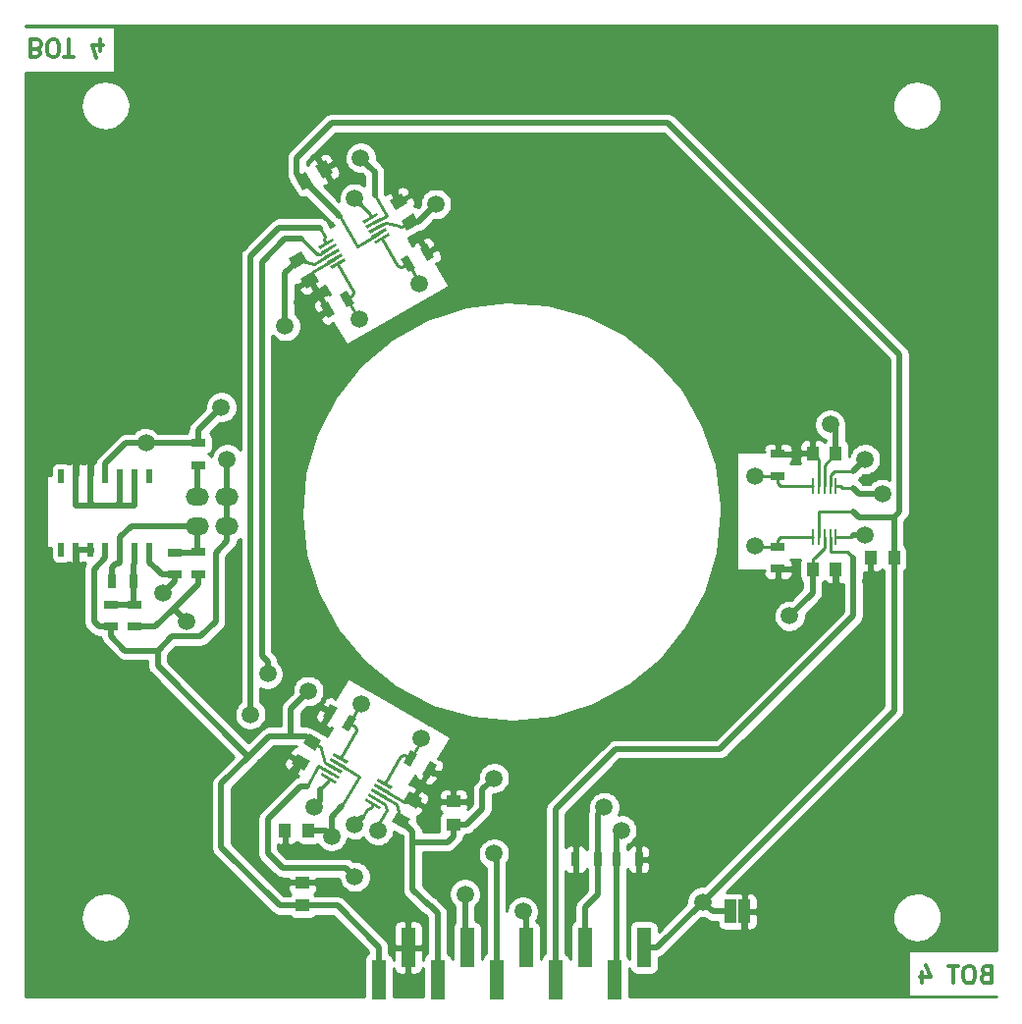
<source format=gbl>
G04 #@! TF.FileFunction,Copper,L4,Bot,Signal*
%FSLAX46Y46*%
G04 Gerber Fmt 4.6, Leading zero omitted, Abs format (unit mm)*
G04 Created by KiCad (PCBNEW 4.0.2-stable) date Wed 20 Jul 2016 06:47:56 PM CEST*
%MOMM*%
G01*
G04 APERTURE LIST*
%ADD10C,0.100000*%
%ADD11C,0.300000*%
%ADD12R,1.250000X1.000000*%
%ADD13R,1.000000X1.250000*%
%ADD14R,0.700000X1.300000*%
%ADD15R,1.300000X0.700000*%
%ADD16R,1.270000X3.400000*%
%ADD17R,1.000000X2.000000*%
%ADD18R,0.508000X1.143000*%
%ADD19R,0.250000X1.400000*%
%ADD20O,2.000000X1.524000*%
%ADD21C,1.500000*%
%ADD22C,0.500000*%
%ADD23C,0.250000*%
%ADD24C,0.254000*%
G04 APERTURE END LIST*
D10*
D11*
X59071429Y-60107143D02*
X59285715Y-60035714D01*
X59357143Y-59964286D01*
X59428572Y-59821429D01*
X59428572Y-59607143D01*
X59357143Y-59464286D01*
X59285715Y-59392857D01*
X59142857Y-59321429D01*
X58571429Y-59321429D01*
X58571429Y-60821429D01*
X59071429Y-60821429D01*
X59214286Y-60750000D01*
X59285715Y-60678571D01*
X59357143Y-60535714D01*
X59357143Y-60392857D01*
X59285715Y-60250000D01*
X59214286Y-60178571D01*
X59071429Y-60107143D01*
X58571429Y-60107143D01*
X60357143Y-60821429D02*
X60642857Y-60821429D01*
X60785715Y-60750000D01*
X60928572Y-60607143D01*
X61000000Y-60321429D01*
X61000000Y-59821429D01*
X60928572Y-59535714D01*
X60785715Y-59392857D01*
X60642857Y-59321429D01*
X60357143Y-59321429D01*
X60214286Y-59392857D01*
X60071429Y-59535714D01*
X60000000Y-59821429D01*
X60000000Y-60321429D01*
X60071429Y-60607143D01*
X60214286Y-60750000D01*
X60357143Y-60821429D01*
X61428572Y-60821429D02*
X62285715Y-60821429D01*
X61857144Y-59321429D02*
X61857144Y-60821429D01*
X64571429Y-60321429D02*
X64571429Y-59321429D01*
X64214286Y-60892857D02*
X63857143Y-59821429D01*
X64785715Y-59821429D01*
X140928571Y-139892857D02*
X140714285Y-139964286D01*
X140642857Y-140035714D01*
X140571428Y-140178571D01*
X140571428Y-140392857D01*
X140642857Y-140535714D01*
X140714285Y-140607143D01*
X140857143Y-140678571D01*
X141428571Y-140678571D01*
X141428571Y-139178571D01*
X140928571Y-139178571D01*
X140785714Y-139250000D01*
X140714285Y-139321429D01*
X140642857Y-139464286D01*
X140642857Y-139607143D01*
X140714285Y-139750000D01*
X140785714Y-139821429D01*
X140928571Y-139892857D01*
X141428571Y-139892857D01*
X139642857Y-139178571D02*
X139357143Y-139178571D01*
X139214285Y-139250000D01*
X139071428Y-139392857D01*
X139000000Y-139678571D01*
X139000000Y-140178571D01*
X139071428Y-140464286D01*
X139214285Y-140607143D01*
X139357143Y-140678571D01*
X139642857Y-140678571D01*
X139785714Y-140607143D01*
X139928571Y-140464286D01*
X140000000Y-140178571D01*
X140000000Y-139678571D01*
X139928571Y-139392857D01*
X139785714Y-139250000D01*
X139642857Y-139178571D01*
X138571428Y-139178571D02*
X137714285Y-139178571D01*
X138142856Y-140678571D02*
X138142856Y-139178571D01*
X135428571Y-139678571D02*
X135428571Y-140678571D01*
X135785714Y-139107143D02*
X136142857Y-140178571D01*
X135214285Y-140178571D01*
D10*
G36*
X84506797Y-79098960D02*
X84381797Y-78882454D01*
X85594233Y-78182454D01*
X85719233Y-78398960D01*
X84506797Y-79098960D01*
X84506797Y-79098960D01*
G37*
G36*
X84256797Y-78665948D02*
X84131797Y-78449442D01*
X85344233Y-77749442D01*
X85469233Y-77965948D01*
X84256797Y-78665948D01*
X84256797Y-78665948D01*
G37*
G36*
X84006797Y-78232935D02*
X83881797Y-78016429D01*
X85094233Y-77316429D01*
X85219233Y-77532935D01*
X84006797Y-78232935D01*
X84006797Y-78232935D01*
G37*
G36*
X83756797Y-77799922D02*
X83631797Y-77583416D01*
X84844233Y-76883416D01*
X84969233Y-77099922D01*
X83756797Y-77799922D01*
X83756797Y-77799922D01*
G37*
G36*
X83506797Y-77366910D02*
X83381797Y-77150404D01*
X84594233Y-76450404D01*
X84719233Y-76666910D01*
X83506797Y-77366910D01*
X83506797Y-77366910D01*
G37*
G36*
X87317309Y-75166910D02*
X87192309Y-74950404D01*
X88404745Y-74250404D01*
X88529745Y-74466910D01*
X87317309Y-75166910D01*
X87317309Y-75166910D01*
G37*
G36*
X87567309Y-75599922D02*
X87442309Y-75383416D01*
X88654745Y-74683416D01*
X88779745Y-74899922D01*
X87567309Y-75599922D01*
X87567309Y-75599922D01*
G37*
G36*
X87817309Y-76032935D02*
X87692309Y-75816429D01*
X88904745Y-75116429D01*
X89029745Y-75332935D01*
X87817309Y-76032935D01*
X87817309Y-76032935D01*
G37*
G36*
X88067309Y-76465948D02*
X87942309Y-76249442D01*
X89154745Y-75549442D01*
X89279745Y-75765948D01*
X88067309Y-76465948D01*
X88067309Y-76465948D01*
G37*
G36*
X88317309Y-76898960D02*
X88192309Y-76682454D01*
X89404745Y-75982454D01*
X89529745Y-76198960D01*
X88317309Y-76898960D01*
X88317309Y-76898960D01*
G37*
D12*
X82000000Y-132000000D03*
X82000000Y-134000000D03*
X95000000Y-125000000D03*
X95000000Y-127000000D03*
D10*
G36*
X91199115Y-124146792D02*
X92281647Y-124771792D01*
X91781647Y-125637818D01*
X90699115Y-125012818D01*
X91199115Y-124146792D01*
X91199115Y-124146792D01*
G37*
G36*
X90199115Y-125878842D02*
X91281647Y-126503842D01*
X90781647Y-127369868D01*
X89699115Y-126744868D01*
X90199115Y-125878842D01*
X90199115Y-125878842D01*
G37*
G36*
X82538861Y-119146792D02*
X83621393Y-119771792D01*
X83121393Y-120637818D01*
X82038861Y-120012818D01*
X82538861Y-119146792D01*
X82538861Y-119146792D01*
G37*
G36*
X81538861Y-120878842D02*
X82621393Y-121503842D01*
X82121393Y-122369868D01*
X81038861Y-121744868D01*
X81538861Y-120878842D01*
X81538861Y-120878842D01*
G37*
G36*
X83416910Y-80161220D02*
X82334378Y-80786220D01*
X81834378Y-79920194D01*
X82916910Y-79295194D01*
X83416910Y-80161220D01*
X83416910Y-80161220D01*
G37*
G36*
X82416910Y-78429170D02*
X81334378Y-79054170D01*
X80834378Y-78188144D01*
X81916910Y-77563144D01*
X82416910Y-78429170D01*
X82416910Y-78429170D01*
G37*
G36*
X92077164Y-75161220D02*
X90994632Y-75786220D01*
X90494632Y-74920194D01*
X91577164Y-74295194D01*
X92077164Y-75161220D01*
X92077164Y-75161220D01*
G37*
G36*
X91077164Y-73429170D02*
X89994632Y-74054170D01*
X89494632Y-73188144D01*
X90577164Y-72563144D01*
X91077164Y-73429170D01*
X91077164Y-73429170D01*
G37*
D13*
X126000000Y-95000000D03*
X128000000Y-95000000D03*
X126000000Y-105000000D03*
X128000000Y-105000000D03*
D14*
X109100000Y-130000000D03*
X111000000Y-130000000D03*
X107450000Y-130000000D03*
X105550000Y-130000000D03*
D10*
G36*
X93575189Y-121881312D02*
X92925189Y-123007146D01*
X92318971Y-122657146D01*
X92968971Y-121531312D01*
X93575189Y-121881312D01*
X93575189Y-121881312D01*
G37*
G36*
X91929741Y-120931312D02*
X91279741Y-122057146D01*
X90673523Y-121707146D01*
X91323523Y-120581312D01*
X91929741Y-120931312D01*
X91929741Y-120931312D01*
G37*
G36*
X86646985Y-117881311D02*
X85996985Y-119007145D01*
X85390767Y-118657145D01*
X86040767Y-117531311D01*
X86646985Y-117881311D01*
X86646985Y-117881311D01*
G37*
G36*
X85001537Y-116931311D02*
X84351537Y-118057145D01*
X83745319Y-117707145D01*
X84395319Y-116581311D01*
X85001537Y-116931311D01*
X85001537Y-116931311D01*
G37*
G36*
X84190837Y-83351701D02*
X83540837Y-82225867D01*
X84147055Y-81875867D01*
X84797055Y-83001701D01*
X84190837Y-83351701D01*
X84190837Y-83351701D01*
G37*
G36*
X85836285Y-82401701D02*
X85186285Y-81275867D01*
X85792503Y-80925867D01*
X86442503Y-82051701D01*
X85836285Y-82401701D01*
X85836285Y-82401701D01*
G37*
G36*
X91119040Y-79351701D02*
X90469040Y-78225867D01*
X91075258Y-77875867D01*
X91725258Y-79001701D01*
X91119040Y-79351701D01*
X91119040Y-79351701D01*
G37*
G36*
X92764488Y-78401701D02*
X92114488Y-77275867D01*
X92720706Y-76925867D01*
X93370706Y-78051701D01*
X92764488Y-78401701D01*
X92764488Y-78401701D01*
G37*
D15*
X123000000Y-95050000D03*
X123000000Y-96950000D03*
X123000000Y-103050000D03*
X123000000Y-104950000D03*
X71000000Y-103550000D03*
X71000000Y-105450000D03*
X65500000Y-109950000D03*
X65500000Y-108050000D03*
X73000000Y-96000000D03*
X73000000Y-94100000D03*
X73000000Y-103500000D03*
X73000000Y-105400000D03*
X67500000Y-108050000D03*
X67500000Y-109950000D03*
D16*
X88570000Y-140400000D03*
X91110000Y-137600000D03*
X93650000Y-140400000D03*
X98730000Y-140400000D03*
X103810000Y-140400000D03*
X108890000Y-140400000D03*
X96190000Y-137600000D03*
X101270000Y-137600000D03*
X106350000Y-137600000D03*
X111430000Y-137600000D03*
D17*
X120100000Y-134500000D03*
X118900000Y-134500000D03*
D18*
X68810000Y-103302000D03*
X67540000Y-103302000D03*
X66270000Y-103302000D03*
X65000000Y-103302000D03*
X63730000Y-103302000D03*
X62460000Y-103302000D03*
X61190000Y-103302000D03*
X61190000Y-96952000D03*
X62460000Y-96952000D03*
X65000000Y-96952000D03*
X66270000Y-96952000D03*
X67540000Y-96952000D03*
X68810000Y-96952000D03*
X63730000Y-96952000D03*
D10*
G36*
X89734228Y-123734052D02*
X89609228Y-123950558D01*
X88396792Y-123250558D01*
X88521792Y-123034052D01*
X89734228Y-123734052D01*
X89734228Y-123734052D01*
G37*
G36*
X89484228Y-124167064D02*
X89359228Y-124383570D01*
X88146792Y-123683570D01*
X88271792Y-123467064D01*
X89484228Y-124167064D01*
X89484228Y-124167064D01*
G37*
G36*
X89234228Y-124600077D02*
X89109228Y-124816583D01*
X87896792Y-124116583D01*
X88021792Y-123900077D01*
X89234228Y-124600077D01*
X89234228Y-124600077D01*
G37*
G36*
X88984228Y-125033090D02*
X88859228Y-125249596D01*
X87646792Y-124549596D01*
X87771792Y-124333090D01*
X88984228Y-125033090D01*
X88984228Y-125033090D01*
G37*
G36*
X88734228Y-125466102D02*
X88609228Y-125682608D01*
X87396792Y-124982608D01*
X87521792Y-124766102D01*
X88734228Y-125466102D01*
X88734228Y-125466102D01*
G37*
G36*
X84923716Y-123266102D02*
X84798716Y-123482608D01*
X83586280Y-122782608D01*
X83711280Y-122566102D01*
X84923716Y-123266102D01*
X84923716Y-123266102D01*
G37*
G36*
X85173716Y-122833090D02*
X85048716Y-123049596D01*
X83836280Y-122349596D01*
X83961280Y-122133090D01*
X85173716Y-122833090D01*
X85173716Y-122833090D01*
G37*
G36*
X85423716Y-122400077D02*
X85298716Y-122616583D01*
X84086280Y-121916583D01*
X84211280Y-121700077D01*
X85423716Y-122400077D01*
X85423716Y-122400077D01*
G37*
G36*
X85673716Y-121967064D02*
X85548716Y-122183570D01*
X84336280Y-121483570D01*
X84461280Y-121267064D01*
X85673716Y-121967064D01*
X85673716Y-121967064D01*
G37*
G36*
X85923716Y-121534052D02*
X85798716Y-121750558D01*
X84586280Y-121050558D01*
X84711280Y-120834052D01*
X85923716Y-121534052D01*
X85923716Y-121534052D01*
G37*
D19*
X126000000Y-97800000D03*
X126500000Y-97800000D03*
X127000000Y-97800000D03*
X127500000Y-97800000D03*
X128000000Y-97800000D03*
X128000000Y-102200000D03*
X127500000Y-102200000D03*
X127000000Y-102200000D03*
X126500000Y-102200000D03*
X126000000Y-102200000D03*
D13*
X82500000Y-127500000D03*
X80500000Y-127500000D03*
D10*
G36*
X82013462Y-72291266D02*
X81388462Y-71208734D01*
X82254488Y-70708734D01*
X82879488Y-71791266D01*
X82013462Y-72291266D01*
X82013462Y-72291266D01*
G37*
G36*
X83745512Y-71291266D02*
X83120512Y-70208734D01*
X83986538Y-69708734D01*
X84611538Y-70791266D01*
X83745512Y-71291266D01*
X83745512Y-71291266D01*
G37*
D13*
X133000000Y-104000000D03*
X131000000Y-104000000D03*
D20*
X75500000Y-98730000D03*
X75500000Y-101270000D03*
X72960000Y-101270000D03*
X72960000Y-98730000D03*
D14*
X65550000Y-106000000D03*
X67450000Y-106000000D03*
D21*
X120000000Y-137500000D03*
X131000000Y-106000002D03*
X96000000Y-129500000D03*
X89500000Y-132500000D03*
X80000000Y-123000000D03*
X95500000Y-122000000D03*
X82000000Y-82000000D03*
X90000000Y-71000000D03*
X124500000Y-93000000D03*
X128000000Y-107000000D03*
X82500000Y-115500000D03*
X124000000Y-109000000D03*
X75500000Y-95500000D03*
X93500000Y-73500000D03*
X130500000Y-102000000D03*
X86500000Y-73000000D03*
X83000000Y-125500000D03*
X98500000Y-122999996D03*
X127500000Y-92500000D03*
X80500000Y-84000000D03*
X75000000Y-91000000D03*
X68500000Y-94100000D03*
X72000000Y-109500000D03*
X86500000Y-131500000D03*
X98500000Y-129500000D03*
X101000000Y-134500000D03*
X87000000Y-69500000D03*
X79000000Y-114000000D03*
X88500000Y-127500000D03*
X108000000Y-125500000D03*
X130500000Y-95500000D03*
X132000000Y-98500000D03*
X77500000Y-117500000D03*
X86500000Y-127000000D03*
X109500000Y-127500000D03*
X84500000Y-128000000D03*
X116500000Y-133665000D03*
X92258330Y-119562178D03*
X87062178Y-116562178D03*
X86857695Y-83370835D03*
X92053848Y-80370835D03*
X121000000Y-97000000D03*
X121000000Y-103000000D03*
X96000000Y-133000000D03*
X70000000Y-107000000D03*
D22*
X120100000Y-134500000D02*
X120100000Y-137400000D01*
X120100000Y-137400000D02*
X120000000Y-137500000D01*
X91110000Y-137600000D02*
X91110000Y-134110000D01*
X91110000Y-134110000D02*
X89500000Y-132500000D01*
X80500000Y-123000000D02*
X80000000Y-123000000D01*
X81393392Y-122106608D02*
X80500000Y-123000000D01*
X81830127Y-121624355D02*
X81393392Y-122061090D01*
X81393392Y-122061090D02*
X81393392Y-122106608D01*
X94903844Y-122596156D02*
X95500000Y-122000000D01*
X92947080Y-122269229D02*
X93274007Y-122596156D01*
X93274007Y-122596156D02*
X94903844Y-122596156D01*
X82782730Y-84000000D02*
X82782730Y-82782730D01*
X82782730Y-82782730D02*
X82000000Y-82000000D01*
X84168946Y-82613784D02*
X82782730Y-84000000D01*
X90285898Y-73308657D02*
X90000000Y-73022759D01*
X90000000Y-73022759D02*
X90000000Y-71000000D01*
X126000000Y-95000000D02*
X126000000Y-93500000D01*
X126000000Y-93500000D02*
X125500000Y-93000000D01*
X125500000Y-93000000D02*
X124500000Y-93000000D01*
X63730000Y-96952000D02*
X63730000Y-94230000D01*
X62500000Y-95840500D02*
X62500000Y-95000000D01*
X62460000Y-96952000D02*
X62460000Y-95880500D01*
X62460000Y-95880500D02*
X62500000Y-95840500D01*
X63730000Y-103302000D02*
X62460000Y-103302000D01*
X62460000Y-103302000D02*
X62460000Y-105960000D01*
X128000000Y-105000000D02*
X128000000Y-107000000D01*
X64000000Y-99500000D02*
X62500000Y-99500000D01*
X62500000Y-99500000D02*
X62460000Y-99460000D01*
X62460000Y-99460000D02*
X62460000Y-96952000D01*
X66000000Y-99500000D02*
X64000000Y-99500000D01*
X63730000Y-96952000D02*
X63730000Y-99230000D01*
X63730000Y-99230000D02*
X64000000Y-99500000D01*
X67540000Y-96952000D02*
X67540000Y-99460000D01*
X67540000Y-99460000D02*
X67500000Y-99500000D01*
X67500000Y-99500000D02*
X66000000Y-99500000D01*
X66270000Y-96952000D02*
X66270000Y-99230000D01*
X66270000Y-99230000D02*
X66000000Y-99500000D01*
X67540000Y-96952000D02*
X67540000Y-97269500D01*
D23*
X88815510Y-123925318D02*
X90807367Y-125075317D01*
X90807367Y-125075317D02*
X91490381Y-124892305D01*
X84800515Y-78207695D02*
X82808657Y-79357695D01*
X82808657Y-79357695D02*
X82625644Y-80040708D01*
X126500000Y-97800000D02*
X126500000Y-95500000D01*
X126500000Y-95500000D02*
X126000000Y-95000000D01*
D22*
X88570000Y-140400000D02*
X88570000Y-137570000D01*
X88570000Y-137570000D02*
X85000000Y-134000000D01*
X85000000Y-134000000D02*
X82000000Y-134000000D01*
X65500000Y-109950000D02*
X65500000Y-110800000D01*
X66700000Y-112000000D02*
X69500000Y-112000000D01*
X65500000Y-110800000D02*
X66700000Y-112000000D01*
X65000000Y-103302000D02*
X65000000Y-104000000D01*
X65000000Y-104000000D02*
X64000000Y-105000000D01*
X64000000Y-105000000D02*
X64000000Y-109500000D01*
X64000000Y-109500000D02*
X64450000Y-109950000D01*
X64450000Y-109950000D02*
X65500000Y-109950000D01*
X75500000Y-101270000D02*
X75500000Y-102532000D01*
X75500000Y-102532000D02*
X74500000Y-103532000D01*
X77200000Y-121000000D02*
X77500000Y-121000000D01*
X74500000Y-103532000D02*
X74500000Y-109500000D01*
X74500000Y-109500000D02*
X73200000Y-110800000D01*
X73200000Y-110800000D02*
X70700000Y-110800000D01*
X70700000Y-110800000D02*
X69500000Y-112000000D01*
X69500000Y-113300000D02*
X77200000Y-121000000D01*
X69500000Y-112000000D02*
X69500000Y-113300000D01*
X82000000Y-134000000D02*
X80000000Y-134000000D01*
X80000000Y-134000000D02*
X75000000Y-129000000D01*
X75000000Y-129000000D02*
X75000000Y-123500000D01*
X75000000Y-123500000D02*
X77500000Y-121000000D01*
X81000000Y-119364064D02*
X79135936Y-119364064D01*
X82301886Y-119364064D02*
X81000000Y-119364064D01*
X81000000Y-119364064D02*
X81000000Y-117000000D01*
X81000000Y-117000000D02*
X82500000Y-115500000D01*
X126000000Y-105000000D02*
X126000000Y-107000000D01*
X126000000Y-107000000D02*
X124000000Y-109000000D01*
X75500000Y-95500000D02*
X75500000Y-98730000D01*
X91285898Y-75040707D02*
X91959293Y-75040707D01*
X91959293Y-75040707D02*
X93500000Y-73500000D01*
X77500000Y-121000000D02*
X79135936Y-119364064D01*
X82830127Y-119892305D02*
X82301886Y-119364064D01*
X75500000Y-98730000D02*
X75500000Y-101270000D01*
D23*
X126150000Y-104000000D02*
X126125000Y-104000001D01*
X126125000Y-104000001D02*
X126000000Y-104125000D01*
X126000000Y-104125000D02*
X126000000Y-105000000D01*
X127000000Y-102200000D02*
X127000000Y-103150000D01*
X127000000Y-103150000D02*
X126150000Y-104000000D01*
X90344873Y-75410804D02*
X90357373Y-75432455D01*
X90357373Y-75432455D02*
X90528126Y-75478208D01*
X90528126Y-75478208D02*
X91285898Y-75040708D01*
X88361027Y-75574682D02*
X89183751Y-75099682D01*
X89183751Y-75099682D02*
X90344873Y-75410804D01*
X83621152Y-120522208D02*
X83633652Y-120500558D01*
X83633652Y-120500558D02*
X83587899Y-120329805D01*
X83587899Y-120329805D02*
X82830127Y-119892305D01*
X84754998Y-122158330D02*
X83932274Y-121683330D01*
X83932274Y-121683330D02*
X83621152Y-120522208D01*
D22*
X130000000Y-102000000D02*
X130500000Y-102000000D01*
X129500000Y-102000000D02*
X130000000Y-102000000D01*
X87000000Y-73500000D02*
X86500000Y-73000000D01*
D23*
X87861027Y-74361027D02*
X87000000Y-73500000D01*
X87861027Y-74708657D02*
X87861027Y-74361027D01*
D22*
X83500000Y-124000000D02*
X83500000Y-125000000D01*
X83500000Y-125000000D02*
X83000000Y-125500000D01*
D23*
X84254998Y-123024355D02*
X84254998Y-123245002D01*
X84254998Y-123245002D02*
X83500000Y-124000000D01*
D22*
X67500000Y-109950000D02*
X69300000Y-109950000D01*
X69300000Y-109950000D02*
X70800000Y-108450000D01*
D23*
X128000000Y-102200000D02*
X129300000Y-102200000D01*
X129300000Y-102200000D02*
X129500000Y-102000000D01*
D22*
X95000000Y-127000000D02*
X96125000Y-127000000D01*
X96125000Y-127000000D02*
X97500000Y-125625000D01*
X97500000Y-125625000D02*
X97500000Y-123999996D01*
X97500000Y-123999996D02*
X98500000Y-122999996D01*
X95000000Y-128000000D02*
X94500000Y-128500000D01*
X94500000Y-128500000D02*
X91500000Y-128500000D01*
X95000000Y-127000000D02*
X95000000Y-128000000D01*
X91500000Y-128500000D02*
X91500000Y-127633974D01*
X91500000Y-132625000D02*
X91500000Y-128500000D01*
X128000000Y-95000000D02*
X128000000Y-93000000D01*
X128000000Y-93000000D02*
X127500000Y-92500000D01*
X80500000Y-84000000D02*
X80500000Y-79434301D01*
X80500000Y-79434301D02*
X81625644Y-78308657D01*
X73000000Y-94100000D02*
X73000000Y-93000000D01*
X73000000Y-93000000D02*
X75000000Y-91000000D01*
X73000000Y-94100000D02*
X68500000Y-94100000D01*
X68500000Y-94100000D02*
X66780500Y-94100000D01*
X70800000Y-108450000D02*
X70950000Y-108450000D01*
X70950000Y-108450000D02*
X72000000Y-109500000D01*
X91500000Y-127633974D02*
X90490381Y-126624355D01*
X93000000Y-134000000D02*
X92875000Y-134000000D01*
X92875000Y-134000000D02*
X91500000Y-132625000D01*
X93650000Y-140400000D02*
X93650000Y-134650000D01*
X93650000Y-134650000D02*
X93000000Y-134000000D01*
X70800000Y-108450000D02*
X73000000Y-106250000D01*
X73000000Y-106250000D02*
X73000000Y-105400000D01*
X66780500Y-94100000D02*
X65000000Y-95880500D01*
X65000000Y-95880500D02*
X65000000Y-96952000D01*
D23*
X82991669Y-78674682D02*
X81625644Y-78308657D01*
X84550515Y-77774682D02*
X82991669Y-78674682D01*
X127000000Y-96000000D02*
X128000000Y-95000000D01*
X127000000Y-97800000D02*
X127000000Y-96000000D01*
X90124356Y-125258330D02*
X90490381Y-126624356D01*
X88565510Y-124358330D02*
X90124356Y-125258330D01*
D22*
X82379165Y-123673394D02*
X81826606Y-123673394D01*
X81826606Y-123673394D02*
X79000000Y-126500000D01*
X79000000Y-126500000D02*
X79000000Y-129500000D01*
X79000000Y-129500000D02*
X80250001Y-130750001D01*
X80250001Y-130750001D02*
X85750001Y-130750001D01*
X85750001Y-130750001D02*
X86500000Y-131500000D01*
X98730000Y-140400000D02*
X98730000Y-129730000D01*
X98730000Y-129730000D02*
X98500000Y-129500000D01*
D23*
X83379165Y-121941343D02*
X82379165Y-123673394D01*
X84504998Y-122591343D02*
X83379165Y-121941343D01*
D22*
X101270000Y-137600000D02*
X101270000Y-134770000D01*
X101270000Y-134770000D02*
X101000000Y-134500000D01*
X88236860Y-70736860D02*
X87749999Y-70249999D01*
X88236860Y-72759619D02*
X88236860Y-70736860D01*
X87749999Y-70249999D02*
X87000000Y-69500000D01*
D23*
X88486860Y-73192632D02*
X88236860Y-72759619D01*
X89236860Y-74491670D02*
X88486860Y-73192632D01*
X88111027Y-75141670D02*
X89236860Y-74491670D01*
X127500000Y-102200000D02*
X127500000Y-103500000D01*
X127500000Y-103500000D02*
X129000000Y-103500000D01*
X129000000Y-103500000D02*
X129500000Y-104000000D01*
D22*
X129500000Y-104000000D02*
X129500000Y-109000000D01*
X129500000Y-109000000D02*
X118000000Y-120500000D01*
X118000000Y-120500000D02*
X109000000Y-120500000D01*
X109000000Y-120500000D02*
X103810000Y-125690000D01*
X103810000Y-125690000D02*
X103810000Y-140400000D01*
D11*
X83316670Y-77816670D02*
X83250971Y-77816670D01*
X83250971Y-77816670D02*
X81934301Y-76500000D01*
D23*
X84300515Y-77341670D02*
X83477791Y-77816670D01*
X83477791Y-77816670D02*
X83316670Y-77816670D01*
D22*
X81934301Y-76500000D02*
X80500000Y-76500000D01*
X78500000Y-78500000D02*
X78500000Y-112439340D01*
X80500000Y-76500000D02*
X78500000Y-78500000D01*
X78500000Y-112439340D02*
X79000000Y-112939340D01*
X79000000Y-112939340D02*
X79000000Y-114000000D01*
X88441343Y-127441343D02*
X88500000Y-127500000D01*
X88441343Y-127173394D02*
X88441343Y-127441343D01*
X107450000Y-130000000D02*
X107450000Y-126050000D01*
X107450000Y-126050000D02*
X108000000Y-125500000D01*
X129500000Y-96500000D02*
X130500000Y-95500000D01*
X107450000Y-133050000D02*
X106350000Y-134150000D01*
X106350000Y-134150000D02*
X106350000Y-137600000D01*
X107450000Y-130000000D02*
X107450000Y-133050000D01*
D23*
X127850000Y-96500000D02*
X129500000Y-96500000D01*
X127500000Y-97800000D02*
X127500000Y-96850000D01*
X127500000Y-96850000D02*
X127850000Y-96500000D01*
X89266343Y-125744452D02*
X88441343Y-127173394D01*
X88315510Y-124791343D02*
X89138234Y-125266343D01*
X89138234Y-125266343D02*
X89266343Y-125744452D01*
D22*
X109100000Y-130000000D02*
X109100000Y-140190000D01*
X109100000Y-140190000D02*
X108890000Y-140400000D01*
X130939340Y-98500000D02*
X132000000Y-98500000D01*
X129500000Y-98000000D02*
X130000000Y-98500000D01*
X130000000Y-98500000D02*
X130939340Y-98500000D01*
X79990381Y-75509619D02*
X77500000Y-78000000D01*
X77500000Y-78000000D02*
X77500000Y-117500000D01*
X83473721Y-75509619D02*
X79990381Y-75509619D01*
X87142305Y-126423394D02*
X87076606Y-126423394D01*
X87076606Y-126423394D02*
X86500000Y-127000000D01*
X109100000Y-130000000D02*
X109100000Y-127900000D01*
X109100000Y-127900000D02*
X109500000Y-127500000D01*
D23*
X128575000Y-98000000D02*
X129500000Y-98000000D01*
X128000000Y-97800000D02*
X128375000Y-97800000D01*
X128375000Y-97800000D02*
X128575000Y-98000000D01*
X83936221Y-76310692D02*
X83473721Y-75509619D01*
X84050515Y-76908657D02*
X83863015Y-76583898D01*
X83863015Y-76583898D02*
X83936221Y-76310692D01*
X87604805Y-125622320D02*
X87142305Y-126423394D01*
X88065510Y-125224356D02*
X87878010Y-125549115D01*
X87878010Y-125549115D02*
X87604805Y-125622320D01*
D22*
X118900000Y-134500000D02*
X117335000Y-134500000D01*
X133000000Y-117165000D02*
X133000000Y-104000000D01*
X133000000Y-104000000D02*
X133000000Y-100500000D01*
X85205771Y-74509619D02*
X85143594Y-74509619D01*
X85143594Y-74509619D02*
X85009619Y-74375644D01*
X82133975Y-71500000D02*
X85009619Y-74375644D01*
X81500000Y-69500000D02*
X81500000Y-70866025D01*
X81500000Y-70866025D02*
X82133975Y-71500000D01*
X133000000Y-100500000D02*
X133500000Y-100000000D01*
X133500000Y-100000000D02*
X133500000Y-86500000D01*
X133500000Y-86500000D02*
X113500000Y-66500000D01*
X113500000Y-66500000D02*
X84500000Y-66500000D01*
X84500000Y-66500000D02*
X81500000Y-69500000D01*
X85410254Y-125423394D02*
X84500000Y-126333648D01*
X84000000Y-127500000D02*
X84500000Y-128000000D01*
X82500000Y-127500000D02*
X84000000Y-127500000D01*
X84500000Y-126939340D02*
X84500000Y-128000000D01*
X84500000Y-127000000D02*
X84500000Y-128000000D01*
X84500000Y-126333648D02*
X84500000Y-126939340D01*
X117335000Y-134500000D02*
X116500000Y-133665000D01*
X131500000Y-100500000D02*
X133000000Y-100500000D01*
X129500000Y-100000000D02*
X130000000Y-100500000D01*
X130000000Y-100500000D02*
X131500000Y-100500000D01*
X112565000Y-137600000D02*
X116500000Y-133665000D01*
X116500000Y-133665000D02*
X133000000Y-117165000D01*
X111430000Y-137600000D02*
X112565000Y-137600000D01*
D23*
X126500000Y-100000000D02*
X129500000Y-100000000D01*
X126500000Y-102200000D02*
X126500000Y-100000000D01*
X86705771Y-77107695D02*
X85205771Y-74509619D01*
X88611027Y-76007695D02*
X86705771Y-77107695D01*
X86910254Y-122825318D02*
X85410254Y-125423394D01*
X85827722Y-122200318D02*
X86910254Y-122825318D01*
X85004998Y-121725318D02*
X85827722Y-122200318D01*
X91301631Y-121319230D02*
X92276632Y-119630479D01*
X92276632Y-119630479D02*
X92258330Y-119562178D01*
X89065510Y-123492305D02*
X90440510Y-121110735D01*
X90440510Y-121110735D02*
X90782016Y-121019229D01*
X90782016Y-121019229D02*
X91301631Y-121319230D01*
X86018876Y-118269230D02*
X86993877Y-116580479D01*
X86993877Y-116580479D02*
X87062178Y-116562178D01*
X85254998Y-121292305D02*
X86629998Y-118910735D01*
X86629998Y-118910735D02*
X86538492Y-118569229D01*
X86538492Y-118569229D02*
X86018876Y-118269230D01*
X85814394Y-81663784D02*
X86789394Y-83352534D01*
X86789394Y-83352534D02*
X86857695Y-83370835D01*
X85050515Y-78640708D02*
X86425515Y-81022278D01*
X86425515Y-81022278D02*
X86334009Y-81363784D01*
X86334009Y-81363784D02*
X85814394Y-81663784D01*
X91097149Y-78613784D02*
X92072149Y-80302534D01*
X92072149Y-80302534D02*
X92053848Y-80370835D01*
X88861027Y-76440708D02*
X90236027Y-78822278D01*
X90236027Y-78822278D02*
X90577534Y-78913784D01*
X90577534Y-78913784D02*
X91097149Y-78613784D01*
X123000000Y-96949999D02*
X121050001Y-96950000D01*
X121050001Y-96950000D02*
X121000000Y-97000000D01*
X126000000Y-97800000D02*
X123250000Y-97800000D01*
X123250000Y-97800000D02*
X123000000Y-97550000D01*
X123000000Y-97550000D02*
X123000000Y-96949999D01*
X123000000Y-103050000D02*
X121050000Y-103049999D01*
X121050000Y-103049999D02*
X121000000Y-103000000D01*
X126000000Y-102200000D02*
X123250000Y-102200000D01*
X123250000Y-102200000D02*
X123000000Y-102450000D01*
X123000000Y-102450000D02*
X123000000Y-103050000D01*
D22*
X66143500Y-104500000D02*
X65900000Y-104500000D01*
X65900000Y-104500000D02*
X65550000Y-104850000D01*
X65550000Y-104850000D02*
X65550000Y-106000000D01*
X66270000Y-103302000D02*
X66270000Y-104373500D01*
X66270000Y-104373500D02*
X66143500Y-104500000D01*
X71000000Y-103550000D02*
X72950000Y-103550000D01*
X72950000Y-103550000D02*
X73000000Y-103500000D01*
X72960000Y-101270000D02*
X67230500Y-101270000D01*
X67230500Y-101270000D02*
X66270000Y-102230500D01*
X66270000Y-102230500D02*
X66270000Y-103302000D01*
X72960000Y-101270000D02*
X72960000Y-103460000D01*
X72960000Y-103460000D02*
X73000000Y-103500000D01*
X72960000Y-98730000D02*
X72960000Y-96040000D01*
X72960000Y-96040000D02*
X73000000Y-96000000D01*
X96000000Y-133000000D02*
X96000000Y-137410000D01*
X96000000Y-137410000D02*
X96190000Y-137600000D01*
X71000000Y-105450000D02*
X71000000Y-106000000D01*
X71000000Y-106000000D02*
X70000000Y-107000000D01*
X69436500Y-105000000D02*
X69436500Y-105036500D01*
X69436500Y-105036500D02*
X69850000Y-105450000D01*
X69850000Y-105450000D02*
X71000000Y-105450000D01*
X68810000Y-103302000D02*
X68810000Y-104373500D01*
X68810000Y-104373500D02*
X69436500Y-105000000D01*
X65500000Y-108050000D02*
X67500000Y-108050000D01*
X67450000Y-106000000D02*
X67450000Y-108000000D01*
X67450000Y-108000000D02*
X67500000Y-108050000D01*
X67450000Y-104550000D02*
X67540000Y-104460000D01*
X67540000Y-104460000D02*
X67540000Y-103302000D01*
X67450000Y-106000000D02*
X67450000Y-104550000D01*
D24*
G36*
X141864500Y-137865000D02*
X134215000Y-137865000D01*
X134215000Y-141835000D01*
X141864500Y-141835000D01*
X141864500Y-141864500D01*
X110163072Y-141864500D01*
X110163072Y-139377045D01*
X110164992Y-139401121D01*
X110218106Y-139572634D01*
X110316900Y-139722559D01*
X110453550Y-139839025D01*
X110617237Y-139912810D01*
X110795000Y-139938072D01*
X112065000Y-139938072D01*
X112166121Y-139930008D01*
X112337634Y-139876894D01*
X112487559Y-139778100D01*
X112604025Y-139641450D01*
X112677810Y-139477763D01*
X112703072Y-139300000D01*
X112703072Y-138472061D01*
X112727796Y-138469898D01*
X112732267Y-138468599D01*
X112736897Y-138468145D01*
X112815131Y-138444525D01*
X112893660Y-138421710D01*
X112897793Y-138419568D01*
X112902247Y-138418223D01*
X112974388Y-138379865D01*
X113047006Y-138342224D01*
X113050646Y-138339318D01*
X113054752Y-138337135D01*
X113118071Y-138285493D01*
X113181991Y-138234466D01*
X113188474Y-138228073D01*
X113188601Y-138227970D01*
X113188698Y-138227853D01*
X113190790Y-138225790D01*
X116368961Y-135047618D01*
X116606770Y-135052599D01*
X116631635Y-135048215D01*
X116709210Y-135125789D01*
X116772397Y-135177691D01*
X116835004Y-135230225D01*
X116839081Y-135232466D01*
X116842678Y-135235421D01*
X116914692Y-135274034D01*
X116986361Y-135313435D01*
X116990802Y-135314844D01*
X116994898Y-135317040D01*
X117072994Y-135340917D01*
X117150998Y-135365661D01*
X117155626Y-135366180D01*
X117160074Y-135367540D01*
X117241344Y-135375795D01*
X117322643Y-135384914D01*
X117331746Y-135384977D01*
X117331910Y-135384994D01*
X117332063Y-135384980D01*
X117335000Y-135385000D01*
X117761928Y-135385000D01*
X117761928Y-135500000D01*
X117769992Y-135601121D01*
X117823106Y-135772634D01*
X117921900Y-135922559D01*
X118058550Y-136039025D01*
X118222237Y-136112810D01*
X118400000Y-136138072D01*
X119400000Y-136138072D01*
X119501121Y-136130008D01*
X119505517Y-136128647D01*
X119537458Y-136135000D01*
X119814250Y-136135000D01*
X119973000Y-135976250D01*
X119973000Y-135766079D01*
X120012810Y-135677763D01*
X120038072Y-135500000D01*
X120038072Y-134627000D01*
X120227000Y-134627000D01*
X120227000Y-135976250D01*
X120385750Y-136135000D01*
X120662542Y-136135000D01*
X120785223Y-136110597D01*
X120900785Y-136062730D01*
X121004789Y-135993237D01*
X121093237Y-135904789D01*
X121162730Y-135800785D01*
X121210597Y-135685223D01*
X121235000Y-135562542D01*
X121235000Y-135029816D01*
X132864708Y-135029816D01*
X132911166Y-135443995D01*
X133037186Y-135841263D01*
X133237970Y-136206487D01*
X133505869Y-136525756D01*
X133830679Y-136786910D01*
X134200028Y-136980001D01*
X134599847Y-137097674D01*
X135014908Y-137135448D01*
X135429402Y-137091883D01*
X135827540Y-136968639D01*
X136194156Y-136770410D01*
X136515288Y-136504746D01*
X136778703Y-136181768D01*
X136974368Y-135813776D01*
X137094830Y-135414787D01*
X137135500Y-135000000D01*
X137134667Y-134940373D01*
X137082431Y-134526883D01*
X136950876Y-134131414D01*
X136745013Y-133769029D01*
X136472683Y-133453531D01*
X136144258Y-133196938D01*
X135772249Y-133009023D01*
X135370826Y-132896943D01*
X134955277Y-132864968D01*
X134541433Y-132914316D01*
X134145055Y-133043107D01*
X133781241Y-133246436D01*
X133463850Y-133516557D01*
X133204970Y-133843182D01*
X133014462Y-134213870D01*
X132899583Y-134614501D01*
X132864708Y-135029816D01*
X121235000Y-135029816D01*
X121235000Y-134785750D01*
X121076250Y-134627000D01*
X120227000Y-134627000D01*
X120038072Y-134627000D01*
X120038072Y-133500000D01*
X120030008Y-133398879D01*
X119976894Y-133227366D01*
X119973000Y-133221457D01*
X119973000Y-133023750D01*
X120227000Y-133023750D01*
X120227000Y-134373000D01*
X121076250Y-134373000D01*
X121235000Y-134214250D01*
X121235000Y-133437458D01*
X121210597Y-133314777D01*
X121162730Y-133199215D01*
X121093237Y-133095211D01*
X121004789Y-133006763D01*
X120900785Y-132937270D01*
X120785223Y-132889403D01*
X120662542Y-132865000D01*
X120385750Y-132865000D01*
X120227000Y-133023750D01*
X119973000Y-133023750D01*
X119814250Y-132865000D01*
X119537458Y-132865000D01*
X119489185Y-132874602D01*
X119400000Y-132861928D01*
X118554652Y-132861928D01*
X133625790Y-117790789D01*
X133677696Y-117727598D01*
X133730225Y-117664996D01*
X133732466Y-117660919D01*
X133735421Y-117657322D01*
X133774043Y-117585292D01*
X133813435Y-117513639D01*
X133814843Y-117509200D01*
X133817041Y-117505101D01*
X133840927Y-117426974D01*
X133865661Y-117349002D01*
X133866180Y-117344374D01*
X133867540Y-117339926D01*
X133875794Y-117258661D01*
X133884914Y-117177357D01*
X133884977Y-117168253D01*
X133884994Y-117168089D01*
X133884980Y-117167936D01*
X133885000Y-117165000D01*
X133885000Y-105127850D01*
X133922559Y-105103100D01*
X134039025Y-104966450D01*
X134112810Y-104802763D01*
X134138072Y-104625000D01*
X134138072Y-103375000D01*
X134130008Y-103273879D01*
X134076894Y-103102366D01*
X133978100Y-102952441D01*
X133885000Y-102873092D01*
X133885000Y-100866579D01*
X134125790Y-100625789D01*
X134177696Y-100562598D01*
X134230225Y-100499996D01*
X134232466Y-100495919D01*
X134235421Y-100492322D01*
X134274043Y-100420292D01*
X134313435Y-100348639D01*
X134314843Y-100344200D01*
X134317041Y-100340101D01*
X134340927Y-100261974D01*
X134365661Y-100184002D01*
X134366180Y-100179374D01*
X134367540Y-100174926D01*
X134375794Y-100093661D01*
X134384914Y-100012357D01*
X134384977Y-100003253D01*
X134384994Y-100003089D01*
X134384980Y-100002936D01*
X134385000Y-100000000D01*
X134385000Y-86500000D01*
X134377018Y-86418599D01*
X134369897Y-86337203D01*
X134368599Y-86332736D01*
X134368145Y-86328103D01*
X134344520Y-86249852D01*
X134321710Y-86171339D01*
X134319567Y-86167205D01*
X134318223Y-86162753D01*
X134279875Y-86090630D01*
X134242224Y-86017994D01*
X134239318Y-86014354D01*
X134237135Y-86010248D01*
X134185493Y-85946929D01*
X134134466Y-85883009D01*
X134128077Y-85876530D01*
X134127970Y-85876399D01*
X134127849Y-85876299D01*
X134125789Y-85874210D01*
X114125790Y-65874210D01*
X114062574Y-65822284D01*
X113999996Y-65769775D01*
X113995919Y-65767534D01*
X113992322Y-65764579D01*
X113920292Y-65725957D01*
X113848639Y-65686565D01*
X113844200Y-65685157D01*
X113840101Y-65682959D01*
X113761974Y-65659073D01*
X113684002Y-65634339D01*
X113679374Y-65633820D01*
X113674926Y-65632460D01*
X113593661Y-65624206D01*
X113512357Y-65615086D01*
X113503253Y-65615023D01*
X113503089Y-65615006D01*
X113502936Y-65615020D01*
X113500000Y-65615000D01*
X84500000Y-65615000D01*
X84418640Y-65622978D01*
X84337204Y-65630102D01*
X84332733Y-65631401D01*
X84328103Y-65631855D01*
X84249915Y-65655461D01*
X84171340Y-65678289D01*
X84167203Y-65680434D01*
X84162753Y-65681777D01*
X84090627Y-65720127D01*
X84017995Y-65757776D01*
X84014357Y-65760680D01*
X84010248Y-65762865D01*
X83946938Y-65814500D01*
X83883009Y-65865533D01*
X83876528Y-65871924D01*
X83876399Y-65872030D01*
X83876300Y-65872150D01*
X83874211Y-65874210D01*
X80874210Y-68874210D01*
X80822284Y-68937426D01*
X80769775Y-69000004D01*
X80767534Y-69004081D01*
X80764579Y-69007678D01*
X80725957Y-69079708D01*
X80686565Y-69151361D01*
X80685157Y-69155800D01*
X80682959Y-69159899D01*
X80659073Y-69238026D01*
X80634339Y-69315998D01*
X80633820Y-69320626D01*
X80632460Y-69325074D01*
X80624206Y-69406339D01*
X80615086Y-69487643D01*
X80615023Y-69496747D01*
X80615006Y-69496911D01*
X80615020Y-69497064D01*
X80615000Y-69500000D01*
X80615000Y-70866025D01*
X80622977Y-70947381D01*
X80630102Y-71028821D01*
X80631401Y-71033292D01*
X80631855Y-71037922D01*
X80655475Y-71116156D01*
X80678290Y-71194685D01*
X80680432Y-71198818D01*
X80681777Y-71203272D01*
X80720135Y-71275413D01*
X80757776Y-71348031D01*
X80760682Y-71351671D01*
X80762865Y-71355777D01*
X80770418Y-71365038D01*
X80835875Y-71527770D01*
X81460875Y-72610302D01*
X81518419Y-72693844D01*
X81650174Y-72815821D01*
X81810694Y-72896263D01*
X81987270Y-72928800D01*
X82165920Y-72910857D01*
X82256726Y-72874331D01*
X84383758Y-75001362D01*
X84383829Y-75001434D01*
X84517804Y-75135408D01*
X84580991Y-75187310D01*
X84643598Y-75239844D01*
X84647675Y-75242085D01*
X84651272Y-75245040D01*
X84683152Y-75262134D01*
X84352401Y-75446596D01*
X84343045Y-75343787D01*
X84294279Y-75178092D01*
X84214257Y-75025026D01*
X84106029Y-74890417D01*
X83973717Y-74779394D01*
X83822360Y-74696184D01*
X83657723Y-74643958D01*
X83486078Y-74624705D01*
X83473721Y-74624619D01*
X79990381Y-74624619D01*
X79909066Y-74632592D01*
X79827585Y-74639721D01*
X79823114Y-74641020D01*
X79818484Y-74641474D01*
X79740296Y-74665080D01*
X79661721Y-74687908D01*
X79657584Y-74690053D01*
X79653134Y-74691396D01*
X79581008Y-74729746D01*
X79508376Y-74767395D01*
X79504738Y-74770299D01*
X79500629Y-74772484D01*
X79437319Y-74824119D01*
X79373390Y-74875152D01*
X79366909Y-74881543D01*
X79366780Y-74881649D01*
X79366681Y-74881769D01*
X79364592Y-74883829D01*
X76874210Y-77374210D01*
X76822284Y-77437426D01*
X76769775Y-77500004D01*
X76767534Y-77504081D01*
X76764579Y-77507678D01*
X76725957Y-77579708D01*
X76686565Y-77651361D01*
X76685157Y-77655800D01*
X76682959Y-77659899D01*
X76659073Y-77738026D01*
X76634339Y-77815998D01*
X76633820Y-77820626D01*
X76632460Y-77825074D01*
X76624206Y-77906339D01*
X76615086Y-77987643D01*
X76615023Y-77996747D01*
X76615006Y-77996911D01*
X76615020Y-77997064D01*
X76615000Y-78000000D01*
X76615000Y-94675355D01*
X76578491Y-94620404D01*
X76387104Y-94427676D01*
X76161927Y-94275792D01*
X75911537Y-94170538D01*
X75645472Y-94115923D01*
X75373867Y-94114027D01*
X75107065Y-94164922D01*
X74855230Y-94266670D01*
X74627955Y-94415395D01*
X74433895Y-94605432D01*
X74280443Y-94829543D01*
X74173444Y-95079192D01*
X74138559Y-95243313D01*
X74128100Y-95227441D01*
X73991450Y-95110975D01*
X73852858Y-95048502D01*
X73922634Y-95026894D01*
X74072559Y-94928100D01*
X74189025Y-94791450D01*
X74262810Y-94627763D01*
X74288072Y-94450000D01*
X74288072Y-93750000D01*
X74280008Y-93648879D01*
X74226894Y-93477366D01*
X74128100Y-93327441D01*
X74017987Y-93233593D01*
X74868962Y-92382618D01*
X75106770Y-92387599D01*
X75374256Y-92340434D01*
X75627487Y-92242213D01*
X75856817Y-92096675D01*
X76053511Y-91909366D01*
X76210077Y-91687419D01*
X76320552Y-91439289D01*
X76380727Y-91174426D01*
X76385059Y-90864194D01*
X76332303Y-90597754D01*
X76228799Y-90346636D01*
X76078491Y-90120404D01*
X75887104Y-89927676D01*
X75661927Y-89775792D01*
X75411537Y-89670538D01*
X75145472Y-89615923D01*
X74873867Y-89614027D01*
X74607065Y-89664922D01*
X74355230Y-89766670D01*
X74127955Y-89915395D01*
X73933895Y-90105432D01*
X73780443Y-90329543D01*
X73673444Y-90579192D01*
X73616972Y-90844869D01*
X73613180Y-91116455D01*
X73616093Y-91132327D01*
X72374210Y-92374210D01*
X72322284Y-92437426D01*
X72269775Y-92500004D01*
X72267534Y-92504081D01*
X72264579Y-92507678D01*
X72225957Y-92579708D01*
X72186565Y-92651361D01*
X72185157Y-92655800D01*
X72182959Y-92659899D01*
X72159073Y-92738026D01*
X72134339Y-92815998D01*
X72133820Y-92820626D01*
X72132460Y-92825074D01*
X72124206Y-92906339D01*
X72115086Y-92987643D01*
X72115023Y-92996747D01*
X72115006Y-92996911D01*
X72115020Y-92997064D01*
X72115000Y-93000000D01*
X72115000Y-93161452D01*
X72077366Y-93173106D01*
X72013790Y-93215000D01*
X69573125Y-93215000D01*
X69387104Y-93027676D01*
X69161927Y-92875792D01*
X68911537Y-92770538D01*
X68645472Y-92715923D01*
X68373867Y-92714027D01*
X68107065Y-92764922D01*
X67855230Y-92866670D01*
X67627955Y-93015395D01*
X67433895Y-93205432D01*
X67427344Y-93215000D01*
X66780500Y-93215000D01*
X66699099Y-93222982D01*
X66617703Y-93230103D01*
X66613236Y-93231401D01*
X66608603Y-93231855D01*
X66530352Y-93255480D01*
X66451839Y-93278290D01*
X66447705Y-93280433D01*
X66443253Y-93281777D01*
X66371130Y-93320125D01*
X66298494Y-93357776D01*
X66294854Y-93360682D01*
X66290748Y-93362865D01*
X66227429Y-93414507D01*
X66163509Y-93465534D01*
X66157030Y-93471923D01*
X66156899Y-93472030D01*
X66156799Y-93472151D01*
X66154710Y-93474211D01*
X64374210Y-95254710D01*
X64322284Y-95317926D01*
X64269775Y-95380504D01*
X64267534Y-95384581D01*
X64264579Y-95388178D01*
X64225957Y-95460208D01*
X64186565Y-95531861D01*
X64185157Y-95536300D01*
X64182959Y-95540399D01*
X64159073Y-95618526D01*
X64134339Y-95696498D01*
X64133820Y-95701126D01*
X64132460Y-95705574D01*
X64126783Y-95761461D01*
X64046542Y-95745500D01*
X64015750Y-95745500D01*
X63857000Y-95904250D01*
X63857000Y-96825000D01*
X63877000Y-96825000D01*
X63877000Y-96873000D01*
X63583000Y-96873000D01*
X63583000Y-96825000D01*
X63603000Y-96825000D01*
X63603000Y-95904250D01*
X63444250Y-95745500D01*
X63413458Y-95745500D01*
X63290777Y-95769903D01*
X63175215Y-95817770D01*
X63095000Y-95871368D01*
X63014785Y-95817770D01*
X62899223Y-95769903D01*
X62776542Y-95745500D01*
X62745750Y-95745500D01*
X62587000Y-95904250D01*
X62587000Y-96825000D01*
X62607000Y-96825000D01*
X62607000Y-96873000D01*
X62313000Y-96873000D01*
X62313000Y-96825000D01*
X62333000Y-96825000D01*
X62333000Y-95904250D01*
X62174250Y-95745500D01*
X62143458Y-95745500D01*
X62020777Y-95769903D01*
X61905215Y-95817770D01*
X61822491Y-95873044D01*
X61785450Y-95841475D01*
X61621763Y-95767690D01*
X61444000Y-95742428D01*
X60936000Y-95742428D01*
X60834879Y-95750492D01*
X60663366Y-95803606D01*
X60513441Y-95902400D01*
X60396975Y-96039050D01*
X60323190Y-96202737D01*
X60297928Y-96380500D01*
X60297928Y-96873000D01*
X60000000Y-96873000D01*
X59953841Y-96881685D01*
X59911447Y-96908965D01*
X59883006Y-96950590D01*
X59873000Y-97000000D01*
X59873000Y-103000000D01*
X59881685Y-103046159D01*
X59908965Y-103088553D01*
X59950590Y-103116994D01*
X60000000Y-103127000D01*
X60297928Y-103127000D01*
X60297928Y-103873500D01*
X60305992Y-103974621D01*
X60359106Y-104146134D01*
X60457900Y-104296059D01*
X60594550Y-104412525D01*
X60758237Y-104486310D01*
X60936000Y-104511572D01*
X61444000Y-104511572D01*
X61545121Y-104503508D01*
X61716634Y-104450394D01*
X61822252Y-104380796D01*
X61905215Y-104436230D01*
X62020777Y-104484097D01*
X62143458Y-104508500D01*
X62174250Y-104508500D01*
X62333000Y-104349750D01*
X62333000Y-103429000D01*
X62313000Y-103429000D01*
X62313000Y-103175000D01*
X62333000Y-103175000D01*
X62333000Y-103155000D01*
X62587000Y-103155000D01*
X62587000Y-103175000D01*
X63603000Y-103175000D01*
X63603000Y-103155000D01*
X63857000Y-103155000D01*
X63857000Y-103175000D01*
X63877000Y-103175000D01*
X63877000Y-103429000D01*
X63857000Y-103429000D01*
X63857000Y-103449000D01*
X63603000Y-103449000D01*
X63603000Y-103429000D01*
X62587000Y-103429000D01*
X62587000Y-104349750D01*
X62745750Y-104508500D01*
X62776542Y-104508500D01*
X62899223Y-104484097D01*
X63014785Y-104436230D01*
X63095000Y-104382632D01*
X63175215Y-104436230D01*
X63285097Y-104481744D01*
X63269775Y-104500004D01*
X63267534Y-104504081D01*
X63264579Y-104507678D01*
X63225957Y-104579708D01*
X63186565Y-104651361D01*
X63185157Y-104655800D01*
X63182959Y-104659899D01*
X63159073Y-104738026D01*
X63134339Y-104815998D01*
X63133820Y-104820626D01*
X63132460Y-104825074D01*
X63124206Y-104906339D01*
X63115086Y-104987643D01*
X63115023Y-104996747D01*
X63115006Y-104996911D01*
X63115020Y-104997064D01*
X63115000Y-105000000D01*
X63115000Y-109500000D01*
X63122977Y-109581356D01*
X63130102Y-109662796D01*
X63131401Y-109667267D01*
X63131855Y-109671897D01*
X63155475Y-109750131D01*
X63178290Y-109828660D01*
X63180432Y-109832793D01*
X63181777Y-109837247D01*
X63220123Y-109909366D01*
X63257776Y-109982006D01*
X63260682Y-109985646D01*
X63262865Y-109989752D01*
X63314507Y-110053071D01*
X63365534Y-110116991D01*
X63371927Y-110123474D01*
X63372030Y-110123601D01*
X63372147Y-110123698D01*
X63374210Y-110125790D01*
X63824210Y-110575789D01*
X63887397Y-110627691D01*
X63950004Y-110680225D01*
X63954081Y-110682466D01*
X63957678Y-110685421D01*
X64029708Y-110724043D01*
X64101361Y-110763435D01*
X64105800Y-110764843D01*
X64109899Y-110767041D01*
X64188026Y-110790927D01*
X64265998Y-110815661D01*
X64270626Y-110816180D01*
X64275074Y-110817540D01*
X64356339Y-110825794D01*
X64437643Y-110834914D01*
X64446747Y-110834977D01*
X64446911Y-110834994D01*
X64447064Y-110834980D01*
X64450000Y-110835000D01*
X64503827Y-110835000D01*
X64508550Y-110839025D01*
X64623820Y-110890985D01*
X64630102Y-110962796D01*
X64631401Y-110967267D01*
X64631855Y-110971897D01*
X64655475Y-111050131D01*
X64678290Y-111128660D01*
X64680432Y-111132793D01*
X64681777Y-111137247D01*
X64720135Y-111209388D01*
X64757776Y-111282006D01*
X64760682Y-111285646D01*
X64762865Y-111289752D01*
X64814507Y-111353071D01*
X64865534Y-111416991D01*
X64871927Y-111423474D01*
X64872030Y-111423601D01*
X64872147Y-111423698D01*
X64874210Y-111425790D01*
X66074210Y-112625789D01*
X66137397Y-112677691D01*
X66200004Y-112730225D01*
X66204081Y-112732466D01*
X66207678Y-112735421D01*
X66279692Y-112774034D01*
X66351361Y-112813435D01*
X66355802Y-112814844D01*
X66359898Y-112817040D01*
X66437994Y-112840917D01*
X66515998Y-112865661D01*
X66520626Y-112866180D01*
X66525074Y-112867540D01*
X66606344Y-112875795D01*
X66687643Y-112884914D01*
X66696746Y-112884977D01*
X66696910Y-112884994D01*
X66697063Y-112884980D01*
X66700000Y-112885000D01*
X68615000Y-112885000D01*
X68615000Y-113300000D01*
X68622977Y-113381356D01*
X68630102Y-113462796D01*
X68631401Y-113467267D01*
X68631855Y-113471897D01*
X68655475Y-113550131D01*
X68678290Y-113628660D01*
X68680432Y-113632793D01*
X68681777Y-113637247D01*
X68720135Y-113709388D01*
X68757776Y-113782006D01*
X68760682Y-113785646D01*
X68762865Y-113789752D01*
X68814507Y-113853071D01*
X68865534Y-113916991D01*
X68871927Y-113923474D01*
X68872030Y-113923601D01*
X68872147Y-113923698D01*
X68874210Y-113925790D01*
X76098421Y-121150000D01*
X74374210Y-122874210D01*
X74322284Y-122937426D01*
X74269775Y-123000004D01*
X74267534Y-123004081D01*
X74264579Y-123007678D01*
X74225957Y-123079708D01*
X74186565Y-123151361D01*
X74185157Y-123155800D01*
X74182959Y-123159899D01*
X74159073Y-123238026D01*
X74134339Y-123315998D01*
X74133820Y-123320626D01*
X74132460Y-123325074D01*
X74124206Y-123406339D01*
X74115086Y-123487643D01*
X74115023Y-123496747D01*
X74115006Y-123496911D01*
X74115020Y-123497064D01*
X74115000Y-123500000D01*
X74115000Y-129000000D01*
X74122977Y-129081356D01*
X74130102Y-129162796D01*
X74131401Y-129167267D01*
X74131855Y-129171897D01*
X74155475Y-129250131D01*
X74178290Y-129328660D01*
X74180432Y-129332793D01*
X74181777Y-129337247D01*
X74220135Y-129409388D01*
X74257776Y-129482006D01*
X74260682Y-129485646D01*
X74262865Y-129489752D01*
X74314507Y-129553071D01*
X74365534Y-129616991D01*
X74371927Y-129623474D01*
X74372030Y-129623601D01*
X74372147Y-129623698D01*
X74374210Y-129625790D01*
X79374211Y-134625790D01*
X79437402Y-134677696D01*
X79500004Y-134730225D01*
X79504081Y-134732466D01*
X79507678Y-134735421D01*
X79579708Y-134774043D01*
X79651361Y-134813435D01*
X79655800Y-134814843D01*
X79659899Y-134817041D01*
X79738026Y-134840927D01*
X79815998Y-134865661D01*
X79820626Y-134866180D01*
X79825074Y-134867540D01*
X79906339Y-134875794D01*
X79987643Y-134884914D01*
X79996747Y-134884977D01*
X79996911Y-134884994D01*
X79997064Y-134884980D01*
X80000000Y-134885000D01*
X80872150Y-134885000D01*
X80896900Y-134922559D01*
X81033550Y-135039025D01*
X81197237Y-135112810D01*
X81375000Y-135138072D01*
X82625000Y-135138072D01*
X82726121Y-135130008D01*
X82897634Y-135076894D01*
X83047559Y-134978100D01*
X83126908Y-134885000D01*
X84633420Y-134885000D01*
X87685000Y-137936579D01*
X87685000Y-138116097D01*
X87662366Y-138123106D01*
X87512441Y-138221900D01*
X87395975Y-138358550D01*
X87322190Y-138522237D01*
X87296928Y-138700000D01*
X87296928Y-141864500D01*
X58135500Y-141864500D01*
X58135500Y-135029816D01*
X62864708Y-135029816D01*
X62911166Y-135443995D01*
X63037186Y-135841263D01*
X63237970Y-136206487D01*
X63505869Y-136525756D01*
X63830679Y-136786910D01*
X64200028Y-136980001D01*
X64599847Y-137097674D01*
X65014908Y-137135448D01*
X65429402Y-137091883D01*
X65827540Y-136968639D01*
X66194156Y-136770410D01*
X66515288Y-136504746D01*
X66778703Y-136181768D01*
X66974368Y-135813776D01*
X67094830Y-135414787D01*
X67135500Y-135000000D01*
X67134667Y-134940373D01*
X67082431Y-134526883D01*
X66950876Y-134131414D01*
X66745013Y-133769029D01*
X66472683Y-133453531D01*
X66144258Y-133196938D01*
X65772249Y-133009023D01*
X65370826Y-132896943D01*
X64955277Y-132864968D01*
X64541433Y-132914316D01*
X64145055Y-133043107D01*
X63781241Y-133246436D01*
X63463850Y-133516557D01*
X63204970Y-133843182D01*
X63014462Y-134213870D01*
X62899583Y-134614501D01*
X62864708Y-135029816D01*
X58135500Y-135029816D01*
X58135500Y-65029816D01*
X62864708Y-65029816D01*
X62911166Y-65443995D01*
X63037186Y-65841263D01*
X63237970Y-66206487D01*
X63505869Y-66525756D01*
X63830679Y-66786910D01*
X64200028Y-66980001D01*
X64599847Y-67097674D01*
X65014908Y-67135448D01*
X65429402Y-67091883D01*
X65827540Y-66968639D01*
X66194156Y-66770410D01*
X66515288Y-66504746D01*
X66778703Y-66181768D01*
X66974368Y-65813776D01*
X67094830Y-65414787D01*
X67132576Y-65029816D01*
X132864708Y-65029816D01*
X132911166Y-65443995D01*
X133037186Y-65841263D01*
X133237970Y-66206487D01*
X133505869Y-66525756D01*
X133830679Y-66786910D01*
X134200028Y-66980001D01*
X134599847Y-67097674D01*
X135014908Y-67135448D01*
X135429402Y-67091883D01*
X135827540Y-66968639D01*
X136194156Y-66770410D01*
X136515288Y-66504746D01*
X136778703Y-66181768D01*
X136974368Y-65813776D01*
X137094830Y-65414787D01*
X137135500Y-65000000D01*
X137134667Y-64940373D01*
X137082431Y-64526883D01*
X136950876Y-64131414D01*
X136745013Y-63769029D01*
X136472683Y-63453531D01*
X136144258Y-63196938D01*
X135772249Y-63009023D01*
X135370826Y-62896943D01*
X134955277Y-62864968D01*
X134541433Y-62914316D01*
X134145055Y-63043107D01*
X133781241Y-63246436D01*
X133463850Y-63516557D01*
X133204970Y-63843182D01*
X133014462Y-64213870D01*
X132899583Y-64614501D01*
X132864708Y-65029816D01*
X67132576Y-65029816D01*
X67135500Y-65000000D01*
X67134667Y-64940373D01*
X67082431Y-64526883D01*
X66950876Y-64131414D01*
X66745013Y-63769029D01*
X66472683Y-63453531D01*
X66144258Y-63196938D01*
X65772249Y-63009023D01*
X65370826Y-62896943D01*
X64955277Y-62864968D01*
X64541433Y-62914316D01*
X64145055Y-63043107D01*
X63781241Y-63246436D01*
X63463850Y-63516557D01*
X63204970Y-63843182D01*
X63014462Y-64213870D01*
X62899583Y-64614501D01*
X62864708Y-65029816D01*
X58135500Y-65029816D01*
X58135500Y-62135000D01*
X65785000Y-62135000D01*
X65785000Y-58165000D01*
X58135500Y-58165000D01*
X58135500Y-58135500D01*
X141864500Y-58135500D01*
X141864500Y-137865000D01*
X141864500Y-137865000D01*
G37*
X141864500Y-137865000D02*
X134215000Y-137865000D01*
X134215000Y-141835000D01*
X141864500Y-141835000D01*
X141864500Y-141864500D01*
X110163072Y-141864500D01*
X110163072Y-139377045D01*
X110164992Y-139401121D01*
X110218106Y-139572634D01*
X110316900Y-139722559D01*
X110453550Y-139839025D01*
X110617237Y-139912810D01*
X110795000Y-139938072D01*
X112065000Y-139938072D01*
X112166121Y-139930008D01*
X112337634Y-139876894D01*
X112487559Y-139778100D01*
X112604025Y-139641450D01*
X112677810Y-139477763D01*
X112703072Y-139300000D01*
X112703072Y-138472061D01*
X112727796Y-138469898D01*
X112732267Y-138468599D01*
X112736897Y-138468145D01*
X112815131Y-138444525D01*
X112893660Y-138421710D01*
X112897793Y-138419568D01*
X112902247Y-138418223D01*
X112974388Y-138379865D01*
X113047006Y-138342224D01*
X113050646Y-138339318D01*
X113054752Y-138337135D01*
X113118071Y-138285493D01*
X113181991Y-138234466D01*
X113188474Y-138228073D01*
X113188601Y-138227970D01*
X113188698Y-138227853D01*
X113190790Y-138225790D01*
X116368961Y-135047618D01*
X116606770Y-135052599D01*
X116631635Y-135048215D01*
X116709210Y-135125789D01*
X116772397Y-135177691D01*
X116835004Y-135230225D01*
X116839081Y-135232466D01*
X116842678Y-135235421D01*
X116914692Y-135274034D01*
X116986361Y-135313435D01*
X116990802Y-135314844D01*
X116994898Y-135317040D01*
X117072994Y-135340917D01*
X117150998Y-135365661D01*
X117155626Y-135366180D01*
X117160074Y-135367540D01*
X117241344Y-135375795D01*
X117322643Y-135384914D01*
X117331746Y-135384977D01*
X117331910Y-135384994D01*
X117332063Y-135384980D01*
X117335000Y-135385000D01*
X117761928Y-135385000D01*
X117761928Y-135500000D01*
X117769992Y-135601121D01*
X117823106Y-135772634D01*
X117921900Y-135922559D01*
X118058550Y-136039025D01*
X118222237Y-136112810D01*
X118400000Y-136138072D01*
X119400000Y-136138072D01*
X119501121Y-136130008D01*
X119505517Y-136128647D01*
X119537458Y-136135000D01*
X119814250Y-136135000D01*
X119973000Y-135976250D01*
X119973000Y-135766079D01*
X120012810Y-135677763D01*
X120038072Y-135500000D01*
X120038072Y-134627000D01*
X120227000Y-134627000D01*
X120227000Y-135976250D01*
X120385750Y-136135000D01*
X120662542Y-136135000D01*
X120785223Y-136110597D01*
X120900785Y-136062730D01*
X121004789Y-135993237D01*
X121093237Y-135904789D01*
X121162730Y-135800785D01*
X121210597Y-135685223D01*
X121235000Y-135562542D01*
X121235000Y-135029816D01*
X132864708Y-135029816D01*
X132911166Y-135443995D01*
X133037186Y-135841263D01*
X133237970Y-136206487D01*
X133505869Y-136525756D01*
X133830679Y-136786910D01*
X134200028Y-136980001D01*
X134599847Y-137097674D01*
X135014908Y-137135448D01*
X135429402Y-137091883D01*
X135827540Y-136968639D01*
X136194156Y-136770410D01*
X136515288Y-136504746D01*
X136778703Y-136181768D01*
X136974368Y-135813776D01*
X137094830Y-135414787D01*
X137135500Y-135000000D01*
X137134667Y-134940373D01*
X137082431Y-134526883D01*
X136950876Y-134131414D01*
X136745013Y-133769029D01*
X136472683Y-133453531D01*
X136144258Y-133196938D01*
X135772249Y-133009023D01*
X135370826Y-132896943D01*
X134955277Y-132864968D01*
X134541433Y-132914316D01*
X134145055Y-133043107D01*
X133781241Y-133246436D01*
X133463850Y-133516557D01*
X133204970Y-133843182D01*
X133014462Y-134213870D01*
X132899583Y-134614501D01*
X132864708Y-135029816D01*
X121235000Y-135029816D01*
X121235000Y-134785750D01*
X121076250Y-134627000D01*
X120227000Y-134627000D01*
X120038072Y-134627000D01*
X120038072Y-133500000D01*
X120030008Y-133398879D01*
X119976894Y-133227366D01*
X119973000Y-133221457D01*
X119973000Y-133023750D01*
X120227000Y-133023750D01*
X120227000Y-134373000D01*
X121076250Y-134373000D01*
X121235000Y-134214250D01*
X121235000Y-133437458D01*
X121210597Y-133314777D01*
X121162730Y-133199215D01*
X121093237Y-133095211D01*
X121004789Y-133006763D01*
X120900785Y-132937270D01*
X120785223Y-132889403D01*
X120662542Y-132865000D01*
X120385750Y-132865000D01*
X120227000Y-133023750D01*
X119973000Y-133023750D01*
X119814250Y-132865000D01*
X119537458Y-132865000D01*
X119489185Y-132874602D01*
X119400000Y-132861928D01*
X118554652Y-132861928D01*
X133625790Y-117790789D01*
X133677696Y-117727598D01*
X133730225Y-117664996D01*
X133732466Y-117660919D01*
X133735421Y-117657322D01*
X133774043Y-117585292D01*
X133813435Y-117513639D01*
X133814843Y-117509200D01*
X133817041Y-117505101D01*
X133840927Y-117426974D01*
X133865661Y-117349002D01*
X133866180Y-117344374D01*
X133867540Y-117339926D01*
X133875794Y-117258661D01*
X133884914Y-117177357D01*
X133884977Y-117168253D01*
X133884994Y-117168089D01*
X133884980Y-117167936D01*
X133885000Y-117165000D01*
X133885000Y-105127850D01*
X133922559Y-105103100D01*
X134039025Y-104966450D01*
X134112810Y-104802763D01*
X134138072Y-104625000D01*
X134138072Y-103375000D01*
X134130008Y-103273879D01*
X134076894Y-103102366D01*
X133978100Y-102952441D01*
X133885000Y-102873092D01*
X133885000Y-100866579D01*
X134125790Y-100625789D01*
X134177696Y-100562598D01*
X134230225Y-100499996D01*
X134232466Y-100495919D01*
X134235421Y-100492322D01*
X134274043Y-100420292D01*
X134313435Y-100348639D01*
X134314843Y-100344200D01*
X134317041Y-100340101D01*
X134340927Y-100261974D01*
X134365661Y-100184002D01*
X134366180Y-100179374D01*
X134367540Y-100174926D01*
X134375794Y-100093661D01*
X134384914Y-100012357D01*
X134384977Y-100003253D01*
X134384994Y-100003089D01*
X134384980Y-100002936D01*
X134385000Y-100000000D01*
X134385000Y-86500000D01*
X134377018Y-86418599D01*
X134369897Y-86337203D01*
X134368599Y-86332736D01*
X134368145Y-86328103D01*
X134344520Y-86249852D01*
X134321710Y-86171339D01*
X134319567Y-86167205D01*
X134318223Y-86162753D01*
X134279875Y-86090630D01*
X134242224Y-86017994D01*
X134239318Y-86014354D01*
X134237135Y-86010248D01*
X134185493Y-85946929D01*
X134134466Y-85883009D01*
X134128077Y-85876530D01*
X134127970Y-85876399D01*
X134127849Y-85876299D01*
X134125789Y-85874210D01*
X114125790Y-65874210D01*
X114062574Y-65822284D01*
X113999996Y-65769775D01*
X113995919Y-65767534D01*
X113992322Y-65764579D01*
X113920292Y-65725957D01*
X113848639Y-65686565D01*
X113844200Y-65685157D01*
X113840101Y-65682959D01*
X113761974Y-65659073D01*
X113684002Y-65634339D01*
X113679374Y-65633820D01*
X113674926Y-65632460D01*
X113593661Y-65624206D01*
X113512357Y-65615086D01*
X113503253Y-65615023D01*
X113503089Y-65615006D01*
X113502936Y-65615020D01*
X113500000Y-65615000D01*
X84500000Y-65615000D01*
X84418640Y-65622978D01*
X84337204Y-65630102D01*
X84332733Y-65631401D01*
X84328103Y-65631855D01*
X84249915Y-65655461D01*
X84171340Y-65678289D01*
X84167203Y-65680434D01*
X84162753Y-65681777D01*
X84090627Y-65720127D01*
X84017995Y-65757776D01*
X84014357Y-65760680D01*
X84010248Y-65762865D01*
X83946938Y-65814500D01*
X83883009Y-65865533D01*
X83876528Y-65871924D01*
X83876399Y-65872030D01*
X83876300Y-65872150D01*
X83874211Y-65874210D01*
X80874210Y-68874210D01*
X80822284Y-68937426D01*
X80769775Y-69000004D01*
X80767534Y-69004081D01*
X80764579Y-69007678D01*
X80725957Y-69079708D01*
X80686565Y-69151361D01*
X80685157Y-69155800D01*
X80682959Y-69159899D01*
X80659073Y-69238026D01*
X80634339Y-69315998D01*
X80633820Y-69320626D01*
X80632460Y-69325074D01*
X80624206Y-69406339D01*
X80615086Y-69487643D01*
X80615023Y-69496747D01*
X80615006Y-69496911D01*
X80615020Y-69497064D01*
X80615000Y-69500000D01*
X80615000Y-70866025D01*
X80622977Y-70947381D01*
X80630102Y-71028821D01*
X80631401Y-71033292D01*
X80631855Y-71037922D01*
X80655475Y-71116156D01*
X80678290Y-71194685D01*
X80680432Y-71198818D01*
X80681777Y-71203272D01*
X80720135Y-71275413D01*
X80757776Y-71348031D01*
X80760682Y-71351671D01*
X80762865Y-71355777D01*
X80770418Y-71365038D01*
X80835875Y-71527770D01*
X81460875Y-72610302D01*
X81518419Y-72693844D01*
X81650174Y-72815821D01*
X81810694Y-72896263D01*
X81987270Y-72928800D01*
X82165920Y-72910857D01*
X82256726Y-72874331D01*
X84383758Y-75001362D01*
X84383829Y-75001434D01*
X84517804Y-75135408D01*
X84580991Y-75187310D01*
X84643598Y-75239844D01*
X84647675Y-75242085D01*
X84651272Y-75245040D01*
X84683152Y-75262134D01*
X84352401Y-75446596D01*
X84343045Y-75343787D01*
X84294279Y-75178092D01*
X84214257Y-75025026D01*
X84106029Y-74890417D01*
X83973717Y-74779394D01*
X83822360Y-74696184D01*
X83657723Y-74643958D01*
X83486078Y-74624705D01*
X83473721Y-74624619D01*
X79990381Y-74624619D01*
X79909066Y-74632592D01*
X79827585Y-74639721D01*
X79823114Y-74641020D01*
X79818484Y-74641474D01*
X79740296Y-74665080D01*
X79661721Y-74687908D01*
X79657584Y-74690053D01*
X79653134Y-74691396D01*
X79581008Y-74729746D01*
X79508376Y-74767395D01*
X79504738Y-74770299D01*
X79500629Y-74772484D01*
X79437319Y-74824119D01*
X79373390Y-74875152D01*
X79366909Y-74881543D01*
X79366780Y-74881649D01*
X79366681Y-74881769D01*
X79364592Y-74883829D01*
X76874210Y-77374210D01*
X76822284Y-77437426D01*
X76769775Y-77500004D01*
X76767534Y-77504081D01*
X76764579Y-77507678D01*
X76725957Y-77579708D01*
X76686565Y-77651361D01*
X76685157Y-77655800D01*
X76682959Y-77659899D01*
X76659073Y-77738026D01*
X76634339Y-77815998D01*
X76633820Y-77820626D01*
X76632460Y-77825074D01*
X76624206Y-77906339D01*
X76615086Y-77987643D01*
X76615023Y-77996747D01*
X76615006Y-77996911D01*
X76615020Y-77997064D01*
X76615000Y-78000000D01*
X76615000Y-94675355D01*
X76578491Y-94620404D01*
X76387104Y-94427676D01*
X76161927Y-94275792D01*
X75911537Y-94170538D01*
X75645472Y-94115923D01*
X75373867Y-94114027D01*
X75107065Y-94164922D01*
X74855230Y-94266670D01*
X74627955Y-94415395D01*
X74433895Y-94605432D01*
X74280443Y-94829543D01*
X74173444Y-95079192D01*
X74138559Y-95243313D01*
X74128100Y-95227441D01*
X73991450Y-95110975D01*
X73852858Y-95048502D01*
X73922634Y-95026894D01*
X74072559Y-94928100D01*
X74189025Y-94791450D01*
X74262810Y-94627763D01*
X74288072Y-94450000D01*
X74288072Y-93750000D01*
X74280008Y-93648879D01*
X74226894Y-93477366D01*
X74128100Y-93327441D01*
X74017987Y-93233593D01*
X74868962Y-92382618D01*
X75106770Y-92387599D01*
X75374256Y-92340434D01*
X75627487Y-92242213D01*
X75856817Y-92096675D01*
X76053511Y-91909366D01*
X76210077Y-91687419D01*
X76320552Y-91439289D01*
X76380727Y-91174426D01*
X76385059Y-90864194D01*
X76332303Y-90597754D01*
X76228799Y-90346636D01*
X76078491Y-90120404D01*
X75887104Y-89927676D01*
X75661927Y-89775792D01*
X75411537Y-89670538D01*
X75145472Y-89615923D01*
X74873867Y-89614027D01*
X74607065Y-89664922D01*
X74355230Y-89766670D01*
X74127955Y-89915395D01*
X73933895Y-90105432D01*
X73780443Y-90329543D01*
X73673444Y-90579192D01*
X73616972Y-90844869D01*
X73613180Y-91116455D01*
X73616093Y-91132327D01*
X72374210Y-92374210D01*
X72322284Y-92437426D01*
X72269775Y-92500004D01*
X72267534Y-92504081D01*
X72264579Y-92507678D01*
X72225957Y-92579708D01*
X72186565Y-92651361D01*
X72185157Y-92655800D01*
X72182959Y-92659899D01*
X72159073Y-92738026D01*
X72134339Y-92815998D01*
X72133820Y-92820626D01*
X72132460Y-92825074D01*
X72124206Y-92906339D01*
X72115086Y-92987643D01*
X72115023Y-92996747D01*
X72115006Y-92996911D01*
X72115020Y-92997064D01*
X72115000Y-93000000D01*
X72115000Y-93161452D01*
X72077366Y-93173106D01*
X72013790Y-93215000D01*
X69573125Y-93215000D01*
X69387104Y-93027676D01*
X69161927Y-92875792D01*
X68911537Y-92770538D01*
X68645472Y-92715923D01*
X68373867Y-92714027D01*
X68107065Y-92764922D01*
X67855230Y-92866670D01*
X67627955Y-93015395D01*
X67433895Y-93205432D01*
X67427344Y-93215000D01*
X66780500Y-93215000D01*
X66699099Y-93222982D01*
X66617703Y-93230103D01*
X66613236Y-93231401D01*
X66608603Y-93231855D01*
X66530352Y-93255480D01*
X66451839Y-93278290D01*
X66447705Y-93280433D01*
X66443253Y-93281777D01*
X66371130Y-93320125D01*
X66298494Y-93357776D01*
X66294854Y-93360682D01*
X66290748Y-93362865D01*
X66227429Y-93414507D01*
X66163509Y-93465534D01*
X66157030Y-93471923D01*
X66156899Y-93472030D01*
X66156799Y-93472151D01*
X66154710Y-93474211D01*
X64374210Y-95254710D01*
X64322284Y-95317926D01*
X64269775Y-95380504D01*
X64267534Y-95384581D01*
X64264579Y-95388178D01*
X64225957Y-95460208D01*
X64186565Y-95531861D01*
X64185157Y-95536300D01*
X64182959Y-95540399D01*
X64159073Y-95618526D01*
X64134339Y-95696498D01*
X64133820Y-95701126D01*
X64132460Y-95705574D01*
X64126783Y-95761461D01*
X64046542Y-95745500D01*
X64015750Y-95745500D01*
X63857000Y-95904250D01*
X63857000Y-96825000D01*
X63877000Y-96825000D01*
X63877000Y-96873000D01*
X63583000Y-96873000D01*
X63583000Y-96825000D01*
X63603000Y-96825000D01*
X63603000Y-95904250D01*
X63444250Y-95745500D01*
X63413458Y-95745500D01*
X63290777Y-95769903D01*
X63175215Y-95817770D01*
X63095000Y-95871368D01*
X63014785Y-95817770D01*
X62899223Y-95769903D01*
X62776542Y-95745500D01*
X62745750Y-95745500D01*
X62587000Y-95904250D01*
X62587000Y-96825000D01*
X62607000Y-96825000D01*
X62607000Y-96873000D01*
X62313000Y-96873000D01*
X62313000Y-96825000D01*
X62333000Y-96825000D01*
X62333000Y-95904250D01*
X62174250Y-95745500D01*
X62143458Y-95745500D01*
X62020777Y-95769903D01*
X61905215Y-95817770D01*
X61822491Y-95873044D01*
X61785450Y-95841475D01*
X61621763Y-95767690D01*
X61444000Y-95742428D01*
X60936000Y-95742428D01*
X60834879Y-95750492D01*
X60663366Y-95803606D01*
X60513441Y-95902400D01*
X60396975Y-96039050D01*
X60323190Y-96202737D01*
X60297928Y-96380500D01*
X60297928Y-96873000D01*
X60000000Y-96873000D01*
X59953841Y-96881685D01*
X59911447Y-96908965D01*
X59883006Y-96950590D01*
X59873000Y-97000000D01*
X59873000Y-103000000D01*
X59881685Y-103046159D01*
X59908965Y-103088553D01*
X59950590Y-103116994D01*
X60000000Y-103127000D01*
X60297928Y-103127000D01*
X60297928Y-103873500D01*
X60305992Y-103974621D01*
X60359106Y-104146134D01*
X60457900Y-104296059D01*
X60594550Y-104412525D01*
X60758237Y-104486310D01*
X60936000Y-104511572D01*
X61444000Y-104511572D01*
X61545121Y-104503508D01*
X61716634Y-104450394D01*
X61822252Y-104380796D01*
X61905215Y-104436230D01*
X62020777Y-104484097D01*
X62143458Y-104508500D01*
X62174250Y-104508500D01*
X62333000Y-104349750D01*
X62333000Y-103429000D01*
X62313000Y-103429000D01*
X62313000Y-103175000D01*
X62333000Y-103175000D01*
X62333000Y-103155000D01*
X62587000Y-103155000D01*
X62587000Y-103175000D01*
X63603000Y-103175000D01*
X63603000Y-103155000D01*
X63857000Y-103155000D01*
X63857000Y-103175000D01*
X63877000Y-103175000D01*
X63877000Y-103429000D01*
X63857000Y-103429000D01*
X63857000Y-103449000D01*
X63603000Y-103449000D01*
X63603000Y-103429000D01*
X62587000Y-103429000D01*
X62587000Y-104349750D01*
X62745750Y-104508500D01*
X62776542Y-104508500D01*
X62899223Y-104484097D01*
X63014785Y-104436230D01*
X63095000Y-104382632D01*
X63175215Y-104436230D01*
X63285097Y-104481744D01*
X63269775Y-104500004D01*
X63267534Y-104504081D01*
X63264579Y-104507678D01*
X63225957Y-104579708D01*
X63186565Y-104651361D01*
X63185157Y-104655800D01*
X63182959Y-104659899D01*
X63159073Y-104738026D01*
X63134339Y-104815998D01*
X63133820Y-104820626D01*
X63132460Y-104825074D01*
X63124206Y-104906339D01*
X63115086Y-104987643D01*
X63115023Y-104996747D01*
X63115006Y-104996911D01*
X63115020Y-104997064D01*
X63115000Y-105000000D01*
X63115000Y-109500000D01*
X63122977Y-109581356D01*
X63130102Y-109662796D01*
X63131401Y-109667267D01*
X63131855Y-109671897D01*
X63155475Y-109750131D01*
X63178290Y-109828660D01*
X63180432Y-109832793D01*
X63181777Y-109837247D01*
X63220123Y-109909366D01*
X63257776Y-109982006D01*
X63260682Y-109985646D01*
X63262865Y-109989752D01*
X63314507Y-110053071D01*
X63365534Y-110116991D01*
X63371927Y-110123474D01*
X63372030Y-110123601D01*
X63372147Y-110123698D01*
X63374210Y-110125790D01*
X63824210Y-110575789D01*
X63887397Y-110627691D01*
X63950004Y-110680225D01*
X63954081Y-110682466D01*
X63957678Y-110685421D01*
X64029708Y-110724043D01*
X64101361Y-110763435D01*
X64105800Y-110764843D01*
X64109899Y-110767041D01*
X64188026Y-110790927D01*
X64265998Y-110815661D01*
X64270626Y-110816180D01*
X64275074Y-110817540D01*
X64356339Y-110825794D01*
X64437643Y-110834914D01*
X64446747Y-110834977D01*
X64446911Y-110834994D01*
X64447064Y-110834980D01*
X64450000Y-110835000D01*
X64503827Y-110835000D01*
X64508550Y-110839025D01*
X64623820Y-110890985D01*
X64630102Y-110962796D01*
X64631401Y-110967267D01*
X64631855Y-110971897D01*
X64655475Y-111050131D01*
X64678290Y-111128660D01*
X64680432Y-111132793D01*
X64681777Y-111137247D01*
X64720135Y-111209388D01*
X64757776Y-111282006D01*
X64760682Y-111285646D01*
X64762865Y-111289752D01*
X64814507Y-111353071D01*
X64865534Y-111416991D01*
X64871927Y-111423474D01*
X64872030Y-111423601D01*
X64872147Y-111423698D01*
X64874210Y-111425790D01*
X66074210Y-112625789D01*
X66137397Y-112677691D01*
X66200004Y-112730225D01*
X66204081Y-112732466D01*
X66207678Y-112735421D01*
X66279692Y-112774034D01*
X66351361Y-112813435D01*
X66355802Y-112814844D01*
X66359898Y-112817040D01*
X66437994Y-112840917D01*
X66515998Y-112865661D01*
X66520626Y-112866180D01*
X66525074Y-112867540D01*
X66606344Y-112875795D01*
X66687643Y-112884914D01*
X66696746Y-112884977D01*
X66696910Y-112884994D01*
X66697063Y-112884980D01*
X66700000Y-112885000D01*
X68615000Y-112885000D01*
X68615000Y-113300000D01*
X68622977Y-113381356D01*
X68630102Y-113462796D01*
X68631401Y-113467267D01*
X68631855Y-113471897D01*
X68655475Y-113550131D01*
X68678290Y-113628660D01*
X68680432Y-113632793D01*
X68681777Y-113637247D01*
X68720135Y-113709388D01*
X68757776Y-113782006D01*
X68760682Y-113785646D01*
X68762865Y-113789752D01*
X68814507Y-113853071D01*
X68865534Y-113916991D01*
X68871927Y-113923474D01*
X68872030Y-113923601D01*
X68872147Y-113923698D01*
X68874210Y-113925790D01*
X76098421Y-121150000D01*
X74374210Y-122874210D01*
X74322284Y-122937426D01*
X74269775Y-123000004D01*
X74267534Y-123004081D01*
X74264579Y-123007678D01*
X74225957Y-123079708D01*
X74186565Y-123151361D01*
X74185157Y-123155800D01*
X74182959Y-123159899D01*
X74159073Y-123238026D01*
X74134339Y-123315998D01*
X74133820Y-123320626D01*
X74132460Y-123325074D01*
X74124206Y-123406339D01*
X74115086Y-123487643D01*
X74115023Y-123496747D01*
X74115006Y-123496911D01*
X74115020Y-123497064D01*
X74115000Y-123500000D01*
X74115000Y-129000000D01*
X74122977Y-129081356D01*
X74130102Y-129162796D01*
X74131401Y-129167267D01*
X74131855Y-129171897D01*
X74155475Y-129250131D01*
X74178290Y-129328660D01*
X74180432Y-129332793D01*
X74181777Y-129337247D01*
X74220135Y-129409388D01*
X74257776Y-129482006D01*
X74260682Y-129485646D01*
X74262865Y-129489752D01*
X74314507Y-129553071D01*
X74365534Y-129616991D01*
X74371927Y-129623474D01*
X74372030Y-129623601D01*
X74372147Y-129623698D01*
X74374210Y-129625790D01*
X79374211Y-134625790D01*
X79437402Y-134677696D01*
X79500004Y-134730225D01*
X79504081Y-134732466D01*
X79507678Y-134735421D01*
X79579708Y-134774043D01*
X79651361Y-134813435D01*
X79655800Y-134814843D01*
X79659899Y-134817041D01*
X79738026Y-134840927D01*
X79815998Y-134865661D01*
X79820626Y-134866180D01*
X79825074Y-134867540D01*
X79906339Y-134875794D01*
X79987643Y-134884914D01*
X79996747Y-134884977D01*
X79996911Y-134884994D01*
X79997064Y-134884980D01*
X80000000Y-134885000D01*
X80872150Y-134885000D01*
X80896900Y-134922559D01*
X81033550Y-135039025D01*
X81197237Y-135112810D01*
X81375000Y-135138072D01*
X82625000Y-135138072D01*
X82726121Y-135130008D01*
X82897634Y-135076894D01*
X83047559Y-134978100D01*
X83126908Y-134885000D01*
X84633420Y-134885000D01*
X87685000Y-137936579D01*
X87685000Y-138116097D01*
X87662366Y-138123106D01*
X87512441Y-138221900D01*
X87395975Y-138358550D01*
X87322190Y-138522237D01*
X87296928Y-138700000D01*
X87296928Y-141864500D01*
X58135500Y-141864500D01*
X58135500Y-135029816D01*
X62864708Y-135029816D01*
X62911166Y-135443995D01*
X63037186Y-135841263D01*
X63237970Y-136206487D01*
X63505869Y-136525756D01*
X63830679Y-136786910D01*
X64200028Y-136980001D01*
X64599847Y-137097674D01*
X65014908Y-137135448D01*
X65429402Y-137091883D01*
X65827540Y-136968639D01*
X66194156Y-136770410D01*
X66515288Y-136504746D01*
X66778703Y-136181768D01*
X66974368Y-135813776D01*
X67094830Y-135414787D01*
X67135500Y-135000000D01*
X67134667Y-134940373D01*
X67082431Y-134526883D01*
X66950876Y-134131414D01*
X66745013Y-133769029D01*
X66472683Y-133453531D01*
X66144258Y-133196938D01*
X65772249Y-133009023D01*
X65370826Y-132896943D01*
X64955277Y-132864968D01*
X64541433Y-132914316D01*
X64145055Y-133043107D01*
X63781241Y-133246436D01*
X63463850Y-133516557D01*
X63204970Y-133843182D01*
X63014462Y-134213870D01*
X62899583Y-134614501D01*
X62864708Y-135029816D01*
X58135500Y-135029816D01*
X58135500Y-65029816D01*
X62864708Y-65029816D01*
X62911166Y-65443995D01*
X63037186Y-65841263D01*
X63237970Y-66206487D01*
X63505869Y-66525756D01*
X63830679Y-66786910D01*
X64200028Y-66980001D01*
X64599847Y-67097674D01*
X65014908Y-67135448D01*
X65429402Y-67091883D01*
X65827540Y-66968639D01*
X66194156Y-66770410D01*
X66515288Y-66504746D01*
X66778703Y-66181768D01*
X66974368Y-65813776D01*
X67094830Y-65414787D01*
X67132576Y-65029816D01*
X132864708Y-65029816D01*
X132911166Y-65443995D01*
X133037186Y-65841263D01*
X133237970Y-66206487D01*
X133505869Y-66525756D01*
X133830679Y-66786910D01*
X134200028Y-66980001D01*
X134599847Y-67097674D01*
X135014908Y-67135448D01*
X135429402Y-67091883D01*
X135827540Y-66968639D01*
X136194156Y-66770410D01*
X136515288Y-66504746D01*
X136778703Y-66181768D01*
X136974368Y-65813776D01*
X137094830Y-65414787D01*
X137135500Y-65000000D01*
X137134667Y-64940373D01*
X137082431Y-64526883D01*
X136950876Y-64131414D01*
X136745013Y-63769029D01*
X136472683Y-63453531D01*
X136144258Y-63196938D01*
X135772249Y-63009023D01*
X135370826Y-62896943D01*
X134955277Y-62864968D01*
X134541433Y-62914316D01*
X134145055Y-63043107D01*
X133781241Y-63246436D01*
X133463850Y-63516557D01*
X133204970Y-63843182D01*
X133014462Y-64213870D01*
X132899583Y-64614501D01*
X132864708Y-65029816D01*
X67132576Y-65029816D01*
X67135500Y-65000000D01*
X67134667Y-64940373D01*
X67082431Y-64526883D01*
X66950876Y-64131414D01*
X66745013Y-63769029D01*
X66472683Y-63453531D01*
X66144258Y-63196938D01*
X65772249Y-63009023D01*
X65370826Y-62896943D01*
X64955277Y-62864968D01*
X64541433Y-62914316D01*
X64145055Y-63043107D01*
X63781241Y-63246436D01*
X63463850Y-63516557D01*
X63204970Y-63843182D01*
X63014462Y-64213870D01*
X62899583Y-64614501D01*
X62864708Y-65029816D01*
X58135500Y-65029816D01*
X58135500Y-62135000D01*
X65785000Y-62135000D01*
X65785000Y-58165000D01*
X58135500Y-58165000D01*
X58135500Y-58135500D01*
X141864500Y-58135500D01*
X141864500Y-137865000D01*
G36*
X81434922Y-120249292D02*
X81314100Y-120281666D01*
X81201915Y-120336990D01*
X81102680Y-120413136D01*
X81020206Y-120507179D01*
X80881810Y-120746888D01*
X80939917Y-120963745D01*
X81783642Y-121450870D01*
X81793642Y-121433549D01*
X82013612Y-121560549D01*
X82003612Y-121577870D01*
X82020933Y-121587870D01*
X81893933Y-121807840D01*
X81876612Y-121797840D01*
X81451987Y-122533312D01*
X81510094Y-122750169D01*
X81622394Y-122815005D01*
X81576521Y-122828855D01*
X81497946Y-122851683D01*
X81493809Y-122853828D01*
X81489359Y-122855171D01*
X81417233Y-122893521D01*
X81344601Y-122931170D01*
X81340963Y-122934074D01*
X81336854Y-122936259D01*
X81273544Y-122987894D01*
X81209615Y-123038927D01*
X81203134Y-123045318D01*
X81203005Y-123045424D01*
X81202906Y-123045544D01*
X81200817Y-123047604D01*
X78374210Y-125874210D01*
X78322284Y-125937426D01*
X78269775Y-126000004D01*
X78267534Y-126004081D01*
X78264579Y-126007678D01*
X78225962Y-126079699D01*
X78186565Y-126151361D01*
X78185157Y-126155800D01*
X78182959Y-126159899D01*
X78159073Y-126238026D01*
X78134339Y-126315998D01*
X78133820Y-126320626D01*
X78132460Y-126325074D01*
X78124206Y-126406339D01*
X78115086Y-126487643D01*
X78115023Y-126496747D01*
X78115006Y-126496911D01*
X78115020Y-126497064D01*
X78115000Y-126500000D01*
X78115000Y-129500000D01*
X78122977Y-129581356D01*
X78130102Y-129662796D01*
X78131401Y-129667267D01*
X78131855Y-129671897D01*
X78155475Y-129750131D01*
X78178290Y-129828660D01*
X78180432Y-129832793D01*
X78181777Y-129837247D01*
X78220135Y-129909388D01*
X78257776Y-129982006D01*
X78260682Y-129985646D01*
X78262865Y-129989752D01*
X78314507Y-130053071D01*
X78365534Y-130116991D01*
X78371927Y-130123474D01*
X78372030Y-130123601D01*
X78372147Y-130123698D01*
X78374210Y-130125790D01*
X79624211Y-131375790D01*
X79687371Y-131427670D01*
X79750005Y-131480226D01*
X79754086Y-131482469D01*
X79757679Y-131485421D01*
X79829654Y-131524014D01*
X79901362Y-131563436D01*
X79905803Y-131564845D01*
X79909899Y-131567041D01*
X79987995Y-131590918D01*
X80065999Y-131615662D01*
X80070627Y-131616181D01*
X80075075Y-131617541D01*
X80156345Y-131625796D01*
X80237644Y-131634915D01*
X80246747Y-131634978D01*
X80246911Y-131634995D01*
X80247064Y-131634981D01*
X80250001Y-131635001D01*
X80740000Y-131635001D01*
X80740000Y-131714250D01*
X80898750Y-131873000D01*
X81873000Y-131873000D01*
X81873000Y-131853000D01*
X82127000Y-131853000D01*
X82127000Y-131873000D01*
X83101250Y-131873000D01*
X83260000Y-131714250D01*
X83260000Y-131635001D01*
X85116584Y-131635001D01*
X85162211Y-131883605D01*
X85262198Y-132136144D01*
X85409333Y-132364452D01*
X85598011Y-132559834D01*
X85821045Y-132714847D01*
X86069941Y-132823586D01*
X86335217Y-132881911D01*
X86606770Y-132887599D01*
X86874256Y-132840434D01*
X87127487Y-132742213D01*
X87356817Y-132596675D01*
X87553511Y-132409366D01*
X87710077Y-132187419D01*
X87820552Y-131939289D01*
X87880727Y-131674426D01*
X87885059Y-131364194D01*
X87832303Y-131097754D01*
X87728799Y-130846636D01*
X87578491Y-130620404D01*
X87387104Y-130427676D01*
X87161927Y-130275792D01*
X86911537Y-130170538D01*
X86645472Y-130115923D01*
X86373867Y-130114027D01*
X86365367Y-130115649D01*
X86312575Y-130072285D01*
X86249997Y-130019776D01*
X86245920Y-130017535D01*
X86242323Y-130014580D01*
X86170293Y-129975958D01*
X86098640Y-129936566D01*
X86094201Y-129935158D01*
X86090102Y-129932960D01*
X86011975Y-129909074D01*
X85934003Y-129884340D01*
X85929375Y-129883821D01*
X85924927Y-129882461D01*
X85843662Y-129874207D01*
X85762358Y-129865087D01*
X85753254Y-129865024D01*
X85753090Y-129865007D01*
X85752937Y-129865021D01*
X85750001Y-129865001D01*
X80616580Y-129865001D01*
X79885000Y-129133420D01*
X79885000Y-128749565D01*
X79937458Y-128760000D01*
X80214250Y-128760000D01*
X80373000Y-128601250D01*
X80373000Y-127627000D01*
X80353000Y-127627000D01*
X80353000Y-127373000D01*
X80373000Y-127373000D01*
X80373000Y-127353000D01*
X80627000Y-127353000D01*
X80627000Y-127373000D01*
X80647000Y-127373000D01*
X80647000Y-127627000D01*
X80627000Y-127627000D01*
X80627000Y-128601250D01*
X80785750Y-128760000D01*
X81062542Y-128760000D01*
X81185223Y-128735597D01*
X81300785Y-128687730D01*
X81404789Y-128618237D01*
X81493237Y-128529789D01*
X81501773Y-128517015D01*
X81521900Y-128547559D01*
X81658550Y-128664025D01*
X81822237Y-128737810D01*
X82000000Y-128763072D01*
X83000000Y-128763072D01*
X83101121Y-128755008D01*
X83272634Y-128701894D01*
X83295051Y-128687122D01*
X83409333Y-128864452D01*
X83598011Y-129059834D01*
X83821045Y-129214847D01*
X84069941Y-129323586D01*
X84335217Y-129381911D01*
X84606770Y-129387599D01*
X84874256Y-129340434D01*
X85127487Y-129242213D01*
X85356817Y-129096675D01*
X85553511Y-128909366D01*
X85710077Y-128687419D01*
X85820552Y-128439289D01*
X85866984Y-128234917D01*
X86069941Y-128323586D01*
X86335217Y-128381911D01*
X86606770Y-128387599D01*
X86874256Y-128340434D01*
X87127487Y-128242213D01*
X87271610Y-128150749D01*
X87409333Y-128364452D01*
X87598011Y-128559834D01*
X87821045Y-128714847D01*
X88069941Y-128823586D01*
X88335217Y-128881911D01*
X88606770Y-128887599D01*
X88874256Y-128840434D01*
X89127487Y-128742213D01*
X89356817Y-128596675D01*
X89553511Y-128409366D01*
X89710077Y-128187419D01*
X89820552Y-127939289D01*
X89880727Y-127674426D01*
X89881945Y-127587207D01*
X90462611Y-127922455D01*
X90554217Y-127966032D01*
X90588194Y-127973747D01*
X90615000Y-128000553D01*
X90615000Y-132625000D01*
X90622977Y-132706356D01*
X90630102Y-132787796D01*
X90631401Y-132792267D01*
X90631855Y-132796897D01*
X90655475Y-132875131D01*
X90678290Y-132953660D01*
X90680432Y-132957793D01*
X90681777Y-132962247D01*
X90720135Y-133034388D01*
X90757776Y-133107006D01*
X90760682Y-133110646D01*
X90762865Y-133114752D01*
X90814507Y-133178071D01*
X90865534Y-133241991D01*
X90871927Y-133248474D01*
X90872030Y-133248601D01*
X90872147Y-133248698D01*
X90874210Y-133250790D01*
X92249211Y-134625790D01*
X92312380Y-134677677D01*
X92375004Y-134730225D01*
X92379084Y-134732468D01*
X92382679Y-134735421D01*
X92454687Y-134774032D01*
X92526361Y-134813435D01*
X92530800Y-134814843D01*
X92534899Y-134817041D01*
X92578920Y-134830499D01*
X92765000Y-135016579D01*
X92765000Y-138116097D01*
X92742366Y-138123106D01*
X92592441Y-138221900D01*
X92475975Y-138358550D01*
X92402190Y-138522237D01*
X92380000Y-138678383D01*
X92380000Y-137885750D01*
X92221250Y-137727000D01*
X91237000Y-137727000D01*
X91237000Y-139776250D01*
X91395750Y-139935000D01*
X91807542Y-139935000D01*
X91930223Y-139910597D01*
X92045785Y-139862730D01*
X92149789Y-139793237D01*
X92238237Y-139704789D01*
X92307730Y-139600785D01*
X92355597Y-139485223D01*
X92376928Y-139377986D01*
X92376928Y-141864500D01*
X89843072Y-141864500D01*
X89843072Y-139377986D01*
X89864403Y-139485223D01*
X89912270Y-139600785D01*
X89981763Y-139704789D01*
X90070211Y-139793237D01*
X90174215Y-139862730D01*
X90289777Y-139910597D01*
X90412458Y-139935000D01*
X90824250Y-139935000D01*
X90983000Y-139776250D01*
X90983000Y-137727000D01*
X89998750Y-137727000D01*
X89840000Y-137885750D01*
X89840000Y-138661478D01*
X89835008Y-138598879D01*
X89781894Y-138427366D01*
X89683100Y-138277441D01*
X89546450Y-138160975D01*
X89455000Y-138119752D01*
X89455000Y-137570000D01*
X89447018Y-137488599D01*
X89439897Y-137407203D01*
X89438599Y-137402736D01*
X89438145Y-137398103D01*
X89414520Y-137319852D01*
X89391710Y-137241339D01*
X89389567Y-137237205D01*
X89388223Y-137232753D01*
X89349875Y-137160630D01*
X89312224Y-137087994D01*
X89309318Y-137084354D01*
X89307135Y-137080248D01*
X89255493Y-137016929D01*
X89204466Y-136953009D01*
X89198077Y-136946530D01*
X89197970Y-136946399D01*
X89197849Y-136946299D01*
X89195789Y-136944210D01*
X88089038Y-135837458D01*
X89840000Y-135837458D01*
X89840000Y-137314250D01*
X89998750Y-137473000D01*
X90983000Y-137473000D01*
X90983000Y-135423750D01*
X91237000Y-135423750D01*
X91237000Y-137473000D01*
X92221250Y-137473000D01*
X92380000Y-137314250D01*
X92380000Y-135837458D01*
X92355597Y-135714777D01*
X92307730Y-135599215D01*
X92238237Y-135495211D01*
X92149789Y-135406763D01*
X92045785Y-135337270D01*
X91930223Y-135289403D01*
X91807542Y-135265000D01*
X91395750Y-135265000D01*
X91237000Y-135423750D01*
X90983000Y-135423750D01*
X90824250Y-135265000D01*
X90412458Y-135265000D01*
X90289777Y-135289403D01*
X90174215Y-135337270D01*
X90070211Y-135406763D01*
X89981763Y-135495211D01*
X89912270Y-135599215D01*
X89864403Y-135714777D01*
X89840000Y-135837458D01*
X88089038Y-135837458D01*
X85625790Y-133374210D01*
X85562574Y-133322284D01*
X85499996Y-133269775D01*
X85495919Y-133267534D01*
X85492322Y-133264579D01*
X85420292Y-133225957D01*
X85348639Y-133186565D01*
X85344200Y-133185157D01*
X85340101Y-133182959D01*
X85261974Y-133159073D01*
X85184002Y-133134339D01*
X85179374Y-133133820D01*
X85174926Y-133132460D01*
X85093661Y-133124206D01*
X85012357Y-133115086D01*
X85003253Y-133115023D01*
X85003089Y-133115006D01*
X85002936Y-133115020D01*
X85000000Y-133115000D01*
X83127850Y-133115000D01*
X83103100Y-133077441D01*
X83015503Y-133002783D01*
X83029789Y-132993237D01*
X83118237Y-132904789D01*
X83187730Y-132800785D01*
X83235597Y-132685223D01*
X83260000Y-132562542D01*
X83260000Y-132285750D01*
X83101250Y-132127000D01*
X82127000Y-132127000D01*
X82127000Y-132147000D01*
X81873000Y-132147000D01*
X81873000Y-132127000D01*
X80898750Y-132127000D01*
X80740000Y-132285750D01*
X80740000Y-132562542D01*
X80764403Y-132685223D01*
X80812270Y-132800785D01*
X80881763Y-132904789D01*
X80970211Y-132993237D01*
X80982985Y-133001773D01*
X80952441Y-133021900D01*
X80873092Y-133115000D01*
X80366579Y-133115000D01*
X75885000Y-128633420D01*
X75885000Y-123866580D01*
X78027589Y-121723990D01*
X80401130Y-121723990D01*
X80409311Y-121848807D01*
X80441685Y-121969629D01*
X80497009Y-122081814D01*
X80573155Y-122181049D01*
X80667198Y-122263523D01*
X80775524Y-122326065D01*
X81015160Y-122464419D01*
X81232017Y-122406312D01*
X81656642Y-121670840D01*
X80812917Y-121183715D01*
X80596060Y-121241822D01*
X80457664Y-121481531D01*
X80417457Y-121599977D01*
X80401130Y-121723990D01*
X78027589Y-121723990D01*
X78125718Y-121625861D01*
X78125790Y-121625790D01*
X79502515Y-120249064D01*
X81438401Y-120249064D01*
X81434922Y-120249292D01*
X81434922Y-120249292D01*
G37*
X81434922Y-120249292D02*
X81314100Y-120281666D01*
X81201915Y-120336990D01*
X81102680Y-120413136D01*
X81020206Y-120507179D01*
X80881810Y-120746888D01*
X80939917Y-120963745D01*
X81783642Y-121450870D01*
X81793642Y-121433549D01*
X82013612Y-121560549D01*
X82003612Y-121577870D01*
X82020933Y-121587870D01*
X81893933Y-121807840D01*
X81876612Y-121797840D01*
X81451987Y-122533312D01*
X81510094Y-122750169D01*
X81622394Y-122815005D01*
X81576521Y-122828855D01*
X81497946Y-122851683D01*
X81493809Y-122853828D01*
X81489359Y-122855171D01*
X81417233Y-122893521D01*
X81344601Y-122931170D01*
X81340963Y-122934074D01*
X81336854Y-122936259D01*
X81273544Y-122987894D01*
X81209615Y-123038927D01*
X81203134Y-123045318D01*
X81203005Y-123045424D01*
X81202906Y-123045544D01*
X81200817Y-123047604D01*
X78374210Y-125874210D01*
X78322284Y-125937426D01*
X78269775Y-126000004D01*
X78267534Y-126004081D01*
X78264579Y-126007678D01*
X78225962Y-126079699D01*
X78186565Y-126151361D01*
X78185157Y-126155800D01*
X78182959Y-126159899D01*
X78159073Y-126238026D01*
X78134339Y-126315998D01*
X78133820Y-126320626D01*
X78132460Y-126325074D01*
X78124206Y-126406339D01*
X78115086Y-126487643D01*
X78115023Y-126496747D01*
X78115006Y-126496911D01*
X78115020Y-126497064D01*
X78115000Y-126500000D01*
X78115000Y-129500000D01*
X78122977Y-129581356D01*
X78130102Y-129662796D01*
X78131401Y-129667267D01*
X78131855Y-129671897D01*
X78155475Y-129750131D01*
X78178290Y-129828660D01*
X78180432Y-129832793D01*
X78181777Y-129837247D01*
X78220135Y-129909388D01*
X78257776Y-129982006D01*
X78260682Y-129985646D01*
X78262865Y-129989752D01*
X78314507Y-130053071D01*
X78365534Y-130116991D01*
X78371927Y-130123474D01*
X78372030Y-130123601D01*
X78372147Y-130123698D01*
X78374210Y-130125790D01*
X79624211Y-131375790D01*
X79687371Y-131427670D01*
X79750005Y-131480226D01*
X79754086Y-131482469D01*
X79757679Y-131485421D01*
X79829654Y-131524014D01*
X79901362Y-131563436D01*
X79905803Y-131564845D01*
X79909899Y-131567041D01*
X79987995Y-131590918D01*
X80065999Y-131615662D01*
X80070627Y-131616181D01*
X80075075Y-131617541D01*
X80156345Y-131625796D01*
X80237644Y-131634915D01*
X80246747Y-131634978D01*
X80246911Y-131634995D01*
X80247064Y-131634981D01*
X80250001Y-131635001D01*
X80740000Y-131635001D01*
X80740000Y-131714250D01*
X80898750Y-131873000D01*
X81873000Y-131873000D01*
X81873000Y-131853000D01*
X82127000Y-131853000D01*
X82127000Y-131873000D01*
X83101250Y-131873000D01*
X83260000Y-131714250D01*
X83260000Y-131635001D01*
X85116584Y-131635001D01*
X85162211Y-131883605D01*
X85262198Y-132136144D01*
X85409333Y-132364452D01*
X85598011Y-132559834D01*
X85821045Y-132714847D01*
X86069941Y-132823586D01*
X86335217Y-132881911D01*
X86606770Y-132887599D01*
X86874256Y-132840434D01*
X87127487Y-132742213D01*
X87356817Y-132596675D01*
X87553511Y-132409366D01*
X87710077Y-132187419D01*
X87820552Y-131939289D01*
X87880727Y-131674426D01*
X87885059Y-131364194D01*
X87832303Y-131097754D01*
X87728799Y-130846636D01*
X87578491Y-130620404D01*
X87387104Y-130427676D01*
X87161927Y-130275792D01*
X86911537Y-130170538D01*
X86645472Y-130115923D01*
X86373867Y-130114027D01*
X86365367Y-130115649D01*
X86312575Y-130072285D01*
X86249997Y-130019776D01*
X86245920Y-130017535D01*
X86242323Y-130014580D01*
X86170293Y-129975958D01*
X86098640Y-129936566D01*
X86094201Y-129935158D01*
X86090102Y-129932960D01*
X86011975Y-129909074D01*
X85934003Y-129884340D01*
X85929375Y-129883821D01*
X85924927Y-129882461D01*
X85843662Y-129874207D01*
X85762358Y-129865087D01*
X85753254Y-129865024D01*
X85753090Y-129865007D01*
X85752937Y-129865021D01*
X85750001Y-129865001D01*
X80616580Y-129865001D01*
X79885000Y-129133420D01*
X79885000Y-128749565D01*
X79937458Y-128760000D01*
X80214250Y-128760000D01*
X80373000Y-128601250D01*
X80373000Y-127627000D01*
X80353000Y-127627000D01*
X80353000Y-127373000D01*
X80373000Y-127373000D01*
X80373000Y-127353000D01*
X80627000Y-127353000D01*
X80627000Y-127373000D01*
X80647000Y-127373000D01*
X80647000Y-127627000D01*
X80627000Y-127627000D01*
X80627000Y-128601250D01*
X80785750Y-128760000D01*
X81062542Y-128760000D01*
X81185223Y-128735597D01*
X81300785Y-128687730D01*
X81404789Y-128618237D01*
X81493237Y-128529789D01*
X81501773Y-128517015D01*
X81521900Y-128547559D01*
X81658550Y-128664025D01*
X81822237Y-128737810D01*
X82000000Y-128763072D01*
X83000000Y-128763072D01*
X83101121Y-128755008D01*
X83272634Y-128701894D01*
X83295051Y-128687122D01*
X83409333Y-128864452D01*
X83598011Y-129059834D01*
X83821045Y-129214847D01*
X84069941Y-129323586D01*
X84335217Y-129381911D01*
X84606770Y-129387599D01*
X84874256Y-129340434D01*
X85127487Y-129242213D01*
X85356817Y-129096675D01*
X85553511Y-128909366D01*
X85710077Y-128687419D01*
X85820552Y-128439289D01*
X85866984Y-128234917D01*
X86069941Y-128323586D01*
X86335217Y-128381911D01*
X86606770Y-128387599D01*
X86874256Y-128340434D01*
X87127487Y-128242213D01*
X87271610Y-128150749D01*
X87409333Y-128364452D01*
X87598011Y-128559834D01*
X87821045Y-128714847D01*
X88069941Y-128823586D01*
X88335217Y-128881911D01*
X88606770Y-128887599D01*
X88874256Y-128840434D01*
X89127487Y-128742213D01*
X89356817Y-128596675D01*
X89553511Y-128409366D01*
X89710077Y-128187419D01*
X89820552Y-127939289D01*
X89880727Y-127674426D01*
X89881945Y-127587207D01*
X90462611Y-127922455D01*
X90554217Y-127966032D01*
X90588194Y-127973747D01*
X90615000Y-128000553D01*
X90615000Y-132625000D01*
X90622977Y-132706356D01*
X90630102Y-132787796D01*
X90631401Y-132792267D01*
X90631855Y-132796897D01*
X90655475Y-132875131D01*
X90678290Y-132953660D01*
X90680432Y-132957793D01*
X90681777Y-132962247D01*
X90720135Y-133034388D01*
X90757776Y-133107006D01*
X90760682Y-133110646D01*
X90762865Y-133114752D01*
X90814507Y-133178071D01*
X90865534Y-133241991D01*
X90871927Y-133248474D01*
X90872030Y-133248601D01*
X90872147Y-133248698D01*
X90874210Y-133250790D01*
X92249211Y-134625790D01*
X92312380Y-134677677D01*
X92375004Y-134730225D01*
X92379084Y-134732468D01*
X92382679Y-134735421D01*
X92454687Y-134774032D01*
X92526361Y-134813435D01*
X92530800Y-134814843D01*
X92534899Y-134817041D01*
X92578920Y-134830499D01*
X92765000Y-135016579D01*
X92765000Y-138116097D01*
X92742366Y-138123106D01*
X92592441Y-138221900D01*
X92475975Y-138358550D01*
X92402190Y-138522237D01*
X92380000Y-138678383D01*
X92380000Y-137885750D01*
X92221250Y-137727000D01*
X91237000Y-137727000D01*
X91237000Y-139776250D01*
X91395750Y-139935000D01*
X91807542Y-139935000D01*
X91930223Y-139910597D01*
X92045785Y-139862730D01*
X92149789Y-139793237D01*
X92238237Y-139704789D01*
X92307730Y-139600785D01*
X92355597Y-139485223D01*
X92376928Y-139377986D01*
X92376928Y-141864500D01*
X89843072Y-141864500D01*
X89843072Y-139377986D01*
X89864403Y-139485223D01*
X89912270Y-139600785D01*
X89981763Y-139704789D01*
X90070211Y-139793237D01*
X90174215Y-139862730D01*
X90289777Y-139910597D01*
X90412458Y-139935000D01*
X90824250Y-139935000D01*
X90983000Y-139776250D01*
X90983000Y-137727000D01*
X89998750Y-137727000D01*
X89840000Y-137885750D01*
X89840000Y-138661478D01*
X89835008Y-138598879D01*
X89781894Y-138427366D01*
X89683100Y-138277441D01*
X89546450Y-138160975D01*
X89455000Y-138119752D01*
X89455000Y-137570000D01*
X89447018Y-137488599D01*
X89439897Y-137407203D01*
X89438599Y-137402736D01*
X89438145Y-137398103D01*
X89414520Y-137319852D01*
X89391710Y-137241339D01*
X89389567Y-137237205D01*
X89388223Y-137232753D01*
X89349875Y-137160630D01*
X89312224Y-137087994D01*
X89309318Y-137084354D01*
X89307135Y-137080248D01*
X89255493Y-137016929D01*
X89204466Y-136953009D01*
X89198077Y-136946530D01*
X89197970Y-136946399D01*
X89197849Y-136946299D01*
X89195789Y-136944210D01*
X88089038Y-135837458D01*
X89840000Y-135837458D01*
X89840000Y-137314250D01*
X89998750Y-137473000D01*
X90983000Y-137473000D01*
X90983000Y-135423750D01*
X91237000Y-135423750D01*
X91237000Y-137473000D01*
X92221250Y-137473000D01*
X92380000Y-137314250D01*
X92380000Y-135837458D01*
X92355597Y-135714777D01*
X92307730Y-135599215D01*
X92238237Y-135495211D01*
X92149789Y-135406763D01*
X92045785Y-135337270D01*
X91930223Y-135289403D01*
X91807542Y-135265000D01*
X91395750Y-135265000D01*
X91237000Y-135423750D01*
X90983000Y-135423750D01*
X90824250Y-135265000D01*
X90412458Y-135265000D01*
X90289777Y-135289403D01*
X90174215Y-135337270D01*
X90070211Y-135406763D01*
X89981763Y-135495211D01*
X89912270Y-135599215D01*
X89864403Y-135714777D01*
X89840000Y-135837458D01*
X88089038Y-135837458D01*
X85625790Y-133374210D01*
X85562574Y-133322284D01*
X85499996Y-133269775D01*
X85495919Y-133267534D01*
X85492322Y-133264579D01*
X85420292Y-133225957D01*
X85348639Y-133186565D01*
X85344200Y-133185157D01*
X85340101Y-133182959D01*
X85261974Y-133159073D01*
X85184002Y-133134339D01*
X85179374Y-133133820D01*
X85174926Y-133132460D01*
X85093661Y-133124206D01*
X85012357Y-133115086D01*
X85003253Y-133115023D01*
X85003089Y-133115006D01*
X85002936Y-133115020D01*
X85000000Y-133115000D01*
X83127850Y-133115000D01*
X83103100Y-133077441D01*
X83015503Y-133002783D01*
X83029789Y-132993237D01*
X83118237Y-132904789D01*
X83187730Y-132800785D01*
X83235597Y-132685223D01*
X83260000Y-132562542D01*
X83260000Y-132285750D01*
X83101250Y-132127000D01*
X82127000Y-132127000D01*
X82127000Y-132147000D01*
X81873000Y-132147000D01*
X81873000Y-132127000D01*
X80898750Y-132127000D01*
X80740000Y-132285750D01*
X80740000Y-132562542D01*
X80764403Y-132685223D01*
X80812270Y-132800785D01*
X80881763Y-132904789D01*
X80970211Y-132993237D01*
X80982985Y-133001773D01*
X80952441Y-133021900D01*
X80873092Y-133115000D01*
X80366579Y-133115000D01*
X75885000Y-128633420D01*
X75885000Y-123866580D01*
X78027589Y-121723990D01*
X80401130Y-121723990D01*
X80409311Y-121848807D01*
X80441685Y-121969629D01*
X80497009Y-122081814D01*
X80573155Y-122181049D01*
X80667198Y-122263523D01*
X80775524Y-122326065D01*
X81015160Y-122464419D01*
X81232017Y-122406312D01*
X81656642Y-121670840D01*
X80812917Y-121183715D01*
X80596060Y-121241822D01*
X80457664Y-121481531D01*
X80417457Y-121599977D01*
X80401130Y-121723990D01*
X78027589Y-121723990D01*
X78125718Y-121625861D01*
X78125790Y-121625790D01*
X79502515Y-120249064D01*
X81438401Y-120249064D01*
X81434922Y-120249292D01*
G36*
X132615000Y-86866579D02*
X132615000Y-97256066D01*
X132411537Y-97170538D01*
X132145472Y-97115923D01*
X131873867Y-97114027D01*
X131607065Y-97164922D01*
X131355230Y-97266670D01*
X131127955Y-97415395D01*
X130933895Y-97605432D01*
X130927344Y-97615000D01*
X130366580Y-97615000D01*
X130125790Y-97374210D01*
X129992322Y-97264579D01*
X129966052Y-97250493D01*
X129982006Y-97242224D01*
X130116991Y-97134466D01*
X130125790Y-97125790D01*
X130368962Y-96882618D01*
X130606770Y-96887599D01*
X130874256Y-96840434D01*
X131127487Y-96742213D01*
X131356817Y-96596675D01*
X131553511Y-96409366D01*
X131710077Y-96187419D01*
X131820552Y-95939289D01*
X131880727Y-95674426D01*
X131885059Y-95364194D01*
X131832303Y-95097754D01*
X131728799Y-94846636D01*
X131578491Y-94620404D01*
X131387104Y-94427676D01*
X131161927Y-94275792D01*
X130911537Y-94170538D01*
X130645472Y-94115923D01*
X130373867Y-94114027D01*
X130107065Y-94164922D01*
X129855230Y-94266670D01*
X129627955Y-94415395D01*
X129433895Y-94605432D01*
X129280443Y-94829543D01*
X129173444Y-95079192D01*
X129138072Y-95245602D01*
X129138072Y-94375000D01*
X129130008Y-94273879D01*
X129076894Y-94102366D01*
X128978100Y-93952441D01*
X128885000Y-93873092D01*
X128885000Y-93000000D01*
X128877023Y-92918644D01*
X128869898Y-92837204D01*
X128868599Y-92832733D01*
X128868145Y-92828103D01*
X128855402Y-92785896D01*
X128880727Y-92674426D01*
X128885059Y-92364194D01*
X128832303Y-92097754D01*
X128728799Y-91846636D01*
X128578491Y-91620404D01*
X128387104Y-91427676D01*
X128161927Y-91275792D01*
X127911537Y-91170538D01*
X127645472Y-91115923D01*
X127373867Y-91114027D01*
X127107065Y-91164922D01*
X126855230Y-91266670D01*
X126627955Y-91415395D01*
X126433895Y-91605432D01*
X126280443Y-91829543D01*
X126173444Y-92079192D01*
X126116972Y-92344869D01*
X126113180Y-92616455D01*
X126162211Y-92883605D01*
X126262198Y-93136144D01*
X126409333Y-93364452D01*
X126598011Y-93559834D01*
X126821045Y-93714847D01*
X127069941Y-93823586D01*
X127115000Y-93833493D01*
X127115000Y-93872150D01*
X127077441Y-93896900D01*
X127002783Y-93984497D01*
X126993237Y-93970211D01*
X126904789Y-93881763D01*
X126800785Y-93812270D01*
X126685223Y-93764403D01*
X126562542Y-93740000D01*
X126285750Y-93740000D01*
X126127000Y-93898750D01*
X126127000Y-94873000D01*
X126147000Y-94873000D01*
X126147000Y-95127000D01*
X126127000Y-95127000D01*
X126127000Y-95147000D01*
X125873000Y-95147000D01*
X125873000Y-95127000D01*
X125023750Y-95127000D01*
X124865000Y-95285750D01*
X124865000Y-95687542D01*
X124889403Y-95810223D01*
X124915406Y-95873000D01*
X124075026Y-95873000D01*
X124143237Y-95804789D01*
X124212730Y-95700785D01*
X124260597Y-95585223D01*
X124285000Y-95462542D01*
X124285000Y-95335750D01*
X124126250Y-95177000D01*
X123127000Y-95177000D01*
X123127000Y-95197000D01*
X122873000Y-95197000D01*
X122873000Y-95177000D01*
X122853000Y-95177000D01*
X122853000Y-94923000D01*
X122873000Y-94923000D01*
X122873000Y-94223750D01*
X123127000Y-94223750D01*
X123127000Y-94923000D01*
X124126250Y-94923000D01*
X124285000Y-94764250D01*
X124285000Y-94637458D01*
X124260597Y-94514777D01*
X124212730Y-94399215D01*
X124154762Y-94312458D01*
X124865000Y-94312458D01*
X124865000Y-94714250D01*
X125023750Y-94873000D01*
X125873000Y-94873000D01*
X125873000Y-93898750D01*
X125714250Y-93740000D01*
X125437458Y-93740000D01*
X125314777Y-93764403D01*
X125199215Y-93812270D01*
X125095211Y-93881763D01*
X125006763Y-93970211D01*
X124937270Y-94074215D01*
X124889403Y-94189777D01*
X124865000Y-94312458D01*
X124154762Y-94312458D01*
X124143237Y-94295211D01*
X124054789Y-94206763D01*
X123950785Y-94137270D01*
X123835223Y-94089403D01*
X123712542Y-94065000D01*
X123285750Y-94065000D01*
X123127000Y-94223750D01*
X122873000Y-94223750D01*
X122714250Y-94065000D01*
X122287458Y-94065000D01*
X122164777Y-94089403D01*
X122049215Y-94137270D01*
X121945211Y-94206763D01*
X121856763Y-94295211D01*
X121787270Y-94399215D01*
X121739403Y-94514777D01*
X121715000Y-94637458D01*
X121715000Y-94764250D01*
X121823750Y-94873000D01*
X119500000Y-94873000D01*
X119453841Y-94881685D01*
X119411447Y-94908965D01*
X119383006Y-94950590D01*
X119373000Y-95000000D01*
X119373000Y-105000000D01*
X119381685Y-105046159D01*
X119408965Y-105088553D01*
X119450590Y-105116994D01*
X119500000Y-105127000D01*
X121823750Y-105127000D01*
X121715000Y-105235750D01*
X121715000Y-105362542D01*
X121739403Y-105485223D01*
X121787270Y-105600785D01*
X121856763Y-105704789D01*
X121945211Y-105793237D01*
X122049215Y-105862730D01*
X122164777Y-105910597D01*
X122287458Y-105935000D01*
X122714250Y-105935000D01*
X122873000Y-105776250D01*
X122873000Y-105077000D01*
X123127000Y-105077000D01*
X123127000Y-105776250D01*
X123285750Y-105935000D01*
X123712542Y-105935000D01*
X123835223Y-105910597D01*
X123950785Y-105862730D01*
X124054789Y-105793237D01*
X124143237Y-105704789D01*
X124212730Y-105600785D01*
X124260597Y-105485223D01*
X124285000Y-105362542D01*
X124285000Y-105235750D01*
X124126250Y-105077000D01*
X123127000Y-105077000D01*
X122873000Y-105077000D01*
X122853000Y-105077000D01*
X122853000Y-104823000D01*
X122873000Y-104823000D01*
X122873000Y-104803000D01*
X123127000Y-104803000D01*
X123127000Y-104823000D01*
X124126250Y-104823000D01*
X124285000Y-104664250D01*
X124285000Y-104537458D01*
X124260597Y-104414777D01*
X124212730Y-104299215D01*
X124143237Y-104195211D01*
X124075026Y-104127000D01*
X124918851Y-104127000D01*
X124887190Y-104197237D01*
X124861928Y-104375000D01*
X124861928Y-105625000D01*
X124869992Y-105726121D01*
X124923106Y-105897634D01*
X125021900Y-106047559D01*
X125115000Y-106126908D01*
X125115000Y-106633421D01*
X124132587Y-107615833D01*
X123873867Y-107614027D01*
X123607065Y-107664922D01*
X123355230Y-107766670D01*
X123127955Y-107915395D01*
X122933895Y-108105432D01*
X122780443Y-108329543D01*
X122673444Y-108579192D01*
X122616972Y-108844869D01*
X122613180Y-109116455D01*
X122662211Y-109383605D01*
X122762198Y-109636144D01*
X122909333Y-109864452D01*
X123098011Y-110059834D01*
X123321045Y-110214847D01*
X123569941Y-110323586D01*
X123835217Y-110381911D01*
X124106770Y-110387599D01*
X124374256Y-110340434D01*
X124627487Y-110242213D01*
X124856817Y-110096675D01*
X125053511Y-109909366D01*
X125210077Y-109687419D01*
X125320552Y-109439289D01*
X125380727Y-109174426D01*
X125385026Y-108866554D01*
X126625789Y-107625790D01*
X126677691Y-107562603D01*
X126730225Y-107499996D01*
X126732466Y-107495919D01*
X126735421Y-107492322D01*
X126774043Y-107420292D01*
X126813435Y-107348639D01*
X126814843Y-107344200D01*
X126817041Y-107340101D01*
X126840927Y-107261974D01*
X126865661Y-107184002D01*
X126866180Y-107179374D01*
X126867540Y-107174926D01*
X126875794Y-107093661D01*
X126884914Y-107012357D01*
X126884977Y-107003253D01*
X126884994Y-107003089D01*
X126884980Y-107002936D01*
X126885000Y-107000000D01*
X126885000Y-106127850D01*
X126922559Y-106103100D01*
X126997217Y-106015503D01*
X127006763Y-106029789D01*
X127095211Y-106118237D01*
X127199215Y-106187730D01*
X127314777Y-106235597D01*
X127437458Y-106260000D01*
X127714250Y-106260000D01*
X127873000Y-106101250D01*
X127873000Y-105127000D01*
X127853000Y-105127000D01*
X127853000Y-104873000D01*
X127873000Y-104873000D01*
X127873000Y-104853000D01*
X128127000Y-104853000D01*
X128127000Y-104873000D01*
X128147000Y-104873000D01*
X128147000Y-105127000D01*
X128127000Y-105127000D01*
X128127000Y-106101250D01*
X128285750Y-106260000D01*
X128562542Y-106260000D01*
X128615000Y-106249565D01*
X128615000Y-108633421D01*
X117633420Y-119615000D01*
X109000000Y-119615000D01*
X108918599Y-119622982D01*
X108837203Y-119630103D01*
X108832736Y-119631401D01*
X108828103Y-119631855D01*
X108749852Y-119655480D01*
X108671339Y-119678290D01*
X108667205Y-119680433D01*
X108662753Y-119681777D01*
X108590630Y-119720125D01*
X108517994Y-119757776D01*
X108514354Y-119760682D01*
X108510248Y-119762865D01*
X108446929Y-119814507D01*
X108383009Y-119865534D01*
X108376530Y-119871923D01*
X108376399Y-119872030D01*
X108376299Y-119872151D01*
X108374210Y-119874211D01*
X103184210Y-125064210D01*
X103132284Y-125127426D01*
X103079775Y-125190004D01*
X103077534Y-125194081D01*
X103074579Y-125197678D01*
X103035957Y-125269708D01*
X102996565Y-125341361D01*
X102995157Y-125345800D01*
X102992959Y-125349899D01*
X102969073Y-125428026D01*
X102944339Y-125505998D01*
X102943820Y-125510626D01*
X102942460Y-125515074D01*
X102934206Y-125596339D01*
X102925086Y-125677643D01*
X102925023Y-125686747D01*
X102925006Y-125686911D01*
X102925020Y-125687064D01*
X102925000Y-125690000D01*
X102925000Y-138116097D01*
X102902366Y-138123106D01*
X102752441Y-138221900D01*
X102635975Y-138358550D01*
X102562190Y-138522237D01*
X102543072Y-138656766D01*
X102543072Y-135900000D01*
X102535008Y-135798879D01*
X102481894Y-135627366D01*
X102383100Y-135477441D01*
X102246450Y-135360975D01*
X102155000Y-135319752D01*
X102155000Y-135265496D01*
X102210077Y-135187419D01*
X102320552Y-134939289D01*
X102380727Y-134674426D01*
X102385059Y-134364194D01*
X102332303Y-134097754D01*
X102228799Y-133846636D01*
X102078491Y-133620404D01*
X101887104Y-133427676D01*
X101661927Y-133275792D01*
X101411537Y-133170538D01*
X101145472Y-133115923D01*
X100873867Y-133114027D01*
X100607065Y-133164922D01*
X100355230Y-133266670D01*
X100127955Y-133415395D01*
X99933895Y-133605432D01*
X99780443Y-133829543D01*
X99673444Y-134079192D01*
X99616972Y-134344869D01*
X99615000Y-134486105D01*
X99615000Y-130322200D01*
X99710077Y-130187419D01*
X99820552Y-129939289D01*
X99880727Y-129674426D01*
X99885059Y-129364194D01*
X99832303Y-129097754D01*
X99728799Y-128846636D01*
X99578491Y-128620404D01*
X99387104Y-128427676D01*
X99161927Y-128275792D01*
X98911537Y-128170538D01*
X98645472Y-128115923D01*
X98373867Y-128114027D01*
X98107065Y-128164922D01*
X97855230Y-128266670D01*
X97627955Y-128415395D01*
X97433895Y-128605432D01*
X97280443Y-128829543D01*
X97173444Y-129079192D01*
X97116972Y-129344869D01*
X97113180Y-129616455D01*
X97162211Y-129883605D01*
X97262198Y-130136144D01*
X97409333Y-130364452D01*
X97598011Y-130559834D01*
X97821045Y-130714847D01*
X97845000Y-130725313D01*
X97845000Y-138116097D01*
X97822366Y-138123106D01*
X97672441Y-138221900D01*
X97555975Y-138358550D01*
X97482190Y-138522237D01*
X97463072Y-138656766D01*
X97463072Y-135900000D01*
X97455008Y-135798879D01*
X97401894Y-135627366D01*
X97303100Y-135477441D01*
X97166450Y-135360975D01*
X97002763Y-135287190D01*
X96885000Y-135270455D01*
X96885000Y-134069837D01*
X97053511Y-133909366D01*
X97210077Y-133687419D01*
X97320552Y-133439289D01*
X97380727Y-133174426D01*
X97385059Y-132864194D01*
X97332303Y-132597754D01*
X97228799Y-132346636D01*
X97078491Y-132120404D01*
X96887104Y-131927676D01*
X96661927Y-131775792D01*
X96411537Y-131670538D01*
X96145472Y-131615923D01*
X95873867Y-131614027D01*
X95607065Y-131664922D01*
X95355230Y-131766670D01*
X95127955Y-131915395D01*
X94933895Y-132105432D01*
X94780443Y-132329543D01*
X94673444Y-132579192D01*
X94616972Y-132844869D01*
X94613180Y-133116455D01*
X94662211Y-133383605D01*
X94762198Y-133636144D01*
X94909333Y-133864452D01*
X95098011Y-134059834D01*
X95115000Y-134071642D01*
X95115000Y-135442364D01*
X95015975Y-135558550D01*
X94942190Y-135722237D01*
X94916928Y-135900000D01*
X94916928Y-138622955D01*
X94915008Y-138598879D01*
X94861894Y-138427366D01*
X94763100Y-138277441D01*
X94626450Y-138160975D01*
X94535000Y-138119752D01*
X94535000Y-134650000D01*
X94527023Y-134568644D01*
X94519898Y-134487204D01*
X94518599Y-134482733D01*
X94518145Y-134478103D01*
X94494539Y-134399915D01*
X94471711Y-134321340D01*
X94469566Y-134317203D01*
X94468223Y-134312753D01*
X94429884Y-134240647D01*
X94392224Y-134167994D01*
X94389318Y-134164354D01*
X94387135Y-134160248D01*
X94335518Y-134096960D01*
X94284467Y-134033009D01*
X94278076Y-134026528D01*
X94277970Y-134026399D01*
X94277850Y-134026300D01*
X94275790Y-134024211D01*
X93625790Y-133374210D01*
X93562574Y-133322284D01*
X93499996Y-133269775D01*
X93495919Y-133267534D01*
X93492322Y-133264579D01*
X93420292Y-133225957D01*
X93348639Y-133186565D01*
X93344200Y-133185157D01*
X93340101Y-133182959D01*
X93296079Y-133169500D01*
X92385000Y-132258420D01*
X92385000Y-129385000D01*
X94500000Y-129385000D01*
X94581356Y-129377023D01*
X94662796Y-129369898D01*
X94667267Y-129368599D01*
X94671897Y-129368145D01*
X94750131Y-129344525D01*
X94828660Y-129321710D01*
X94832793Y-129319568D01*
X94837247Y-129318223D01*
X94909388Y-129279865D01*
X94982006Y-129242224D01*
X94985646Y-129239318D01*
X94989752Y-129237135D01*
X95053071Y-129185493D01*
X95116991Y-129134466D01*
X95123474Y-129128073D01*
X95123601Y-129127970D01*
X95123698Y-129127853D01*
X95125790Y-129125790D01*
X95625790Y-128625789D01*
X95677696Y-128562598D01*
X95730225Y-128499996D01*
X95732466Y-128495919D01*
X95735421Y-128492322D01*
X95774043Y-128420292D01*
X95813435Y-128348639D01*
X95814843Y-128344200D01*
X95817041Y-128340101D01*
X95840927Y-128261974D01*
X95865661Y-128184002D01*
X95866180Y-128179374D01*
X95867540Y-128174926D01*
X95875794Y-128093661D01*
X95876957Y-128083297D01*
X95897634Y-128076894D01*
X96047559Y-127978100D01*
X96127082Y-127884796D01*
X96206356Y-127877023D01*
X96287796Y-127869898D01*
X96292267Y-127868599D01*
X96296897Y-127868145D01*
X96375131Y-127844525D01*
X96453660Y-127821710D01*
X96457793Y-127819568D01*
X96462247Y-127818223D01*
X96534388Y-127779865D01*
X96607006Y-127742224D01*
X96610646Y-127739318D01*
X96614752Y-127737135D01*
X96678071Y-127685493D01*
X96741991Y-127634466D01*
X96748474Y-127628073D01*
X96748601Y-127627970D01*
X96748698Y-127627853D01*
X96750790Y-127625790D01*
X98125790Y-126250789D01*
X98177677Y-126187620D01*
X98230225Y-126124996D01*
X98232468Y-126120916D01*
X98235421Y-126117321D01*
X98274032Y-126045313D01*
X98313435Y-125973639D01*
X98314843Y-125969200D01*
X98317041Y-125965101D01*
X98340927Y-125886974D01*
X98365661Y-125809002D01*
X98366180Y-125804374D01*
X98367540Y-125799926D01*
X98375799Y-125718616D01*
X98384914Y-125637357D01*
X98384977Y-125628263D01*
X98384995Y-125628089D01*
X98384980Y-125627926D01*
X98385000Y-125625000D01*
X98385000Y-124382950D01*
X98606770Y-124387595D01*
X98874256Y-124340430D01*
X99127487Y-124242209D01*
X99356817Y-124096671D01*
X99553511Y-123909362D01*
X99710077Y-123687415D01*
X99820552Y-123439285D01*
X99880727Y-123174422D01*
X99885059Y-122864190D01*
X99832303Y-122597750D01*
X99728799Y-122346632D01*
X99578491Y-122120400D01*
X99387104Y-121927672D01*
X99161927Y-121775788D01*
X98911537Y-121670534D01*
X98645472Y-121615919D01*
X98373867Y-121614023D01*
X98107065Y-121664918D01*
X97855230Y-121766666D01*
X97627955Y-121915391D01*
X97433895Y-122105428D01*
X97280443Y-122329539D01*
X97173444Y-122579188D01*
X97116972Y-122844865D01*
X97113180Y-123116451D01*
X97116093Y-123132323D01*
X96874210Y-123374206D01*
X96822284Y-123437422D01*
X96769775Y-123500000D01*
X96767534Y-123504077D01*
X96764579Y-123507674D01*
X96725957Y-123579704D01*
X96686565Y-123651357D01*
X96685157Y-123655796D01*
X96682959Y-123659895D01*
X96659073Y-123738022D01*
X96634339Y-123815994D01*
X96633820Y-123820622D01*
X96632460Y-123825070D01*
X96624206Y-123906335D01*
X96615086Y-123987639D01*
X96615023Y-123996743D01*
X96615006Y-123996907D01*
X96615020Y-123997060D01*
X96615000Y-123999996D01*
X96615000Y-125258421D01*
X96247367Y-125626054D01*
X96260000Y-125562542D01*
X96260000Y-125285750D01*
X96101250Y-125127000D01*
X95127000Y-125127000D01*
X95127000Y-125147000D01*
X94873000Y-125147000D01*
X94873000Y-125127000D01*
X93898750Y-125127000D01*
X93740000Y-125285750D01*
X93740000Y-125562542D01*
X93764403Y-125685223D01*
X93812270Y-125800785D01*
X93881763Y-125904789D01*
X93970211Y-125993237D01*
X93982985Y-126001773D01*
X93952441Y-126021900D01*
X93835975Y-126158550D01*
X93762190Y-126322237D01*
X93736928Y-126500000D01*
X93736928Y-127500000D01*
X93744992Y-127601121D01*
X93749290Y-127615000D01*
X92383140Y-127615000D01*
X92377023Y-127552618D01*
X92369898Y-127471178D01*
X92368599Y-127466707D01*
X92368145Y-127462077D01*
X92344525Y-127383843D01*
X92321710Y-127305314D01*
X92319568Y-127301181D01*
X92318223Y-127296727D01*
X92279865Y-127224586D01*
X92242224Y-127151968D01*
X92239318Y-127148328D01*
X92237135Y-127144222D01*
X92185493Y-127080903D01*
X92134466Y-127016983D01*
X92128077Y-127010504D01*
X92127970Y-127010373D01*
X92127849Y-127010273D01*
X92125790Y-127008185D01*
X91868484Y-126750879D01*
X91877811Y-126731272D01*
X91917569Y-126556181D01*
X91906973Y-126376945D01*
X91868442Y-126268492D01*
X91885586Y-126267368D01*
X92006408Y-126234994D01*
X92118593Y-126179670D01*
X92217828Y-126103524D01*
X92300302Y-126009481D01*
X92438698Y-125769772D01*
X92380591Y-125552915D01*
X91536866Y-125065790D01*
X91526866Y-125083111D01*
X91306896Y-124956111D01*
X91316896Y-124938790D01*
X91299575Y-124928790D01*
X91347477Y-124845820D01*
X91663866Y-124845820D01*
X92507591Y-125332945D01*
X92724448Y-125274838D01*
X92862844Y-125035129D01*
X92903051Y-124916683D01*
X92919378Y-124792670D01*
X92911197Y-124667853D01*
X92878823Y-124547031D01*
X92824788Y-124437458D01*
X93740000Y-124437458D01*
X93740000Y-124714250D01*
X93898750Y-124873000D01*
X94873000Y-124873000D01*
X94873000Y-124023750D01*
X95127000Y-124023750D01*
X95127000Y-124873000D01*
X96101250Y-124873000D01*
X96260000Y-124714250D01*
X96260000Y-124437458D01*
X96235597Y-124314777D01*
X96187730Y-124199215D01*
X96118237Y-124095211D01*
X96029789Y-124006763D01*
X95925785Y-123937270D01*
X95810223Y-123889403D01*
X95687542Y-123865000D01*
X95285750Y-123865000D01*
X95127000Y-124023750D01*
X94873000Y-124023750D01*
X94714250Y-123865000D01*
X94312458Y-123865000D01*
X94189777Y-123889403D01*
X94074215Y-123937270D01*
X93970211Y-124006763D01*
X93881763Y-124095211D01*
X93812270Y-124199215D01*
X93764403Y-124314777D01*
X93740000Y-124437458D01*
X92824788Y-124437458D01*
X92823499Y-124434846D01*
X92747353Y-124335611D01*
X92653310Y-124253137D01*
X92544984Y-124190595D01*
X92305348Y-124052241D01*
X92088491Y-124110348D01*
X91663866Y-124845820D01*
X91347477Y-124845820D01*
X91426575Y-124708820D01*
X91443896Y-124718820D01*
X91868521Y-123983348D01*
X91810414Y-123766491D01*
X91570778Y-123628137D01*
X91462452Y-123565595D01*
X91344006Y-123525388D01*
X91235889Y-123511154D01*
X91356663Y-123308090D01*
X92493940Y-123308090D01*
X92552047Y-123524947D01*
X92661852Y-123588343D01*
X92780298Y-123628550D01*
X92904311Y-123644876D01*
X93029128Y-123636696D01*
X93149950Y-123604322D01*
X93262135Y-123548998D01*
X93361370Y-123472852D01*
X93443844Y-123378808D01*
X93506386Y-123270483D01*
X93657240Y-123009196D01*
X93599133Y-122792339D01*
X92993565Y-122442714D01*
X92493940Y-123308090D01*
X91356663Y-123308090D01*
X91688684Y-122749845D01*
X91689421Y-122761085D01*
X91721795Y-122881907D01*
X91777119Y-122994091D01*
X91853265Y-123093327D01*
X91947308Y-123175801D01*
X92057113Y-123239197D01*
X92273970Y-123181090D01*
X92773595Y-122315714D01*
X92756274Y-122305714D01*
X92883274Y-122085744D01*
X92900595Y-122095744D01*
X92910595Y-122078423D01*
X93130565Y-122205423D01*
X93120565Y-122222744D01*
X93726133Y-122572369D01*
X93942990Y-122514262D01*
X94093844Y-122252975D01*
X94156386Y-122144650D01*
X94196593Y-122026203D01*
X94212920Y-121902190D01*
X94204739Y-121777373D01*
X94172365Y-121656551D01*
X94117041Y-121544367D01*
X94040895Y-121445131D01*
X93946852Y-121362657D01*
X93837047Y-121299261D01*
X93693886Y-121337621D01*
X94768833Y-119565876D01*
X94785797Y-119519182D01*
X94783369Y-119468828D01*
X94761542Y-119423385D01*
X94723754Y-119390015D01*
X93031369Y-118412916D01*
X92920257Y-118337970D01*
X92851491Y-118309064D01*
X87835219Y-115412918D01*
X87724105Y-115337970D01*
X87655338Y-115309063D01*
X86063500Y-114390015D01*
X86021908Y-114374904D01*
X85971512Y-114376236D01*
X85925606Y-114397071D01*
X85891421Y-114434124D01*
X84809629Y-116217150D01*
X84768461Y-116063510D01*
X84658656Y-116000114D01*
X84540210Y-115959907D01*
X84416197Y-115943581D01*
X84291380Y-115951761D01*
X84170558Y-115984135D01*
X84058373Y-116039459D01*
X83959138Y-116115605D01*
X83876664Y-116209649D01*
X83814122Y-116317974D01*
X83663268Y-116579261D01*
X83721375Y-116796118D01*
X84326943Y-117145743D01*
X84336943Y-117128422D01*
X84556913Y-117255422D01*
X84546913Y-117272743D01*
X84564234Y-117282743D01*
X84437234Y-117502713D01*
X84419913Y-117492713D01*
X83920288Y-118358089D01*
X83978395Y-118574946D01*
X84088200Y-118638342D01*
X84206646Y-118678549D01*
X84330659Y-118694875D01*
X84455476Y-118686695D01*
X84548655Y-118661728D01*
X84126742Y-119392502D01*
X84081745Y-119329964D01*
X83940429Y-119219205D01*
X82857897Y-118594205D01*
X82766291Y-118550628D01*
X82591200Y-118510870D01*
X82535558Y-118514159D01*
X82485888Y-118498403D01*
X82481260Y-118497884D01*
X82476812Y-118496524D01*
X82395547Y-118488270D01*
X82314243Y-118479150D01*
X82305139Y-118479087D01*
X82304975Y-118479070D01*
X82304822Y-118479084D01*
X82301886Y-118479064D01*
X81885000Y-118479064D01*
X81885000Y-117686267D01*
X83107588Y-117686267D01*
X83115769Y-117811084D01*
X83148143Y-117931906D01*
X83203467Y-118044090D01*
X83279613Y-118143326D01*
X83373656Y-118225800D01*
X83483461Y-118289196D01*
X83700318Y-118231089D01*
X84199943Y-117365713D01*
X83594375Y-117016088D01*
X83377518Y-117074195D01*
X83226664Y-117335482D01*
X83164122Y-117443807D01*
X83123915Y-117562254D01*
X83107588Y-117686267D01*
X81885000Y-117686267D01*
X81885000Y-117366580D01*
X82368962Y-116882618D01*
X82606770Y-116887599D01*
X82874256Y-116840434D01*
X83127487Y-116742213D01*
X83356817Y-116596675D01*
X83553511Y-116409366D01*
X83710077Y-116187419D01*
X83820552Y-115939289D01*
X83880727Y-115674426D01*
X83885059Y-115364194D01*
X83832303Y-115097754D01*
X83728799Y-114846636D01*
X83578491Y-114620404D01*
X83387104Y-114427676D01*
X83161927Y-114275792D01*
X82911537Y-114170538D01*
X82645472Y-114115923D01*
X82373867Y-114114027D01*
X82107065Y-114164922D01*
X81855230Y-114266670D01*
X81627955Y-114415395D01*
X81433895Y-114605432D01*
X81280443Y-114829543D01*
X81173444Y-115079192D01*
X81116972Y-115344869D01*
X81113180Y-115616455D01*
X81116093Y-115632327D01*
X80374210Y-116374210D01*
X80322284Y-116437426D01*
X80269775Y-116500004D01*
X80267534Y-116504081D01*
X80264579Y-116507678D01*
X80225957Y-116579708D01*
X80186565Y-116651361D01*
X80185157Y-116655800D01*
X80182959Y-116659899D01*
X80159073Y-116738026D01*
X80134339Y-116815998D01*
X80133820Y-116820626D01*
X80132460Y-116825074D01*
X80124206Y-116906339D01*
X80115086Y-116987643D01*
X80115023Y-116996747D01*
X80115006Y-116996911D01*
X80115020Y-116997064D01*
X80115000Y-117000000D01*
X80115000Y-118479064D01*
X79135936Y-118479064D01*
X79054580Y-118487041D01*
X78973140Y-118494166D01*
X78968669Y-118495465D01*
X78964039Y-118495919D01*
X78885805Y-118519539D01*
X78807276Y-118542354D01*
X78803143Y-118544496D01*
X78798689Y-118545841D01*
X78726548Y-118584199D01*
X78653930Y-118621840D01*
X78650290Y-118624746D01*
X78646184Y-118626929D01*
X78582892Y-118678549D01*
X78518945Y-118729598D01*
X78512466Y-118735987D01*
X78512335Y-118736094D01*
X78512235Y-118736215D01*
X78510147Y-118738274D01*
X77350000Y-119898421D01*
X70385000Y-112933420D01*
X70385000Y-112366580D01*
X71066579Y-111685000D01*
X73200000Y-111685000D01*
X73281356Y-111677023D01*
X73362796Y-111669898D01*
X73367267Y-111668599D01*
X73371897Y-111668145D01*
X73450131Y-111644525D01*
X73528660Y-111621710D01*
X73532793Y-111619568D01*
X73537247Y-111618223D01*
X73609388Y-111579865D01*
X73682006Y-111542224D01*
X73685646Y-111539318D01*
X73689752Y-111537135D01*
X73753071Y-111485493D01*
X73816991Y-111434466D01*
X73823474Y-111428073D01*
X73823601Y-111427970D01*
X73823698Y-111427853D01*
X73825790Y-111425790D01*
X75125790Y-110125789D01*
X75177677Y-110062620D01*
X75230225Y-109999996D01*
X75232468Y-109995916D01*
X75235421Y-109992321D01*
X75274032Y-109920313D01*
X75313435Y-109848639D01*
X75314843Y-109844200D01*
X75317041Y-109840101D01*
X75340927Y-109761974D01*
X75365661Y-109684002D01*
X75366180Y-109679374D01*
X75367540Y-109674926D01*
X75375799Y-109593616D01*
X75384914Y-109512357D01*
X75384977Y-109503263D01*
X75384995Y-109503089D01*
X75384980Y-109502926D01*
X75385000Y-109500000D01*
X75385000Y-103898580D01*
X76125790Y-103157789D01*
X76177677Y-103094620D01*
X76230225Y-103031996D01*
X76232468Y-103027916D01*
X76235421Y-103024321D01*
X76274032Y-102952313D01*
X76313435Y-102880639D01*
X76314843Y-102876200D01*
X76317041Y-102872101D01*
X76340927Y-102793974D01*
X76365661Y-102716002D01*
X76366180Y-102711374D01*
X76367540Y-102706926D01*
X76375799Y-102625616D01*
X76384914Y-102544357D01*
X76384977Y-102535263D01*
X76384995Y-102535089D01*
X76384980Y-102534926D01*
X76385000Y-102532000D01*
X76385000Y-102504840D01*
X76518999Y-102433591D01*
X76615000Y-102355294D01*
X76615000Y-116428081D01*
X76433895Y-116605432D01*
X76280443Y-116829543D01*
X76173444Y-117079192D01*
X76116972Y-117344869D01*
X76113180Y-117616455D01*
X76162211Y-117883605D01*
X76262198Y-118136144D01*
X76409333Y-118364452D01*
X76598011Y-118559834D01*
X76821045Y-118714847D01*
X77069941Y-118823586D01*
X77335217Y-118881911D01*
X77606770Y-118887599D01*
X77874256Y-118840434D01*
X78127487Y-118742213D01*
X78356817Y-118596675D01*
X78553511Y-118409366D01*
X78710077Y-118187419D01*
X78820552Y-117939289D01*
X78880727Y-117674426D01*
X78885059Y-117364194D01*
X78832303Y-117097754D01*
X78728799Y-116846636D01*
X78578491Y-116620404D01*
X78387104Y-116427676D01*
X78385000Y-116426257D01*
X78385000Y-115242788D01*
X78569941Y-115323586D01*
X78835217Y-115381911D01*
X79106770Y-115387599D01*
X79374256Y-115340434D01*
X79627487Y-115242213D01*
X79856817Y-115096675D01*
X80053511Y-114909366D01*
X80210077Y-114687419D01*
X80320552Y-114439289D01*
X80380727Y-114174426D01*
X80385059Y-113864194D01*
X80332303Y-113597754D01*
X80228799Y-113346636D01*
X80078491Y-113120404D01*
X79887104Y-112927676D01*
X79883626Y-112925330D01*
X79877023Y-112857984D01*
X79869898Y-112776544D01*
X79868599Y-112772073D01*
X79868145Y-112767443D01*
X79844539Y-112689255D01*
X79821711Y-112610680D01*
X79819566Y-112606543D01*
X79818223Y-112602093D01*
X79779884Y-112529987D01*
X79742224Y-112457334D01*
X79739318Y-112453694D01*
X79737135Y-112449588D01*
X79685518Y-112386300D01*
X79634467Y-112322349D01*
X79628076Y-112315868D01*
X79627970Y-112315739D01*
X79627850Y-112315640D01*
X79625790Y-112313551D01*
X79385000Y-112072761D01*
X79385000Y-100253211D01*
X81866268Y-100253211D01*
X82260804Y-103770582D01*
X83331021Y-107144334D01*
X85036154Y-110245959D01*
X87311255Y-112957319D01*
X90069667Y-115175139D01*
X93206322Y-116814943D01*
X96601746Y-117814270D01*
X100126609Y-118135058D01*
X103646649Y-117765087D01*
X107027789Y-116718449D01*
X110141243Y-115035011D01*
X112868420Y-112778894D01*
X115105443Y-110036032D01*
X116767105Y-106910902D01*
X117790112Y-103522537D01*
X118135500Y-100000000D01*
X118128429Y-99493627D01*
X117684821Y-95982107D01*
X116567604Y-92623628D01*
X114819331Y-89546112D01*
X112506595Y-86866781D01*
X109717487Y-84687691D01*
X106558242Y-83091842D01*
X103149197Y-82140019D01*
X99620199Y-81868477D01*
X96105667Y-82287560D01*
X92739470Y-83381304D01*
X89649824Y-85108049D01*
X86954413Y-87402023D01*
X84755904Y-90175851D01*
X83138039Y-93323877D01*
X82162440Y-96726195D01*
X81866268Y-100253211D01*
X79385000Y-100253211D01*
X79385000Y-84826695D01*
X79409333Y-84864452D01*
X79598011Y-85059834D01*
X79821045Y-85214847D01*
X80069941Y-85323586D01*
X80335217Y-85381911D01*
X80606770Y-85387599D01*
X80874256Y-85340434D01*
X81127487Y-85242213D01*
X81356817Y-85096675D01*
X81553511Y-84909366D01*
X81710077Y-84687419D01*
X81820552Y-84439289D01*
X81880727Y-84174426D01*
X81885059Y-83864194D01*
X81832303Y-83597754D01*
X81728799Y-83346636D01*
X81578491Y-83120404D01*
X81387104Y-82927676D01*
X81385000Y-82926257D01*
X81385000Y-82246745D01*
X82903106Y-82246745D01*
X82919433Y-82370758D01*
X82959640Y-82489205D01*
X83022182Y-82597530D01*
X83173036Y-82858817D01*
X83389893Y-82916924D01*
X83995461Y-82567299D01*
X83495836Y-81701923D01*
X83278979Y-81643816D01*
X83169174Y-81707212D01*
X83075131Y-81789686D01*
X82998985Y-81888922D01*
X82943661Y-82001106D01*
X82911287Y-82121928D01*
X82903106Y-82246745D01*
X81385000Y-82246745D01*
X81385000Y-80918174D01*
X81677327Y-80918174D01*
X81815723Y-81157883D01*
X81898197Y-81251926D01*
X81997432Y-81328072D01*
X82109617Y-81383396D01*
X82230439Y-81415770D01*
X82355256Y-81423951D01*
X82479269Y-81407624D01*
X82597715Y-81367417D01*
X82706041Y-81304875D01*
X82945677Y-81166521D01*
X83003784Y-80949664D01*
X82579159Y-80214192D01*
X81735434Y-80701317D01*
X81677327Y-80918174D01*
X81385000Y-80918174D01*
X81385000Y-80411848D01*
X81391577Y-80423240D01*
X81608434Y-80481347D01*
X82452159Y-79994222D01*
X82442159Y-79976901D01*
X82662129Y-79849901D01*
X82672129Y-79867222D01*
X82689450Y-79857222D01*
X82816450Y-80077192D01*
X82799129Y-80087192D01*
X83223754Y-80822664D01*
X83440611Y-80880771D01*
X83680247Y-80742417D01*
X83788573Y-80679875D01*
X83882616Y-80597401D01*
X83937154Y-80526326D01*
X84363421Y-81276441D01*
X84250994Y-81246317D01*
X84126177Y-81238137D01*
X84002164Y-81254463D01*
X83883718Y-81294670D01*
X83773913Y-81358066D01*
X83715806Y-81574923D01*
X84215431Y-82440299D01*
X84232752Y-82430299D01*
X84359752Y-82650269D01*
X84342431Y-82660269D01*
X84352431Y-82677590D01*
X84132461Y-82804590D01*
X84122461Y-82787269D01*
X83516893Y-83136894D01*
X83458786Y-83353751D01*
X83609640Y-83615038D01*
X83672182Y-83723363D01*
X83754656Y-83817407D01*
X83853891Y-83893553D01*
X83966076Y-83948877D01*
X84086898Y-83981251D01*
X84211715Y-83989431D01*
X84335728Y-83973105D01*
X84454174Y-83932898D01*
X84563979Y-83869502D01*
X84605227Y-83715565D01*
X85731254Y-85566019D01*
X85760362Y-85599132D01*
X85805184Y-85622207D01*
X85855453Y-85626025D01*
X85903246Y-85609985D01*
X94563500Y-80609985D01*
X94600936Y-80577077D01*
X94622971Y-80531735D01*
X94625629Y-80481392D01*
X94608492Y-80433981D01*
X93489739Y-78595482D01*
X93632564Y-78633752D01*
X93742369Y-78570356D01*
X93836412Y-78487882D01*
X93912558Y-78388646D01*
X93967882Y-78276462D01*
X94000256Y-78155640D01*
X94008437Y-78030823D01*
X93992110Y-77906810D01*
X93951903Y-77788363D01*
X93889361Y-77680038D01*
X93738507Y-77418751D01*
X93521650Y-77360644D01*
X92916082Y-77710269D01*
X92926082Y-77727590D01*
X92706112Y-77854590D01*
X92696112Y-77837269D01*
X92678791Y-77847269D01*
X92551791Y-77627299D01*
X92569112Y-77617299D01*
X92069487Y-76751923D01*
X91852630Y-76693816D01*
X91742825Y-76757212D01*
X91648782Y-76839686D01*
X91572636Y-76938922D01*
X91517312Y-77051106D01*
X91503124Y-77104055D01*
X91235363Y-76624923D01*
X92289457Y-76624923D01*
X92789082Y-77490299D01*
X93394650Y-77140674D01*
X93452757Y-76923817D01*
X93301903Y-76662530D01*
X93239361Y-76554205D01*
X93156887Y-76460161D01*
X93057652Y-76384015D01*
X92945467Y-76328691D01*
X92824645Y-76296317D01*
X92699828Y-76288137D01*
X92575815Y-76304463D01*
X92457369Y-76344670D01*
X92347564Y-76408066D01*
X92289457Y-76624923D01*
X91235363Y-76624923D01*
X91114728Y-76409061D01*
X91147090Y-76405811D01*
X91313668Y-76338807D01*
X92043414Y-75917488D01*
X92122089Y-75910605D01*
X92126560Y-75909306D01*
X92131190Y-75908852D01*
X92209424Y-75885232D01*
X92287953Y-75862417D01*
X92292086Y-75860275D01*
X92296540Y-75858930D01*
X92368681Y-75820572D01*
X92441299Y-75782931D01*
X92444939Y-75780025D01*
X92449045Y-75777842D01*
X92512364Y-75726200D01*
X92576284Y-75675173D01*
X92582767Y-75668780D01*
X92582894Y-75668677D01*
X92582991Y-75668560D01*
X92585083Y-75666497D01*
X93368962Y-74882618D01*
X93606770Y-74887599D01*
X93874256Y-74840434D01*
X94127487Y-74742213D01*
X94356817Y-74596675D01*
X94553511Y-74409366D01*
X94710077Y-74187419D01*
X94820552Y-73939289D01*
X94880727Y-73674426D01*
X94885059Y-73364194D01*
X94832303Y-73097754D01*
X94728799Y-72846636D01*
X94578491Y-72620404D01*
X94387104Y-72427676D01*
X94161927Y-72275792D01*
X93911537Y-72170538D01*
X93645472Y-72115923D01*
X93373867Y-72114027D01*
X93107065Y-72164922D01*
X92855230Y-72266670D01*
X92627955Y-72415395D01*
X92433895Y-72605432D01*
X92280443Y-72829543D01*
X92173444Y-73079192D01*
X92116972Y-73344869D01*
X92113180Y-73616455D01*
X92116093Y-73632327D01*
X91959836Y-73788584D01*
X91940452Y-73770639D01*
X91779931Y-73690197D01*
X91666741Y-73669340D01*
X91674340Y-73653931D01*
X91706714Y-73533109D01*
X91714895Y-73408292D01*
X91698568Y-73284279D01*
X91658361Y-73165833D01*
X91519965Y-72926124D01*
X91303108Y-72868017D01*
X90459383Y-73355142D01*
X90469383Y-73372463D01*
X90249413Y-73499463D01*
X90239413Y-73482142D01*
X90222092Y-73492142D01*
X90095092Y-73272172D01*
X90112413Y-73262172D01*
X89687788Y-72526700D01*
X89470931Y-72468593D01*
X89231295Y-72606947D01*
X89122969Y-72669489D01*
X89121860Y-72670462D01*
X89121860Y-72399700D01*
X89907758Y-72399700D01*
X90332383Y-73135172D01*
X91176108Y-72648047D01*
X91234215Y-72431190D01*
X91095819Y-72191481D01*
X91013345Y-72097438D01*
X90914110Y-72021292D01*
X90801925Y-71965968D01*
X90681103Y-71933594D01*
X90556286Y-71925413D01*
X90432273Y-71941740D01*
X90313827Y-71981947D01*
X90205501Y-72044489D01*
X89965865Y-72182843D01*
X89907758Y-72399700D01*
X89121860Y-72399700D01*
X89121860Y-70736860D01*
X89113878Y-70655459D01*
X89106757Y-70574063D01*
X89105459Y-70569596D01*
X89105005Y-70564963D01*
X89081380Y-70486712D01*
X89058570Y-70408199D01*
X89056427Y-70404065D01*
X89055083Y-70399613D01*
X89016735Y-70327490D01*
X88979084Y-70254854D01*
X88976178Y-70251214D01*
X88973995Y-70247108D01*
X88922353Y-70183789D01*
X88871326Y-70119869D01*
X88864937Y-70113390D01*
X88864830Y-70113259D01*
X88864709Y-70113159D01*
X88862649Y-70111070D01*
X88381351Y-69629771D01*
X88385059Y-69364194D01*
X88332303Y-69097754D01*
X88228799Y-68846636D01*
X88078491Y-68620404D01*
X87887104Y-68427676D01*
X87661927Y-68275792D01*
X87411537Y-68170538D01*
X87145472Y-68115923D01*
X86873867Y-68114027D01*
X86607065Y-68164922D01*
X86355230Y-68266670D01*
X86127955Y-68415395D01*
X85933895Y-68605432D01*
X85780443Y-68829543D01*
X85673444Y-69079192D01*
X85616972Y-69344869D01*
X85613180Y-69616455D01*
X85662211Y-69883605D01*
X85762198Y-70136144D01*
X85909333Y-70364452D01*
X86098011Y-70559834D01*
X86321045Y-70714847D01*
X86569941Y-70823586D01*
X86835217Y-70881911D01*
X87106770Y-70887599D01*
X87131635Y-70883215D01*
X87351860Y-71103440D01*
X87351860Y-71903904D01*
X87161927Y-71775792D01*
X86911537Y-71670538D01*
X86645472Y-71615923D01*
X86373867Y-71614027D01*
X86107065Y-71664922D01*
X85855230Y-71766670D01*
X85627955Y-71915395D01*
X85433895Y-72105432D01*
X85280443Y-72329543D01*
X85173444Y-72579192D01*
X85116972Y-72844869D01*
X85113180Y-73116455D01*
X85138170Y-73252616D01*
X83808949Y-71923394D01*
X83890403Y-71912670D01*
X84008849Y-71872463D01*
X84248558Y-71734067D01*
X84306665Y-71517210D01*
X83819540Y-70673485D01*
X83802219Y-70683485D01*
X83723122Y-70546485D01*
X84039510Y-70546485D01*
X84526635Y-71390210D01*
X84743492Y-71448317D01*
X84983201Y-71309921D01*
X85077244Y-71227447D01*
X85153390Y-71128212D01*
X85208714Y-71016027D01*
X85241088Y-70895205D01*
X85249269Y-70770388D01*
X85232942Y-70646375D01*
X85192735Y-70527929D01*
X85130193Y-70419603D01*
X84991839Y-70179967D01*
X84774982Y-70121860D01*
X84039510Y-70546485D01*
X83723122Y-70546485D01*
X83675219Y-70463515D01*
X83692540Y-70453515D01*
X83205415Y-69609790D01*
X82988558Y-69551683D01*
X82748849Y-69690079D01*
X82654806Y-69772553D01*
X82578660Y-69871788D01*
X82523336Y-69983973D01*
X82490962Y-70104795D01*
X82489957Y-70120125D01*
X82457256Y-70103737D01*
X82385000Y-70090423D01*
X82385000Y-69866580D01*
X82768789Y-69482790D01*
X83425385Y-69482790D01*
X83912510Y-70326515D01*
X84647982Y-69901890D01*
X84706089Y-69685033D01*
X84567735Y-69445397D01*
X84505193Y-69337071D01*
X84422719Y-69243028D01*
X84323484Y-69166882D01*
X84211299Y-69111558D01*
X84090477Y-69079184D01*
X83965660Y-69071003D01*
X83841647Y-69087330D01*
X83723201Y-69127537D01*
X83483492Y-69265933D01*
X83425385Y-69482790D01*
X82768789Y-69482790D01*
X84866579Y-67385000D01*
X113133420Y-67385000D01*
X132615000Y-86866579D01*
X132615000Y-86866579D01*
G37*
X132615000Y-86866579D02*
X132615000Y-97256066D01*
X132411537Y-97170538D01*
X132145472Y-97115923D01*
X131873867Y-97114027D01*
X131607065Y-97164922D01*
X131355230Y-97266670D01*
X131127955Y-97415395D01*
X130933895Y-97605432D01*
X130927344Y-97615000D01*
X130366580Y-97615000D01*
X130125790Y-97374210D01*
X129992322Y-97264579D01*
X129966052Y-97250493D01*
X129982006Y-97242224D01*
X130116991Y-97134466D01*
X130125790Y-97125790D01*
X130368962Y-96882618D01*
X130606770Y-96887599D01*
X130874256Y-96840434D01*
X131127487Y-96742213D01*
X131356817Y-96596675D01*
X131553511Y-96409366D01*
X131710077Y-96187419D01*
X131820552Y-95939289D01*
X131880727Y-95674426D01*
X131885059Y-95364194D01*
X131832303Y-95097754D01*
X131728799Y-94846636D01*
X131578491Y-94620404D01*
X131387104Y-94427676D01*
X131161927Y-94275792D01*
X130911537Y-94170538D01*
X130645472Y-94115923D01*
X130373867Y-94114027D01*
X130107065Y-94164922D01*
X129855230Y-94266670D01*
X129627955Y-94415395D01*
X129433895Y-94605432D01*
X129280443Y-94829543D01*
X129173444Y-95079192D01*
X129138072Y-95245602D01*
X129138072Y-94375000D01*
X129130008Y-94273879D01*
X129076894Y-94102366D01*
X128978100Y-93952441D01*
X128885000Y-93873092D01*
X128885000Y-93000000D01*
X128877023Y-92918644D01*
X128869898Y-92837204D01*
X128868599Y-92832733D01*
X128868145Y-92828103D01*
X128855402Y-92785896D01*
X128880727Y-92674426D01*
X128885059Y-92364194D01*
X128832303Y-92097754D01*
X128728799Y-91846636D01*
X128578491Y-91620404D01*
X128387104Y-91427676D01*
X128161927Y-91275792D01*
X127911537Y-91170538D01*
X127645472Y-91115923D01*
X127373867Y-91114027D01*
X127107065Y-91164922D01*
X126855230Y-91266670D01*
X126627955Y-91415395D01*
X126433895Y-91605432D01*
X126280443Y-91829543D01*
X126173444Y-92079192D01*
X126116972Y-92344869D01*
X126113180Y-92616455D01*
X126162211Y-92883605D01*
X126262198Y-93136144D01*
X126409333Y-93364452D01*
X126598011Y-93559834D01*
X126821045Y-93714847D01*
X127069941Y-93823586D01*
X127115000Y-93833493D01*
X127115000Y-93872150D01*
X127077441Y-93896900D01*
X127002783Y-93984497D01*
X126993237Y-93970211D01*
X126904789Y-93881763D01*
X126800785Y-93812270D01*
X126685223Y-93764403D01*
X126562542Y-93740000D01*
X126285750Y-93740000D01*
X126127000Y-93898750D01*
X126127000Y-94873000D01*
X126147000Y-94873000D01*
X126147000Y-95127000D01*
X126127000Y-95127000D01*
X126127000Y-95147000D01*
X125873000Y-95147000D01*
X125873000Y-95127000D01*
X125023750Y-95127000D01*
X124865000Y-95285750D01*
X124865000Y-95687542D01*
X124889403Y-95810223D01*
X124915406Y-95873000D01*
X124075026Y-95873000D01*
X124143237Y-95804789D01*
X124212730Y-95700785D01*
X124260597Y-95585223D01*
X124285000Y-95462542D01*
X124285000Y-95335750D01*
X124126250Y-95177000D01*
X123127000Y-95177000D01*
X123127000Y-95197000D01*
X122873000Y-95197000D01*
X122873000Y-95177000D01*
X122853000Y-95177000D01*
X122853000Y-94923000D01*
X122873000Y-94923000D01*
X122873000Y-94223750D01*
X123127000Y-94223750D01*
X123127000Y-94923000D01*
X124126250Y-94923000D01*
X124285000Y-94764250D01*
X124285000Y-94637458D01*
X124260597Y-94514777D01*
X124212730Y-94399215D01*
X124154762Y-94312458D01*
X124865000Y-94312458D01*
X124865000Y-94714250D01*
X125023750Y-94873000D01*
X125873000Y-94873000D01*
X125873000Y-93898750D01*
X125714250Y-93740000D01*
X125437458Y-93740000D01*
X125314777Y-93764403D01*
X125199215Y-93812270D01*
X125095211Y-93881763D01*
X125006763Y-93970211D01*
X124937270Y-94074215D01*
X124889403Y-94189777D01*
X124865000Y-94312458D01*
X124154762Y-94312458D01*
X124143237Y-94295211D01*
X124054789Y-94206763D01*
X123950785Y-94137270D01*
X123835223Y-94089403D01*
X123712542Y-94065000D01*
X123285750Y-94065000D01*
X123127000Y-94223750D01*
X122873000Y-94223750D01*
X122714250Y-94065000D01*
X122287458Y-94065000D01*
X122164777Y-94089403D01*
X122049215Y-94137270D01*
X121945211Y-94206763D01*
X121856763Y-94295211D01*
X121787270Y-94399215D01*
X121739403Y-94514777D01*
X121715000Y-94637458D01*
X121715000Y-94764250D01*
X121823750Y-94873000D01*
X119500000Y-94873000D01*
X119453841Y-94881685D01*
X119411447Y-94908965D01*
X119383006Y-94950590D01*
X119373000Y-95000000D01*
X119373000Y-105000000D01*
X119381685Y-105046159D01*
X119408965Y-105088553D01*
X119450590Y-105116994D01*
X119500000Y-105127000D01*
X121823750Y-105127000D01*
X121715000Y-105235750D01*
X121715000Y-105362542D01*
X121739403Y-105485223D01*
X121787270Y-105600785D01*
X121856763Y-105704789D01*
X121945211Y-105793237D01*
X122049215Y-105862730D01*
X122164777Y-105910597D01*
X122287458Y-105935000D01*
X122714250Y-105935000D01*
X122873000Y-105776250D01*
X122873000Y-105077000D01*
X123127000Y-105077000D01*
X123127000Y-105776250D01*
X123285750Y-105935000D01*
X123712542Y-105935000D01*
X123835223Y-105910597D01*
X123950785Y-105862730D01*
X124054789Y-105793237D01*
X124143237Y-105704789D01*
X124212730Y-105600785D01*
X124260597Y-105485223D01*
X124285000Y-105362542D01*
X124285000Y-105235750D01*
X124126250Y-105077000D01*
X123127000Y-105077000D01*
X122873000Y-105077000D01*
X122853000Y-105077000D01*
X122853000Y-104823000D01*
X122873000Y-104823000D01*
X122873000Y-104803000D01*
X123127000Y-104803000D01*
X123127000Y-104823000D01*
X124126250Y-104823000D01*
X124285000Y-104664250D01*
X124285000Y-104537458D01*
X124260597Y-104414777D01*
X124212730Y-104299215D01*
X124143237Y-104195211D01*
X124075026Y-104127000D01*
X124918851Y-104127000D01*
X124887190Y-104197237D01*
X124861928Y-104375000D01*
X124861928Y-105625000D01*
X124869992Y-105726121D01*
X124923106Y-105897634D01*
X125021900Y-106047559D01*
X125115000Y-106126908D01*
X125115000Y-106633421D01*
X124132587Y-107615833D01*
X123873867Y-107614027D01*
X123607065Y-107664922D01*
X123355230Y-107766670D01*
X123127955Y-107915395D01*
X122933895Y-108105432D01*
X122780443Y-108329543D01*
X122673444Y-108579192D01*
X122616972Y-108844869D01*
X122613180Y-109116455D01*
X122662211Y-109383605D01*
X122762198Y-109636144D01*
X122909333Y-109864452D01*
X123098011Y-110059834D01*
X123321045Y-110214847D01*
X123569941Y-110323586D01*
X123835217Y-110381911D01*
X124106770Y-110387599D01*
X124374256Y-110340434D01*
X124627487Y-110242213D01*
X124856817Y-110096675D01*
X125053511Y-109909366D01*
X125210077Y-109687419D01*
X125320552Y-109439289D01*
X125380727Y-109174426D01*
X125385026Y-108866554D01*
X126625789Y-107625790D01*
X126677691Y-107562603D01*
X126730225Y-107499996D01*
X126732466Y-107495919D01*
X126735421Y-107492322D01*
X126774043Y-107420292D01*
X126813435Y-107348639D01*
X126814843Y-107344200D01*
X126817041Y-107340101D01*
X126840927Y-107261974D01*
X126865661Y-107184002D01*
X126866180Y-107179374D01*
X126867540Y-107174926D01*
X126875794Y-107093661D01*
X126884914Y-107012357D01*
X126884977Y-107003253D01*
X126884994Y-107003089D01*
X126884980Y-107002936D01*
X126885000Y-107000000D01*
X126885000Y-106127850D01*
X126922559Y-106103100D01*
X126997217Y-106015503D01*
X127006763Y-106029789D01*
X127095211Y-106118237D01*
X127199215Y-106187730D01*
X127314777Y-106235597D01*
X127437458Y-106260000D01*
X127714250Y-106260000D01*
X127873000Y-106101250D01*
X127873000Y-105127000D01*
X127853000Y-105127000D01*
X127853000Y-104873000D01*
X127873000Y-104873000D01*
X127873000Y-104853000D01*
X128127000Y-104853000D01*
X128127000Y-104873000D01*
X128147000Y-104873000D01*
X128147000Y-105127000D01*
X128127000Y-105127000D01*
X128127000Y-106101250D01*
X128285750Y-106260000D01*
X128562542Y-106260000D01*
X128615000Y-106249565D01*
X128615000Y-108633421D01*
X117633420Y-119615000D01*
X109000000Y-119615000D01*
X108918599Y-119622982D01*
X108837203Y-119630103D01*
X108832736Y-119631401D01*
X108828103Y-119631855D01*
X108749852Y-119655480D01*
X108671339Y-119678290D01*
X108667205Y-119680433D01*
X108662753Y-119681777D01*
X108590630Y-119720125D01*
X108517994Y-119757776D01*
X108514354Y-119760682D01*
X108510248Y-119762865D01*
X108446929Y-119814507D01*
X108383009Y-119865534D01*
X108376530Y-119871923D01*
X108376399Y-119872030D01*
X108376299Y-119872151D01*
X108374210Y-119874211D01*
X103184210Y-125064210D01*
X103132284Y-125127426D01*
X103079775Y-125190004D01*
X103077534Y-125194081D01*
X103074579Y-125197678D01*
X103035957Y-125269708D01*
X102996565Y-125341361D01*
X102995157Y-125345800D01*
X102992959Y-125349899D01*
X102969073Y-125428026D01*
X102944339Y-125505998D01*
X102943820Y-125510626D01*
X102942460Y-125515074D01*
X102934206Y-125596339D01*
X102925086Y-125677643D01*
X102925023Y-125686747D01*
X102925006Y-125686911D01*
X102925020Y-125687064D01*
X102925000Y-125690000D01*
X102925000Y-138116097D01*
X102902366Y-138123106D01*
X102752441Y-138221900D01*
X102635975Y-138358550D01*
X102562190Y-138522237D01*
X102543072Y-138656766D01*
X102543072Y-135900000D01*
X102535008Y-135798879D01*
X102481894Y-135627366D01*
X102383100Y-135477441D01*
X102246450Y-135360975D01*
X102155000Y-135319752D01*
X102155000Y-135265496D01*
X102210077Y-135187419D01*
X102320552Y-134939289D01*
X102380727Y-134674426D01*
X102385059Y-134364194D01*
X102332303Y-134097754D01*
X102228799Y-133846636D01*
X102078491Y-133620404D01*
X101887104Y-133427676D01*
X101661927Y-133275792D01*
X101411537Y-133170538D01*
X101145472Y-133115923D01*
X100873867Y-133114027D01*
X100607065Y-133164922D01*
X100355230Y-133266670D01*
X100127955Y-133415395D01*
X99933895Y-133605432D01*
X99780443Y-133829543D01*
X99673444Y-134079192D01*
X99616972Y-134344869D01*
X99615000Y-134486105D01*
X99615000Y-130322200D01*
X99710077Y-130187419D01*
X99820552Y-129939289D01*
X99880727Y-129674426D01*
X99885059Y-129364194D01*
X99832303Y-129097754D01*
X99728799Y-128846636D01*
X99578491Y-128620404D01*
X99387104Y-128427676D01*
X99161927Y-128275792D01*
X98911537Y-128170538D01*
X98645472Y-128115923D01*
X98373867Y-128114027D01*
X98107065Y-128164922D01*
X97855230Y-128266670D01*
X97627955Y-128415395D01*
X97433895Y-128605432D01*
X97280443Y-128829543D01*
X97173444Y-129079192D01*
X97116972Y-129344869D01*
X97113180Y-129616455D01*
X97162211Y-129883605D01*
X97262198Y-130136144D01*
X97409333Y-130364452D01*
X97598011Y-130559834D01*
X97821045Y-130714847D01*
X97845000Y-130725313D01*
X97845000Y-138116097D01*
X97822366Y-138123106D01*
X97672441Y-138221900D01*
X97555975Y-138358550D01*
X97482190Y-138522237D01*
X97463072Y-138656766D01*
X97463072Y-135900000D01*
X97455008Y-135798879D01*
X97401894Y-135627366D01*
X97303100Y-135477441D01*
X97166450Y-135360975D01*
X97002763Y-135287190D01*
X96885000Y-135270455D01*
X96885000Y-134069837D01*
X97053511Y-133909366D01*
X97210077Y-133687419D01*
X97320552Y-133439289D01*
X97380727Y-133174426D01*
X97385059Y-132864194D01*
X97332303Y-132597754D01*
X97228799Y-132346636D01*
X97078491Y-132120404D01*
X96887104Y-131927676D01*
X96661927Y-131775792D01*
X96411537Y-131670538D01*
X96145472Y-131615923D01*
X95873867Y-131614027D01*
X95607065Y-131664922D01*
X95355230Y-131766670D01*
X95127955Y-131915395D01*
X94933895Y-132105432D01*
X94780443Y-132329543D01*
X94673444Y-132579192D01*
X94616972Y-132844869D01*
X94613180Y-133116455D01*
X94662211Y-133383605D01*
X94762198Y-133636144D01*
X94909333Y-133864452D01*
X95098011Y-134059834D01*
X95115000Y-134071642D01*
X95115000Y-135442364D01*
X95015975Y-135558550D01*
X94942190Y-135722237D01*
X94916928Y-135900000D01*
X94916928Y-138622955D01*
X94915008Y-138598879D01*
X94861894Y-138427366D01*
X94763100Y-138277441D01*
X94626450Y-138160975D01*
X94535000Y-138119752D01*
X94535000Y-134650000D01*
X94527023Y-134568644D01*
X94519898Y-134487204D01*
X94518599Y-134482733D01*
X94518145Y-134478103D01*
X94494539Y-134399915D01*
X94471711Y-134321340D01*
X94469566Y-134317203D01*
X94468223Y-134312753D01*
X94429884Y-134240647D01*
X94392224Y-134167994D01*
X94389318Y-134164354D01*
X94387135Y-134160248D01*
X94335518Y-134096960D01*
X94284467Y-134033009D01*
X94278076Y-134026528D01*
X94277970Y-134026399D01*
X94277850Y-134026300D01*
X94275790Y-134024211D01*
X93625790Y-133374210D01*
X93562574Y-133322284D01*
X93499996Y-133269775D01*
X93495919Y-133267534D01*
X93492322Y-133264579D01*
X93420292Y-133225957D01*
X93348639Y-133186565D01*
X93344200Y-133185157D01*
X93340101Y-133182959D01*
X93296079Y-133169500D01*
X92385000Y-132258420D01*
X92385000Y-129385000D01*
X94500000Y-129385000D01*
X94581356Y-129377023D01*
X94662796Y-129369898D01*
X94667267Y-129368599D01*
X94671897Y-129368145D01*
X94750131Y-129344525D01*
X94828660Y-129321710D01*
X94832793Y-129319568D01*
X94837247Y-129318223D01*
X94909388Y-129279865D01*
X94982006Y-129242224D01*
X94985646Y-129239318D01*
X94989752Y-129237135D01*
X95053071Y-129185493D01*
X95116991Y-129134466D01*
X95123474Y-129128073D01*
X95123601Y-129127970D01*
X95123698Y-129127853D01*
X95125790Y-129125790D01*
X95625790Y-128625789D01*
X95677696Y-128562598D01*
X95730225Y-128499996D01*
X95732466Y-128495919D01*
X95735421Y-128492322D01*
X95774043Y-128420292D01*
X95813435Y-128348639D01*
X95814843Y-128344200D01*
X95817041Y-128340101D01*
X95840927Y-128261974D01*
X95865661Y-128184002D01*
X95866180Y-128179374D01*
X95867540Y-128174926D01*
X95875794Y-128093661D01*
X95876957Y-128083297D01*
X95897634Y-128076894D01*
X96047559Y-127978100D01*
X96127082Y-127884796D01*
X96206356Y-127877023D01*
X96287796Y-127869898D01*
X96292267Y-127868599D01*
X96296897Y-127868145D01*
X96375131Y-127844525D01*
X96453660Y-127821710D01*
X96457793Y-127819568D01*
X96462247Y-127818223D01*
X96534388Y-127779865D01*
X96607006Y-127742224D01*
X96610646Y-127739318D01*
X96614752Y-127737135D01*
X96678071Y-127685493D01*
X96741991Y-127634466D01*
X96748474Y-127628073D01*
X96748601Y-127627970D01*
X96748698Y-127627853D01*
X96750790Y-127625790D01*
X98125790Y-126250789D01*
X98177677Y-126187620D01*
X98230225Y-126124996D01*
X98232468Y-126120916D01*
X98235421Y-126117321D01*
X98274032Y-126045313D01*
X98313435Y-125973639D01*
X98314843Y-125969200D01*
X98317041Y-125965101D01*
X98340927Y-125886974D01*
X98365661Y-125809002D01*
X98366180Y-125804374D01*
X98367540Y-125799926D01*
X98375799Y-125718616D01*
X98384914Y-125637357D01*
X98384977Y-125628263D01*
X98384995Y-125628089D01*
X98384980Y-125627926D01*
X98385000Y-125625000D01*
X98385000Y-124382950D01*
X98606770Y-124387595D01*
X98874256Y-124340430D01*
X99127487Y-124242209D01*
X99356817Y-124096671D01*
X99553511Y-123909362D01*
X99710077Y-123687415D01*
X99820552Y-123439285D01*
X99880727Y-123174422D01*
X99885059Y-122864190D01*
X99832303Y-122597750D01*
X99728799Y-122346632D01*
X99578491Y-122120400D01*
X99387104Y-121927672D01*
X99161927Y-121775788D01*
X98911537Y-121670534D01*
X98645472Y-121615919D01*
X98373867Y-121614023D01*
X98107065Y-121664918D01*
X97855230Y-121766666D01*
X97627955Y-121915391D01*
X97433895Y-122105428D01*
X97280443Y-122329539D01*
X97173444Y-122579188D01*
X97116972Y-122844865D01*
X97113180Y-123116451D01*
X97116093Y-123132323D01*
X96874210Y-123374206D01*
X96822284Y-123437422D01*
X96769775Y-123500000D01*
X96767534Y-123504077D01*
X96764579Y-123507674D01*
X96725957Y-123579704D01*
X96686565Y-123651357D01*
X96685157Y-123655796D01*
X96682959Y-123659895D01*
X96659073Y-123738022D01*
X96634339Y-123815994D01*
X96633820Y-123820622D01*
X96632460Y-123825070D01*
X96624206Y-123906335D01*
X96615086Y-123987639D01*
X96615023Y-123996743D01*
X96615006Y-123996907D01*
X96615020Y-123997060D01*
X96615000Y-123999996D01*
X96615000Y-125258421D01*
X96247367Y-125626054D01*
X96260000Y-125562542D01*
X96260000Y-125285750D01*
X96101250Y-125127000D01*
X95127000Y-125127000D01*
X95127000Y-125147000D01*
X94873000Y-125147000D01*
X94873000Y-125127000D01*
X93898750Y-125127000D01*
X93740000Y-125285750D01*
X93740000Y-125562542D01*
X93764403Y-125685223D01*
X93812270Y-125800785D01*
X93881763Y-125904789D01*
X93970211Y-125993237D01*
X93982985Y-126001773D01*
X93952441Y-126021900D01*
X93835975Y-126158550D01*
X93762190Y-126322237D01*
X93736928Y-126500000D01*
X93736928Y-127500000D01*
X93744992Y-127601121D01*
X93749290Y-127615000D01*
X92383140Y-127615000D01*
X92377023Y-127552618D01*
X92369898Y-127471178D01*
X92368599Y-127466707D01*
X92368145Y-127462077D01*
X92344525Y-127383843D01*
X92321710Y-127305314D01*
X92319568Y-127301181D01*
X92318223Y-127296727D01*
X92279865Y-127224586D01*
X92242224Y-127151968D01*
X92239318Y-127148328D01*
X92237135Y-127144222D01*
X92185493Y-127080903D01*
X92134466Y-127016983D01*
X92128077Y-127010504D01*
X92127970Y-127010373D01*
X92127849Y-127010273D01*
X92125790Y-127008185D01*
X91868484Y-126750879D01*
X91877811Y-126731272D01*
X91917569Y-126556181D01*
X91906973Y-126376945D01*
X91868442Y-126268492D01*
X91885586Y-126267368D01*
X92006408Y-126234994D01*
X92118593Y-126179670D01*
X92217828Y-126103524D01*
X92300302Y-126009481D01*
X92438698Y-125769772D01*
X92380591Y-125552915D01*
X91536866Y-125065790D01*
X91526866Y-125083111D01*
X91306896Y-124956111D01*
X91316896Y-124938790D01*
X91299575Y-124928790D01*
X91347477Y-124845820D01*
X91663866Y-124845820D01*
X92507591Y-125332945D01*
X92724448Y-125274838D01*
X92862844Y-125035129D01*
X92903051Y-124916683D01*
X92919378Y-124792670D01*
X92911197Y-124667853D01*
X92878823Y-124547031D01*
X92824788Y-124437458D01*
X93740000Y-124437458D01*
X93740000Y-124714250D01*
X93898750Y-124873000D01*
X94873000Y-124873000D01*
X94873000Y-124023750D01*
X95127000Y-124023750D01*
X95127000Y-124873000D01*
X96101250Y-124873000D01*
X96260000Y-124714250D01*
X96260000Y-124437458D01*
X96235597Y-124314777D01*
X96187730Y-124199215D01*
X96118237Y-124095211D01*
X96029789Y-124006763D01*
X95925785Y-123937270D01*
X95810223Y-123889403D01*
X95687542Y-123865000D01*
X95285750Y-123865000D01*
X95127000Y-124023750D01*
X94873000Y-124023750D01*
X94714250Y-123865000D01*
X94312458Y-123865000D01*
X94189777Y-123889403D01*
X94074215Y-123937270D01*
X93970211Y-124006763D01*
X93881763Y-124095211D01*
X93812270Y-124199215D01*
X93764403Y-124314777D01*
X93740000Y-124437458D01*
X92824788Y-124437458D01*
X92823499Y-124434846D01*
X92747353Y-124335611D01*
X92653310Y-124253137D01*
X92544984Y-124190595D01*
X92305348Y-124052241D01*
X92088491Y-124110348D01*
X91663866Y-124845820D01*
X91347477Y-124845820D01*
X91426575Y-124708820D01*
X91443896Y-124718820D01*
X91868521Y-123983348D01*
X91810414Y-123766491D01*
X91570778Y-123628137D01*
X91462452Y-123565595D01*
X91344006Y-123525388D01*
X91235889Y-123511154D01*
X91356663Y-123308090D01*
X92493940Y-123308090D01*
X92552047Y-123524947D01*
X92661852Y-123588343D01*
X92780298Y-123628550D01*
X92904311Y-123644876D01*
X93029128Y-123636696D01*
X93149950Y-123604322D01*
X93262135Y-123548998D01*
X93361370Y-123472852D01*
X93443844Y-123378808D01*
X93506386Y-123270483D01*
X93657240Y-123009196D01*
X93599133Y-122792339D01*
X92993565Y-122442714D01*
X92493940Y-123308090D01*
X91356663Y-123308090D01*
X91688684Y-122749845D01*
X91689421Y-122761085D01*
X91721795Y-122881907D01*
X91777119Y-122994091D01*
X91853265Y-123093327D01*
X91947308Y-123175801D01*
X92057113Y-123239197D01*
X92273970Y-123181090D01*
X92773595Y-122315714D01*
X92756274Y-122305714D01*
X92883274Y-122085744D01*
X92900595Y-122095744D01*
X92910595Y-122078423D01*
X93130565Y-122205423D01*
X93120565Y-122222744D01*
X93726133Y-122572369D01*
X93942990Y-122514262D01*
X94093844Y-122252975D01*
X94156386Y-122144650D01*
X94196593Y-122026203D01*
X94212920Y-121902190D01*
X94204739Y-121777373D01*
X94172365Y-121656551D01*
X94117041Y-121544367D01*
X94040895Y-121445131D01*
X93946852Y-121362657D01*
X93837047Y-121299261D01*
X93693886Y-121337621D01*
X94768833Y-119565876D01*
X94785797Y-119519182D01*
X94783369Y-119468828D01*
X94761542Y-119423385D01*
X94723754Y-119390015D01*
X93031369Y-118412916D01*
X92920257Y-118337970D01*
X92851491Y-118309064D01*
X87835219Y-115412918D01*
X87724105Y-115337970D01*
X87655338Y-115309063D01*
X86063500Y-114390015D01*
X86021908Y-114374904D01*
X85971512Y-114376236D01*
X85925606Y-114397071D01*
X85891421Y-114434124D01*
X84809629Y-116217150D01*
X84768461Y-116063510D01*
X84658656Y-116000114D01*
X84540210Y-115959907D01*
X84416197Y-115943581D01*
X84291380Y-115951761D01*
X84170558Y-115984135D01*
X84058373Y-116039459D01*
X83959138Y-116115605D01*
X83876664Y-116209649D01*
X83814122Y-116317974D01*
X83663268Y-116579261D01*
X83721375Y-116796118D01*
X84326943Y-117145743D01*
X84336943Y-117128422D01*
X84556913Y-117255422D01*
X84546913Y-117272743D01*
X84564234Y-117282743D01*
X84437234Y-117502713D01*
X84419913Y-117492713D01*
X83920288Y-118358089D01*
X83978395Y-118574946D01*
X84088200Y-118638342D01*
X84206646Y-118678549D01*
X84330659Y-118694875D01*
X84455476Y-118686695D01*
X84548655Y-118661728D01*
X84126742Y-119392502D01*
X84081745Y-119329964D01*
X83940429Y-119219205D01*
X82857897Y-118594205D01*
X82766291Y-118550628D01*
X82591200Y-118510870D01*
X82535558Y-118514159D01*
X82485888Y-118498403D01*
X82481260Y-118497884D01*
X82476812Y-118496524D01*
X82395547Y-118488270D01*
X82314243Y-118479150D01*
X82305139Y-118479087D01*
X82304975Y-118479070D01*
X82304822Y-118479084D01*
X82301886Y-118479064D01*
X81885000Y-118479064D01*
X81885000Y-117686267D01*
X83107588Y-117686267D01*
X83115769Y-117811084D01*
X83148143Y-117931906D01*
X83203467Y-118044090D01*
X83279613Y-118143326D01*
X83373656Y-118225800D01*
X83483461Y-118289196D01*
X83700318Y-118231089D01*
X84199943Y-117365713D01*
X83594375Y-117016088D01*
X83377518Y-117074195D01*
X83226664Y-117335482D01*
X83164122Y-117443807D01*
X83123915Y-117562254D01*
X83107588Y-117686267D01*
X81885000Y-117686267D01*
X81885000Y-117366580D01*
X82368962Y-116882618D01*
X82606770Y-116887599D01*
X82874256Y-116840434D01*
X83127487Y-116742213D01*
X83356817Y-116596675D01*
X83553511Y-116409366D01*
X83710077Y-116187419D01*
X83820552Y-115939289D01*
X83880727Y-115674426D01*
X83885059Y-115364194D01*
X83832303Y-115097754D01*
X83728799Y-114846636D01*
X83578491Y-114620404D01*
X83387104Y-114427676D01*
X83161927Y-114275792D01*
X82911537Y-114170538D01*
X82645472Y-114115923D01*
X82373867Y-114114027D01*
X82107065Y-114164922D01*
X81855230Y-114266670D01*
X81627955Y-114415395D01*
X81433895Y-114605432D01*
X81280443Y-114829543D01*
X81173444Y-115079192D01*
X81116972Y-115344869D01*
X81113180Y-115616455D01*
X81116093Y-115632327D01*
X80374210Y-116374210D01*
X80322284Y-116437426D01*
X80269775Y-116500004D01*
X80267534Y-116504081D01*
X80264579Y-116507678D01*
X80225957Y-116579708D01*
X80186565Y-116651361D01*
X80185157Y-116655800D01*
X80182959Y-116659899D01*
X80159073Y-116738026D01*
X80134339Y-116815998D01*
X80133820Y-116820626D01*
X80132460Y-116825074D01*
X80124206Y-116906339D01*
X80115086Y-116987643D01*
X80115023Y-116996747D01*
X80115006Y-116996911D01*
X80115020Y-116997064D01*
X80115000Y-117000000D01*
X80115000Y-118479064D01*
X79135936Y-118479064D01*
X79054580Y-118487041D01*
X78973140Y-118494166D01*
X78968669Y-118495465D01*
X78964039Y-118495919D01*
X78885805Y-118519539D01*
X78807276Y-118542354D01*
X78803143Y-118544496D01*
X78798689Y-118545841D01*
X78726548Y-118584199D01*
X78653930Y-118621840D01*
X78650290Y-118624746D01*
X78646184Y-118626929D01*
X78582892Y-118678549D01*
X78518945Y-118729598D01*
X78512466Y-118735987D01*
X78512335Y-118736094D01*
X78512235Y-118736215D01*
X78510147Y-118738274D01*
X77350000Y-119898421D01*
X70385000Y-112933420D01*
X70385000Y-112366580D01*
X71066579Y-111685000D01*
X73200000Y-111685000D01*
X73281356Y-111677023D01*
X73362796Y-111669898D01*
X73367267Y-111668599D01*
X73371897Y-111668145D01*
X73450131Y-111644525D01*
X73528660Y-111621710D01*
X73532793Y-111619568D01*
X73537247Y-111618223D01*
X73609388Y-111579865D01*
X73682006Y-111542224D01*
X73685646Y-111539318D01*
X73689752Y-111537135D01*
X73753071Y-111485493D01*
X73816991Y-111434466D01*
X73823474Y-111428073D01*
X73823601Y-111427970D01*
X73823698Y-111427853D01*
X73825790Y-111425790D01*
X75125790Y-110125789D01*
X75177677Y-110062620D01*
X75230225Y-109999996D01*
X75232468Y-109995916D01*
X75235421Y-109992321D01*
X75274032Y-109920313D01*
X75313435Y-109848639D01*
X75314843Y-109844200D01*
X75317041Y-109840101D01*
X75340927Y-109761974D01*
X75365661Y-109684002D01*
X75366180Y-109679374D01*
X75367540Y-109674926D01*
X75375799Y-109593616D01*
X75384914Y-109512357D01*
X75384977Y-109503263D01*
X75384995Y-109503089D01*
X75384980Y-109502926D01*
X75385000Y-109500000D01*
X75385000Y-103898580D01*
X76125790Y-103157789D01*
X76177677Y-103094620D01*
X76230225Y-103031996D01*
X76232468Y-103027916D01*
X76235421Y-103024321D01*
X76274032Y-102952313D01*
X76313435Y-102880639D01*
X76314843Y-102876200D01*
X76317041Y-102872101D01*
X76340927Y-102793974D01*
X76365661Y-102716002D01*
X76366180Y-102711374D01*
X76367540Y-102706926D01*
X76375799Y-102625616D01*
X76384914Y-102544357D01*
X76384977Y-102535263D01*
X76384995Y-102535089D01*
X76384980Y-102534926D01*
X76385000Y-102532000D01*
X76385000Y-102504840D01*
X76518999Y-102433591D01*
X76615000Y-102355294D01*
X76615000Y-116428081D01*
X76433895Y-116605432D01*
X76280443Y-116829543D01*
X76173444Y-117079192D01*
X76116972Y-117344869D01*
X76113180Y-117616455D01*
X76162211Y-117883605D01*
X76262198Y-118136144D01*
X76409333Y-118364452D01*
X76598011Y-118559834D01*
X76821045Y-118714847D01*
X77069941Y-118823586D01*
X77335217Y-118881911D01*
X77606770Y-118887599D01*
X77874256Y-118840434D01*
X78127487Y-118742213D01*
X78356817Y-118596675D01*
X78553511Y-118409366D01*
X78710077Y-118187419D01*
X78820552Y-117939289D01*
X78880727Y-117674426D01*
X78885059Y-117364194D01*
X78832303Y-117097754D01*
X78728799Y-116846636D01*
X78578491Y-116620404D01*
X78387104Y-116427676D01*
X78385000Y-116426257D01*
X78385000Y-115242788D01*
X78569941Y-115323586D01*
X78835217Y-115381911D01*
X79106770Y-115387599D01*
X79374256Y-115340434D01*
X79627487Y-115242213D01*
X79856817Y-115096675D01*
X80053511Y-114909366D01*
X80210077Y-114687419D01*
X80320552Y-114439289D01*
X80380727Y-114174426D01*
X80385059Y-113864194D01*
X80332303Y-113597754D01*
X80228799Y-113346636D01*
X80078491Y-113120404D01*
X79887104Y-112927676D01*
X79883626Y-112925330D01*
X79877023Y-112857984D01*
X79869898Y-112776544D01*
X79868599Y-112772073D01*
X79868145Y-112767443D01*
X79844539Y-112689255D01*
X79821711Y-112610680D01*
X79819566Y-112606543D01*
X79818223Y-112602093D01*
X79779884Y-112529987D01*
X79742224Y-112457334D01*
X79739318Y-112453694D01*
X79737135Y-112449588D01*
X79685518Y-112386300D01*
X79634467Y-112322349D01*
X79628076Y-112315868D01*
X79627970Y-112315739D01*
X79627850Y-112315640D01*
X79625790Y-112313551D01*
X79385000Y-112072761D01*
X79385000Y-100253211D01*
X81866268Y-100253211D01*
X82260804Y-103770582D01*
X83331021Y-107144334D01*
X85036154Y-110245959D01*
X87311255Y-112957319D01*
X90069667Y-115175139D01*
X93206322Y-116814943D01*
X96601746Y-117814270D01*
X100126609Y-118135058D01*
X103646649Y-117765087D01*
X107027789Y-116718449D01*
X110141243Y-115035011D01*
X112868420Y-112778894D01*
X115105443Y-110036032D01*
X116767105Y-106910902D01*
X117790112Y-103522537D01*
X118135500Y-100000000D01*
X118128429Y-99493627D01*
X117684821Y-95982107D01*
X116567604Y-92623628D01*
X114819331Y-89546112D01*
X112506595Y-86866781D01*
X109717487Y-84687691D01*
X106558242Y-83091842D01*
X103149197Y-82140019D01*
X99620199Y-81868477D01*
X96105667Y-82287560D01*
X92739470Y-83381304D01*
X89649824Y-85108049D01*
X86954413Y-87402023D01*
X84755904Y-90175851D01*
X83138039Y-93323877D01*
X82162440Y-96726195D01*
X81866268Y-100253211D01*
X79385000Y-100253211D01*
X79385000Y-84826695D01*
X79409333Y-84864452D01*
X79598011Y-85059834D01*
X79821045Y-85214847D01*
X80069941Y-85323586D01*
X80335217Y-85381911D01*
X80606770Y-85387599D01*
X80874256Y-85340434D01*
X81127487Y-85242213D01*
X81356817Y-85096675D01*
X81553511Y-84909366D01*
X81710077Y-84687419D01*
X81820552Y-84439289D01*
X81880727Y-84174426D01*
X81885059Y-83864194D01*
X81832303Y-83597754D01*
X81728799Y-83346636D01*
X81578491Y-83120404D01*
X81387104Y-82927676D01*
X81385000Y-82926257D01*
X81385000Y-82246745D01*
X82903106Y-82246745D01*
X82919433Y-82370758D01*
X82959640Y-82489205D01*
X83022182Y-82597530D01*
X83173036Y-82858817D01*
X83389893Y-82916924D01*
X83995461Y-82567299D01*
X83495836Y-81701923D01*
X83278979Y-81643816D01*
X83169174Y-81707212D01*
X83075131Y-81789686D01*
X82998985Y-81888922D01*
X82943661Y-82001106D01*
X82911287Y-82121928D01*
X82903106Y-82246745D01*
X81385000Y-82246745D01*
X81385000Y-80918174D01*
X81677327Y-80918174D01*
X81815723Y-81157883D01*
X81898197Y-81251926D01*
X81997432Y-81328072D01*
X82109617Y-81383396D01*
X82230439Y-81415770D01*
X82355256Y-81423951D01*
X82479269Y-81407624D01*
X82597715Y-81367417D01*
X82706041Y-81304875D01*
X82945677Y-81166521D01*
X83003784Y-80949664D01*
X82579159Y-80214192D01*
X81735434Y-80701317D01*
X81677327Y-80918174D01*
X81385000Y-80918174D01*
X81385000Y-80411848D01*
X81391577Y-80423240D01*
X81608434Y-80481347D01*
X82452159Y-79994222D01*
X82442159Y-79976901D01*
X82662129Y-79849901D01*
X82672129Y-79867222D01*
X82689450Y-79857222D01*
X82816450Y-80077192D01*
X82799129Y-80087192D01*
X83223754Y-80822664D01*
X83440611Y-80880771D01*
X83680247Y-80742417D01*
X83788573Y-80679875D01*
X83882616Y-80597401D01*
X83937154Y-80526326D01*
X84363421Y-81276441D01*
X84250994Y-81246317D01*
X84126177Y-81238137D01*
X84002164Y-81254463D01*
X83883718Y-81294670D01*
X83773913Y-81358066D01*
X83715806Y-81574923D01*
X84215431Y-82440299D01*
X84232752Y-82430299D01*
X84359752Y-82650269D01*
X84342431Y-82660269D01*
X84352431Y-82677590D01*
X84132461Y-82804590D01*
X84122461Y-82787269D01*
X83516893Y-83136894D01*
X83458786Y-83353751D01*
X83609640Y-83615038D01*
X83672182Y-83723363D01*
X83754656Y-83817407D01*
X83853891Y-83893553D01*
X83966076Y-83948877D01*
X84086898Y-83981251D01*
X84211715Y-83989431D01*
X84335728Y-83973105D01*
X84454174Y-83932898D01*
X84563979Y-83869502D01*
X84605227Y-83715565D01*
X85731254Y-85566019D01*
X85760362Y-85599132D01*
X85805184Y-85622207D01*
X85855453Y-85626025D01*
X85903246Y-85609985D01*
X94563500Y-80609985D01*
X94600936Y-80577077D01*
X94622971Y-80531735D01*
X94625629Y-80481392D01*
X94608492Y-80433981D01*
X93489739Y-78595482D01*
X93632564Y-78633752D01*
X93742369Y-78570356D01*
X93836412Y-78487882D01*
X93912558Y-78388646D01*
X93967882Y-78276462D01*
X94000256Y-78155640D01*
X94008437Y-78030823D01*
X93992110Y-77906810D01*
X93951903Y-77788363D01*
X93889361Y-77680038D01*
X93738507Y-77418751D01*
X93521650Y-77360644D01*
X92916082Y-77710269D01*
X92926082Y-77727590D01*
X92706112Y-77854590D01*
X92696112Y-77837269D01*
X92678791Y-77847269D01*
X92551791Y-77627299D01*
X92569112Y-77617299D01*
X92069487Y-76751923D01*
X91852630Y-76693816D01*
X91742825Y-76757212D01*
X91648782Y-76839686D01*
X91572636Y-76938922D01*
X91517312Y-77051106D01*
X91503124Y-77104055D01*
X91235363Y-76624923D01*
X92289457Y-76624923D01*
X92789082Y-77490299D01*
X93394650Y-77140674D01*
X93452757Y-76923817D01*
X93301903Y-76662530D01*
X93239361Y-76554205D01*
X93156887Y-76460161D01*
X93057652Y-76384015D01*
X92945467Y-76328691D01*
X92824645Y-76296317D01*
X92699828Y-76288137D01*
X92575815Y-76304463D01*
X92457369Y-76344670D01*
X92347564Y-76408066D01*
X92289457Y-76624923D01*
X91235363Y-76624923D01*
X91114728Y-76409061D01*
X91147090Y-76405811D01*
X91313668Y-76338807D01*
X92043414Y-75917488D01*
X92122089Y-75910605D01*
X92126560Y-75909306D01*
X92131190Y-75908852D01*
X92209424Y-75885232D01*
X92287953Y-75862417D01*
X92292086Y-75860275D01*
X92296540Y-75858930D01*
X92368681Y-75820572D01*
X92441299Y-75782931D01*
X92444939Y-75780025D01*
X92449045Y-75777842D01*
X92512364Y-75726200D01*
X92576284Y-75675173D01*
X92582767Y-75668780D01*
X92582894Y-75668677D01*
X92582991Y-75668560D01*
X92585083Y-75666497D01*
X93368962Y-74882618D01*
X93606770Y-74887599D01*
X93874256Y-74840434D01*
X94127487Y-74742213D01*
X94356817Y-74596675D01*
X94553511Y-74409366D01*
X94710077Y-74187419D01*
X94820552Y-73939289D01*
X94880727Y-73674426D01*
X94885059Y-73364194D01*
X94832303Y-73097754D01*
X94728799Y-72846636D01*
X94578491Y-72620404D01*
X94387104Y-72427676D01*
X94161927Y-72275792D01*
X93911537Y-72170538D01*
X93645472Y-72115923D01*
X93373867Y-72114027D01*
X93107065Y-72164922D01*
X92855230Y-72266670D01*
X92627955Y-72415395D01*
X92433895Y-72605432D01*
X92280443Y-72829543D01*
X92173444Y-73079192D01*
X92116972Y-73344869D01*
X92113180Y-73616455D01*
X92116093Y-73632327D01*
X91959836Y-73788584D01*
X91940452Y-73770639D01*
X91779931Y-73690197D01*
X91666741Y-73669340D01*
X91674340Y-73653931D01*
X91706714Y-73533109D01*
X91714895Y-73408292D01*
X91698568Y-73284279D01*
X91658361Y-73165833D01*
X91519965Y-72926124D01*
X91303108Y-72868017D01*
X90459383Y-73355142D01*
X90469383Y-73372463D01*
X90249413Y-73499463D01*
X90239413Y-73482142D01*
X90222092Y-73492142D01*
X90095092Y-73272172D01*
X90112413Y-73262172D01*
X89687788Y-72526700D01*
X89470931Y-72468593D01*
X89231295Y-72606947D01*
X89122969Y-72669489D01*
X89121860Y-72670462D01*
X89121860Y-72399700D01*
X89907758Y-72399700D01*
X90332383Y-73135172D01*
X91176108Y-72648047D01*
X91234215Y-72431190D01*
X91095819Y-72191481D01*
X91013345Y-72097438D01*
X90914110Y-72021292D01*
X90801925Y-71965968D01*
X90681103Y-71933594D01*
X90556286Y-71925413D01*
X90432273Y-71941740D01*
X90313827Y-71981947D01*
X90205501Y-72044489D01*
X89965865Y-72182843D01*
X89907758Y-72399700D01*
X89121860Y-72399700D01*
X89121860Y-70736860D01*
X89113878Y-70655459D01*
X89106757Y-70574063D01*
X89105459Y-70569596D01*
X89105005Y-70564963D01*
X89081380Y-70486712D01*
X89058570Y-70408199D01*
X89056427Y-70404065D01*
X89055083Y-70399613D01*
X89016735Y-70327490D01*
X88979084Y-70254854D01*
X88976178Y-70251214D01*
X88973995Y-70247108D01*
X88922353Y-70183789D01*
X88871326Y-70119869D01*
X88864937Y-70113390D01*
X88864830Y-70113259D01*
X88864709Y-70113159D01*
X88862649Y-70111070D01*
X88381351Y-69629771D01*
X88385059Y-69364194D01*
X88332303Y-69097754D01*
X88228799Y-68846636D01*
X88078491Y-68620404D01*
X87887104Y-68427676D01*
X87661927Y-68275792D01*
X87411537Y-68170538D01*
X87145472Y-68115923D01*
X86873867Y-68114027D01*
X86607065Y-68164922D01*
X86355230Y-68266670D01*
X86127955Y-68415395D01*
X85933895Y-68605432D01*
X85780443Y-68829543D01*
X85673444Y-69079192D01*
X85616972Y-69344869D01*
X85613180Y-69616455D01*
X85662211Y-69883605D01*
X85762198Y-70136144D01*
X85909333Y-70364452D01*
X86098011Y-70559834D01*
X86321045Y-70714847D01*
X86569941Y-70823586D01*
X86835217Y-70881911D01*
X87106770Y-70887599D01*
X87131635Y-70883215D01*
X87351860Y-71103440D01*
X87351860Y-71903904D01*
X87161927Y-71775792D01*
X86911537Y-71670538D01*
X86645472Y-71615923D01*
X86373867Y-71614027D01*
X86107065Y-71664922D01*
X85855230Y-71766670D01*
X85627955Y-71915395D01*
X85433895Y-72105432D01*
X85280443Y-72329543D01*
X85173444Y-72579192D01*
X85116972Y-72844869D01*
X85113180Y-73116455D01*
X85138170Y-73252616D01*
X83808949Y-71923394D01*
X83890403Y-71912670D01*
X84008849Y-71872463D01*
X84248558Y-71734067D01*
X84306665Y-71517210D01*
X83819540Y-70673485D01*
X83802219Y-70683485D01*
X83723122Y-70546485D01*
X84039510Y-70546485D01*
X84526635Y-71390210D01*
X84743492Y-71448317D01*
X84983201Y-71309921D01*
X85077244Y-71227447D01*
X85153390Y-71128212D01*
X85208714Y-71016027D01*
X85241088Y-70895205D01*
X85249269Y-70770388D01*
X85232942Y-70646375D01*
X85192735Y-70527929D01*
X85130193Y-70419603D01*
X84991839Y-70179967D01*
X84774982Y-70121860D01*
X84039510Y-70546485D01*
X83723122Y-70546485D01*
X83675219Y-70463515D01*
X83692540Y-70453515D01*
X83205415Y-69609790D01*
X82988558Y-69551683D01*
X82748849Y-69690079D01*
X82654806Y-69772553D01*
X82578660Y-69871788D01*
X82523336Y-69983973D01*
X82490962Y-70104795D01*
X82489957Y-70120125D01*
X82457256Y-70103737D01*
X82385000Y-70090423D01*
X82385000Y-69866580D01*
X82768789Y-69482790D01*
X83425385Y-69482790D01*
X83912510Y-70326515D01*
X84647982Y-69901890D01*
X84706089Y-69685033D01*
X84567735Y-69445397D01*
X84505193Y-69337071D01*
X84422719Y-69243028D01*
X84323484Y-69166882D01*
X84211299Y-69111558D01*
X84090477Y-69079184D01*
X83965660Y-69071003D01*
X83841647Y-69087330D01*
X83723201Y-69127537D01*
X83483492Y-69265933D01*
X83425385Y-69482790D01*
X82768789Y-69482790D01*
X84866579Y-67385000D01*
X113133420Y-67385000D01*
X132615000Y-86866579D01*
G36*
X131127000Y-103873000D02*
X131147000Y-103873000D01*
X131147000Y-104127000D01*
X131127000Y-104127000D01*
X131127000Y-105101250D01*
X131285750Y-105260000D01*
X131562542Y-105260000D01*
X131685223Y-105235597D01*
X131800785Y-105187730D01*
X131904789Y-105118237D01*
X131993237Y-105029789D01*
X132001773Y-105017015D01*
X132021900Y-105047559D01*
X132115000Y-105126908D01*
X132115000Y-116798421D01*
X116632587Y-132280833D01*
X116373867Y-132279027D01*
X116107065Y-132329922D01*
X115855230Y-132431670D01*
X115627955Y-132580395D01*
X115433895Y-132770432D01*
X115280443Y-132994543D01*
X115173444Y-133244192D01*
X115116972Y-133509869D01*
X115113180Y-133781455D01*
X115116093Y-133797328D01*
X112703072Y-136210348D01*
X112703072Y-135900000D01*
X112695008Y-135798879D01*
X112641894Y-135627366D01*
X112543100Y-135477441D01*
X112406450Y-135360975D01*
X112242763Y-135287190D01*
X112065000Y-135261928D01*
X110795000Y-135261928D01*
X110693879Y-135269992D01*
X110522366Y-135323106D01*
X110372441Y-135421900D01*
X110255975Y-135558550D01*
X110182190Y-135722237D01*
X110156928Y-135900000D01*
X110156928Y-138622955D01*
X110155008Y-138598879D01*
X110101894Y-138427366D01*
X110003100Y-138277441D01*
X109985000Y-138262014D01*
X109985000Y-130996173D01*
X109989025Y-130991450D01*
X110049002Y-130858396D01*
X110087270Y-130950785D01*
X110156763Y-131054789D01*
X110245211Y-131143237D01*
X110349215Y-131212730D01*
X110464777Y-131260597D01*
X110587458Y-131285000D01*
X110714250Y-131285000D01*
X110873000Y-131126250D01*
X110873000Y-130127000D01*
X111127000Y-130127000D01*
X111127000Y-131126250D01*
X111285750Y-131285000D01*
X111412542Y-131285000D01*
X111535223Y-131260597D01*
X111650785Y-131212730D01*
X111754789Y-131143237D01*
X111843237Y-131054789D01*
X111912730Y-130950785D01*
X111960597Y-130835223D01*
X111985000Y-130712542D01*
X111985000Y-130285750D01*
X111826250Y-130127000D01*
X111127000Y-130127000D01*
X110873000Y-130127000D01*
X110853000Y-130127000D01*
X110853000Y-129873000D01*
X110873000Y-129873000D01*
X110873000Y-128873750D01*
X111127000Y-128873750D01*
X111127000Y-129873000D01*
X111826250Y-129873000D01*
X111985000Y-129714250D01*
X111985000Y-129287458D01*
X111960597Y-129164777D01*
X111912730Y-129049215D01*
X111843237Y-128945211D01*
X111754789Y-128856763D01*
X111650785Y-128787270D01*
X111535223Y-128739403D01*
X111412542Y-128715000D01*
X111285750Y-128715000D01*
X111127000Y-128873750D01*
X110873000Y-128873750D01*
X110714250Y-128715000D01*
X110587458Y-128715000D01*
X110464777Y-128739403D01*
X110349215Y-128787270D01*
X110245211Y-128856763D01*
X110156763Y-128945211D01*
X110087270Y-129049215D01*
X110047734Y-129144663D01*
X110026894Y-129077366D01*
X109985000Y-129013790D01*
X109985000Y-128797480D01*
X110127487Y-128742213D01*
X110356817Y-128596675D01*
X110553511Y-128409366D01*
X110710077Y-128187419D01*
X110820552Y-127939289D01*
X110880727Y-127674426D01*
X110885059Y-127364194D01*
X110832303Y-127097754D01*
X110728799Y-126846636D01*
X110578491Y-126620404D01*
X110387104Y-126427676D01*
X110161927Y-126275792D01*
X109911537Y-126170538D01*
X109645472Y-126115923D01*
X109373867Y-126114027D01*
X109230584Y-126141360D01*
X109320552Y-125939289D01*
X109380727Y-125674426D01*
X109385059Y-125364194D01*
X109332303Y-125097754D01*
X109228799Y-124846636D01*
X109078491Y-124620404D01*
X108887104Y-124427676D01*
X108661927Y-124275792D01*
X108411537Y-124170538D01*
X108145472Y-124115923D01*
X107873867Y-124114027D01*
X107607065Y-124164922D01*
X107355230Y-124266670D01*
X107127955Y-124415395D01*
X106933895Y-124605432D01*
X106780443Y-124829543D01*
X106673444Y-125079192D01*
X106616972Y-125344869D01*
X106613180Y-125616455D01*
X106631316Y-125715272D01*
X106609073Y-125788026D01*
X106584339Y-125865998D01*
X106583820Y-125870626D01*
X106582460Y-125875074D01*
X106574206Y-125956339D01*
X106565086Y-126037643D01*
X106565023Y-126046747D01*
X106565006Y-126046911D01*
X106565020Y-126047064D01*
X106565000Y-126050000D01*
X106565000Y-129003827D01*
X106560975Y-129008550D01*
X106500998Y-129141604D01*
X106462730Y-129049215D01*
X106393237Y-128945211D01*
X106304789Y-128856763D01*
X106200785Y-128787270D01*
X106085223Y-128739403D01*
X105962542Y-128715000D01*
X105835750Y-128715000D01*
X105677000Y-128873750D01*
X105677000Y-129873000D01*
X105697000Y-129873000D01*
X105697000Y-130127000D01*
X105677000Y-130127000D01*
X105677000Y-131126250D01*
X105835750Y-131285000D01*
X105962542Y-131285000D01*
X106085223Y-131260597D01*
X106200785Y-131212730D01*
X106304789Y-131143237D01*
X106393237Y-131054789D01*
X106462730Y-130950785D01*
X106502266Y-130855337D01*
X106523106Y-130922634D01*
X106565000Y-130986210D01*
X106565000Y-132683421D01*
X105724210Y-133524210D01*
X105672284Y-133587426D01*
X105619775Y-133650004D01*
X105617534Y-133654081D01*
X105614579Y-133657678D01*
X105575957Y-133729708D01*
X105536565Y-133801361D01*
X105535157Y-133805800D01*
X105532959Y-133809899D01*
X105509073Y-133888026D01*
X105484339Y-133965998D01*
X105483820Y-133970626D01*
X105482460Y-133975074D01*
X105474206Y-134056339D01*
X105465086Y-134137643D01*
X105465023Y-134146747D01*
X105465006Y-134146911D01*
X105465020Y-134147064D01*
X105465000Y-134150000D01*
X105465000Y-135316097D01*
X105442366Y-135323106D01*
X105292441Y-135421900D01*
X105175975Y-135558550D01*
X105102190Y-135722237D01*
X105076928Y-135900000D01*
X105076928Y-138622955D01*
X105075008Y-138598879D01*
X105021894Y-138427366D01*
X104923100Y-138277441D01*
X104786450Y-138160975D01*
X104695000Y-138119752D01*
X104695000Y-131037184D01*
X104706763Y-131054789D01*
X104795211Y-131143237D01*
X104899215Y-131212730D01*
X105014777Y-131260597D01*
X105137458Y-131285000D01*
X105264250Y-131285000D01*
X105423000Y-131126250D01*
X105423000Y-130127000D01*
X105403000Y-130127000D01*
X105403000Y-129873000D01*
X105423000Y-129873000D01*
X105423000Y-128873750D01*
X105264250Y-128715000D01*
X105137458Y-128715000D01*
X105014777Y-128739403D01*
X104899215Y-128787270D01*
X104795211Y-128856763D01*
X104706763Y-128945211D01*
X104695000Y-128962816D01*
X104695000Y-126056580D01*
X109366579Y-121385000D01*
X118000000Y-121385000D01*
X118081356Y-121377023D01*
X118162796Y-121369898D01*
X118167267Y-121368599D01*
X118171897Y-121368145D01*
X118250131Y-121344525D01*
X118328660Y-121321710D01*
X118332793Y-121319568D01*
X118337247Y-121318223D01*
X118409388Y-121279865D01*
X118482006Y-121242224D01*
X118485646Y-121239318D01*
X118489752Y-121237135D01*
X118553071Y-121185493D01*
X118616991Y-121134466D01*
X118623474Y-121128073D01*
X118623601Y-121127970D01*
X118623698Y-121127853D01*
X118625790Y-121125790D01*
X130125790Y-109625789D01*
X130177696Y-109562598D01*
X130230225Y-109499996D01*
X130232466Y-109495919D01*
X130235421Y-109492322D01*
X130274043Y-109420292D01*
X130313435Y-109348639D01*
X130314843Y-109344200D01*
X130317041Y-109340101D01*
X130340927Y-109261974D01*
X130365661Y-109184002D01*
X130366180Y-109179374D01*
X130367540Y-109174926D01*
X130375794Y-109093661D01*
X130384914Y-109012357D01*
X130384977Y-109003253D01*
X130384994Y-109003089D01*
X130384980Y-109002936D01*
X130385000Y-109000000D01*
X130385000Y-105249565D01*
X130437458Y-105260000D01*
X130714250Y-105260000D01*
X130873000Y-105101250D01*
X130873000Y-104127000D01*
X130853000Y-104127000D01*
X130853000Y-103873000D01*
X130873000Y-103873000D01*
X130873000Y-103853000D01*
X131127000Y-103853000D01*
X131127000Y-103873000D01*
X131127000Y-103873000D01*
G37*
X131127000Y-103873000D02*
X131147000Y-103873000D01*
X131147000Y-104127000D01*
X131127000Y-104127000D01*
X131127000Y-105101250D01*
X131285750Y-105260000D01*
X131562542Y-105260000D01*
X131685223Y-105235597D01*
X131800785Y-105187730D01*
X131904789Y-105118237D01*
X131993237Y-105029789D01*
X132001773Y-105017015D01*
X132021900Y-105047559D01*
X132115000Y-105126908D01*
X132115000Y-116798421D01*
X116632587Y-132280833D01*
X116373867Y-132279027D01*
X116107065Y-132329922D01*
X115855230Y-132431670D01*
X115627955Y-132580395D01*
X115433895Y-132770432D01*
X115280443Y-132994543D01*
X115173444Y-133244192D01*
X115116972Y-133509869D01*
X115113180Y-133781455D01*
X115116093Y-133797328D01*
X112703072Y-136210348D01*
X112703072Y-135900000D01*
X112695008Y-135798879D01*
X112641894Y-135627366D01*
X112543100Y-135477441D01*
X112406450Y-135360975D01*
X112242763Y-135287190D01*
X112065000Y-135261928D01*
X110795000Y-135261928D01*
X110693879Y-135269992D01*
X110522366Y-135323106D01*
X110372441Y-135421900D01*
X110255975Y-135558550D01*
X110182190Y-135722237D01*
X110156928Y-135900000D01*
X110156928Y-138622955D01*
X110155008Y-138598879D01*
X110101894Y-138427366D01*
X110003100Y-138277441D01*
X109985000Y-138262014D01*
X109985000Y-130996173D01*
X109989025Y-130991450D01*
X110049002Y-130858396D01*
X110087270Y-130950785D01*
X110156763Y-131054789D01*
X110245211Y-131143237D01*
X110349215Y-131212730D01*
X110464777Y-131260597D01*
X110587458Y-131285000D01*
X110714250Y-131285000D01*
X110873000Y-131126250D01*
X110873000Y-130127000D01*
X111127000Y-130127000D01*
X111127000Y-131126250D01*
X111285750Y-131285000D01*
X111412542Y-131285000D01*
X111535223Y-131260597D01*
X111650785Y-131212730D01*
X111754789Y-131143237D01*
X111843237Y-131054789D01*
X111912730Y-130950785D01*
X111960597Y-130835223D01*
X111985000Y-130712542D01*
X111985000Y-130285750D01*
X111826250Y-130127000D01*
X111127000Y-130127000D01*
X110873000Y-130127000D01*
X110853000Y-130127000D01*
X110853000Y-129873000D01*
X110873000Y-129873000D01*
X110873000Y-128873750D01*
X111127000Y-128873750D01*
X111127000Y-129873000D01*
X111826250Y-129873000D01*
X111985000Y-129714250D01*
X111985000Y-129287458D01*
X111960597Y-129164777D01*
X111912730Y-129049215D01*
X111843237Y-128945211D01*
X111754789Y-128856763D01*
X111650785Y-128787270D01*
X111535223Y-128739403D01*
X111412542Y-128715000D01*
X111285750Y-128715000D01*
X111127000Y-128873750D01*
X110873000Y-128873750D01*
X110714250Y-128715000D01*
X110587458Y-128715000D01*
X110464777Y-128739403D01*
X110349215Y-128787270D01*
X110245211Y-128856763D01*
X110156763Y-128945211D01*
X110087270Y-129049215D01*
X110047734Y-129144663D01*
X110026894Y-129077366D01*
X109985000Y-129013790D01*
X109985000Y-128797480D01*
X110127487Y-128742213D01*
X110356817Y-128596675D01*
X110553511Y-128409366D01*
X110710077Y-128187419D01*
X110820552Y-127939289D01*
X110880727Y-127674426D01*
X110885059Y-127364194D01*
X110832303Y-127097754D01*
X110728799Y-126846636D01*
X110578491Y-126620404D01*
X110387104Y-126427676D01*
X110161927Y-126275792D01*
X109911537Y-126170538D01*
X109645472Y-126115923D01*
X109373867Y-126114027D01*
X109230584Y-126141360D01*
X109320552Y-125939289D01*
X109380727Y-125674426D01*
X109385059Y-125364194D01*
X109332303Y-125097754D01*
X109228799Y-124846636D01*
X109078491Y-124620404D01*
X108887104Y-124427676D01*
X108661927Y-124275792D01*
X108411537Y-124170538D01*
X108145472Y-124115923D01*
X107873867Y-124114027D01*
X107607065Y-124164922D01*
X107355230Y-124266670D01*
X107127955Y-124415395D01*
X106933895Y-124605432D01*
X106780443Y-124829543D01*
X106673444Y-125079192D01*
X106616972Y-125344869D01*
X106613180Y-125616455D01*
X106631316Y-125715272D01*
X106609073Y-125788026D01*
X106584339Y-125865998D01*
X106583820Y-125870626D01*
X106582460Y-125875074D01*
X106574206Y-125956339D01*
X106565086Y-126037643D01*
X106565023Y-126046747D01*
X106565006Y-126046911D01*
X106565020Y-126047064D01*
X106565000Y-126050000D01*
X106565000Y-129003827D01*
X106560975Y-129008550D01*
X106500998Y-129141604D01*
X106462730Y-129049215D01*
X106393237Y-128945211D01*
X106304789Y-128856763D01*
X106200785Y-128787270D01*
X106085223Y-128739403D01*
X105962542Y-128715000D01*
X105835750Y-128715000D01*
X105677000Y-128873750D01*
X105677000Y-129873000D01*
X105697000Y-129873000D01*
X105697000Y-130127000D01*
X105677000Y-130127000D01*
X105677000Y-131126250D01*
X105835750Y-131285000D01*
X105962542Y-131285000D01*
X106085223Y-131260597D01*
X106200785Y-131212730D01*
X106304789Y-131143237D01*
X106393237Y-131054789D01*
X106462730Y-130950785D01*
X106502266Y-130855337D01*
X106523106Y-130922634D01*
X106565000Y-130986210D01*
X106565000Y-132683421D01*
X105724210Y-133524210D01*
X105672284Y-133587426D01*
X105619775Y-133650004D01*
X105617534Y-133654081D01*
X105614579Y-133657678D01*
X105575957Y-133729708D01*
X105536565Y-133801361D01*
X105535157Y-133805800D01*
X105532959Y-133809899D01*
X105509073Y-133888026D01*
X105484339Y-133965998D01*
X105483820Y-133970626D01*
X105482460Y-133975074D01*
X105474206Y-134056339D01*
X105465086Y-134137643D01*
X105465023Y-134146747D01*
X105465006Y-134146911D01*
X105465020Y-134147064D01*
X105465000Y-134150000D01*
X105465000Y-135316097D01*
X105442366Y-135323106D01*
X105292441Y-135421900D01*
X105175975Y-135558550D01*
X105102190Y-135722237D01*
X105076928Y-135900000D01*
X105076928Y-138622955D01*
X105075008Y-138598879D01*
X105021894Y-138427366D01*
X104923100Y-138277441D01*
X104786450Y-138160975D01*
X104695000Y-138119752D01*
X104695000Y-131037184D01*
X104706763Y-131054789D01*
X104795211Y-131143237D01*
X104899215Y-131212730D01*
X105014777Y-131260597D01*
X105137458Y-131285000D01*
X105264250Y-131285000D01*
X105423000Y-131126250D01*
X105423000Y-130127000D01*
X105403000Y-130127000D01*
X105403000Y-129873000D01*
X105423000Y-129873000D01*
X105423000Y-128873750D01*
X105264250Y-128715000D01*
X105137458Y-128715000D01*
X105014777Y-128739403D01*
X104899215Y-128787270D01*
X104795211Y-128856763D01*
X104706763Y-128945211D01*
X104695000Y-128962816D01*
X104695000Y-126056580D01*
X109366579Y-121385000D01*
X118000000Y-121385000D01*
X118081356Y-121377023D01*
X118162796Y-121369898D01*
X118167267Y-121368599D01*
X118171897Y-121368145D01*
X118250131Y-121344525D01*
X118328660Y-121321710D01*
X118332793Y-121319568D01*
X118337247Y-121318223D01*
X118409388Y-121279865D01*
X118482006Y-121242224D01*
X118485646Y-121239318D01*
X118489752Y-121237135D01*
X118553071Y-121185493D01*
X118616991Y-121134466D01*
X118623474Y-121128073D01*
X118623601Y-121127970D01*
X118623698Y-121127853D01*
X118625790Y-121125790D01*
X130125790Y-109625789D01*
X130177696Y-109562598D01*
X130230225Y-109499996D01*
X130232466Y-109495919D01*
X130235421Y-109492322D01*
X130274043Y-109420292D01*
X130313435Y-109348639D01*
X130314843Y-109344200D01*
X130317041Y-109340101D01*
X130340927Y-109261974D01*
X130365661Y-109184002D01*
X130366180Y-109179374D01*
X130367540Y-109174926D01*
X130375794Y-109093661D01*
X130384914Y-109012357D01*
X130384977Y-109003253D01*
X130384994Y-109003089D01*
X130384980Y-109002936D01*
X130385000Y-109000000D01*
X130385000Y-105249565D01*
X130437458Y-105260000D01*
X130714250Y-105260000D01*
X130873000Y-105101250D01*
X130873000Y-104127000D01*
X130853000Y-104127000D01*
X130853000Y-103873000D01*
X130873000Y-103873000D01*
X130873000Y-103853000D01*
X131127000Y-103853000D01*
X131127000Y-103873000D01*
M02*

</source>
